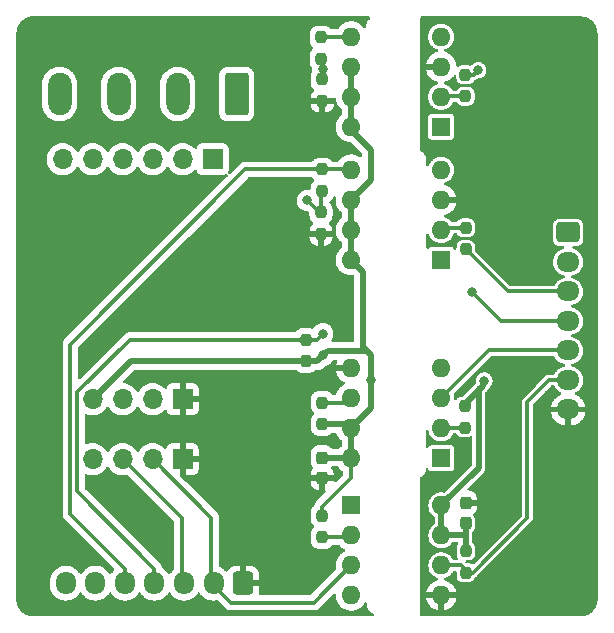
<source format=gbr>
%TF.GenerationSoftware,KiCad,Pcbnew,8.0.3*%
%TF.CreationDate,2024-06-13T16:05:24+05:30*%
%TF.ProjectId,OptoIsolation,4f70746f-4973-46f6-9c61-74696f6e2e6b,rev?*%
%TF.SameCoordinates,Original*%
%TF.FileFunction,Copper,L2,Bot*%
%TF.FilePolarity,Positive*%
%FSLAX46Y46*%
G04 Gerber Fmt 4.6, Leading zero omitted, Abs format (unit mm)*
G04 Created by KiCad (PCBNEW 8.0.3) date 2024-06-13 16:05:24*
%MOMM*%
%LPD*%
G01*
G04 APERTURE LIST*
G04 Aperture macros list*
%AMRoundRect*
0 Rectangle with rounded corners*
0 $1 Rounding radius*
0 $2 $3 $4 $5 $6 $7 $8 $9 X,Y pos of 4 corners*
0 Add a 4 corners polygon primitive as box body*
4,1,4,$2,$3,$4,$5,$6,$7,$8,$9,$2,$3,0*
0 Add four circle primitives for the rounded corners*
1,1,$1+$1,$2,$3*
1,1,$1+$1,$4,$5*
1,1,$1+$1,$6,$7*
1,1,$1+$1,$8,$9*
0 Add four rect primitives between the rounded corners*
20,1,$1+$1,$2,$3,$4,$5,0*
20,1,$1+$1,$4,$5,$6,$7,0*
20,1,$1+$1,$6,$7,$8,$9,0*
20,1,$1+$1,$8,$9,$2,$3,0*%
G04 Aperture macros list end*
%TA.AperFunction,ComponentPad*%
%ADD10R,1.600000X1.600000*%
%TD*%
%TA.AperFunction,ComponentPad*%
%ADD11O,1.600000X1.600000*%
%TD*%
%TA.AperFunction,ComponentPad*%
%ADD12RoundRect,0.250000X-0.725000X0.600000X-0.725000X-0.600000X0.725000X-0.600000X0.725000X0.600000X0*%
%TD*%
%TA.AperFunction,ComponentPad*%
%ADD13O,1.950000X1.700000*%
%TD*%
%TA.AperFunction,ComponentPad*%
%ADD14R,1.700000X1.700000*%
%TD*%
%TA.AperFunction,ComponentPad*%
%ADD15O,1.700000X1.700000*%
%TD*%
%TA.AperFunction,ComponentPad*%
%ADD16RoundRect,0.250000X0.750000X1.550000X-0.750000X1.550000X-0.750000X-1.550000X0.750000X-1.550000X0*%
%TD*%
%TA.AperFunction,ComponentPad*%
%ADD17O,2.000000X3.600000*%
%TD*%
%TA.AperFunction,ComponentPad*%
%ADD18RoundRect,0.250000X0.600000X0.725000X-0.600000X0.725000X-0.600000X-0.725000X0.600000X-0.725000X0*%
%TD*%
%TA.AperFunction,ComponentPad*%
%ADD19O,1.700000X1.950000*%
%TD*%
%TA.AperFunction,SMDPad,CuDef*%
%ADD20RoundRect,0.237500X-0.237500X0.250000X-0.237500X-0.250000X0.237500X-0.250000X0.237500X0.250000X0*%
%TD*%
%TA.AperFunction,SMDPad,CuDef*%
%ADD21RoundRect,0.237500X0.237500X-0.250000X0.237500X0.250000X-0.237500X0.250000X-0.237500X-0.250000X0*%
%TD*%
%TA.AperFunction,SMDPad,CuDef*%
%ADD22RoundRect,0.237500X0.237500X-0.300000X0.237500X0.300000X-0.237500X0.300000X-0.237500X-0.300000X0*%
%TD*%
%TA.AperFunction,SMDPad,CuDef*%
%ADD23RoundRect,0.237500X-0.237500X0.300000X-0.237500X-0.300000X0.237500X-0.300000X0.237500X0.300000X0*%
%TD*%
%TA.AperFunction,ViaPad*%
%ADD24C,0.800000*%
%TD*%
%TA.AperFunction,Conductor*%
%ADD25C,0.300000*%
%TD*%
%TA.AperFunction,Conductor*%
%ADD26C,0.500000*%
%TD*%
G04 APERTURE END LIST*
D10*
%TO.P,U6,1,NC*%
%TO.N,unconnected-(U6-NC-Pad1)*%
X197470000Y-80325000D03*
D11*
%TO.P,U6,2,A*%
%TO.N,Net-(U6-A)*%
X197470000Y-77785000D03*
%TO.P,U6,3,K*%
%TO.N,GNDS*%
X197470000Y-75245000D03*
%TO.P,U6,4,NC*%
%TO.N,unconnected-(U6-NC-Pad4)*%
X197470000Y-72705000D03*
%TO.P,U6,5,GND*%
%TO.N,Motor_Output_PWM*%
X189850000Y-72705000D03*
%TO.P,U6,6,VO*%
%TO.N,+5VP*%
X189850000Y-75245000D03*
%TO.P,U6,7,VE*%
X189850000Y-77785000D03*
%TO.P,U6,8,VCC*%
X189850000Y-80325000D03*
%TD*%
D12*
%TO.P,J2,1,Pin_1*%
%TO.N,+3.3VS*%
X208225000Y-78000000D03*
D13*
%TO.P,J2,2,Pin_2*%
%TO.N,Clutch_Input_PWM*%
X208225000Y-80500000D03*
%TO.P,J2,3,Pin_3*%
%TO.N,Motor_Input_PWM*%
X208225000Y-83000000D03*
%TO.P,J2,4,Pin_4*%
%TO.N,Motor_Input_DIR*%
X208225000Y-85500000D03*
%TO.P,J2,5,Pin_5*%
%TO.N,MCU_SCK*%
X208225000Y-88000000D03*
%TO.P,J2,6,Pin_6*%
%TO.N,MCU_DT*%
X208225000Y-90500000D03*
%TO.P,J2,7,Pin_7*%
%TO.N,GNDS*%
X208225000Y-93000000D03*
%TD*%
D14*
%TO.P,U7,1,E+*%
%TO.N,Red*%
X178130000Y-71805000D03*
D15*
%TO.P,U7,2,E-*%
%TO.N,Black*%
X175590000Y-71805000D03*
%TO.P,U7,3,A-*%
%TO.N,White*%
X173050000Y-71805000D03*
%TO.P,U7,4,A+*%
%TO.N,Green*%
X170510000Y-71805000D03*
%TO.P,U7,5,B-*%
%TO.N,unconnected-(U7-B--Pad5)*%
X167970000Y-71805000D03*
%TO.P,U7,6,B+*%
%TO.N,unconnected-(U7-B+-Pad6)*%
X165430000Y-71805000D03*
%TO.P,U7,7,Vcc*%
%TO.N,+5VP*%
X167970000Y-92125000D03*
%TO.P,U7,8,SCK*%
%TO.N,HX711_SCK*%
X170510000Y-92125000D03*
%TO.P,U7,9,DT*%
%TO.N,HX711_DT*%
X173050000Y-92125000D03*
D14*
%TO.P,U7,10,GND*%
%TO.N,GNDP*%
X175590000Y-92125000D03*
%TD*%
D16*
%TO.P,J3,1,Pin_1*%
%TO.N,Red*%
X180165000Y-66282500D03*
D17*
%TO.P,J3,2,Pin_2*%
%TO.N,Black*%
X175165000Y-66282500D03*
%TO.P,J3,3,Pin_3*%
%TO.N,White*%
X170165000Y-66282500D03*
%TO.P,J3,4,Pin_4*%
%TO.N,Green*%
X165165000Y-66282500D03*
%TD*%
D10*
%TO.P,U4,1,NC*%
%TO.N,unconnected-(U4-NC-Pad1)*%
X197470000Y-69050000D03*
D11*
%TO.P,U4,2,A*%
%TO.N,Net-(U4-A)*%
X197470000Y-66510000D03*
%TO.P,U4,3,K*%
%TO.N,GNDS*%
X197470000Y-63970000D03*
%TO.P,U4,4,NC*%
%TO.N,unconnected-(U4-NC-Pad4)*%
X197470000Y-61430000D03*
%TO.P,U4,5,GND*%
%TO.N,Clutch_Output_PWM*%
X189850000Y-61430000D03*
%TO.P,U4,6,VO*%
%TO.N,+5VP*%
X189850000Y-63970000D03*
%TO.P,U4,7,VE*%
X189850000Y-66510000D03*
%TO.P,U4,8,VCC*%
X189850000Y-69050000D03*
%TD*%
D10*
%TO.P,U8,1,NC*%
%TO.N,unconnected-(U8-NC-Pad1)*%
X197470000Y-97124200D03*
D11*
%TO.P,U8,2,A*%
%TO.N,Net-(U8-A)*%
X197470000Y-94584200D03*
%TO.P,U8,3,K*%
%TO.N,MCU_SCK*%
X197470000Y-92044200D03*
%TO.P,U8,4,NC*%
%TO.N,unconnected-(U8-NC-Pad4)*%
X197470000Y-89504200D03*
%TO.P,U8,5,GND*%
%TO.N,GNDP*%
X189850000Y-89504200D03*
%TO.P,U8,6,VO*%
%TO.N,HX711_SCK*%
X189850000Y-92044200D03*
%TO.P,U8,7,VE*%
%TO.N,+5VP*%
X189850000Y-94584200D03*
%TO.P,U8,8,VCC*%
X189850000Y-97124200D03*
%TD*%
D18*
%TO.P,J1,1,Pin_1*%
%TO.N,GNDP*%
X180700000Y-107700000D03*
D19*
%TO.P,J1,2,Pin_2*%
%TO.N,HX711_DT*%
X178200000Y-107700000D03*
%TO.P,J1,3,Pin_3*%
%TO.N,HX711_SCK*%
X175700000Y-107700000D03*
%TO.P,J1,4,Pin_4*%
%TO.N,Motor_Output_DIR*%
X173200000Y-107700000D03*
%TO.P,J1,5,Pin_5*%
%TO.N,Motor_Output_PWM*%
X170700000Y-107700000D03*
%TO.P,J1,6,Pin_6*%
%TO.N,Clutch_Output_PWM*%
X168200000Y-107700000D03*
%TO.P,J1,7,Pin_7*%
%TO.N,+5VP*%
X165700000Y-107700000D03*
%TD*%
D14*
%TO.P,J4,1,Pin_1*%
%TO.N,GNDP*%
X175585000Y-97205000D03*
D15*
%TO.P,J4,2,Pin_2*%
%TO.N,HX711_DT*%
X173045000Y-97205000D03*
%TO.P,J4,3,Pin_3*%
%TO.N,HX711_SCK*%
X170505000Y-97205000D03*
%TO.P,J4,4,Pin_4*%
%TO.N,+5VP*%
X167965000Y-97205000D03*
%TD*%
D10*
%TO.P,U9,1,NC*%
%TO.N,unconnected-(U9-NC-Pad1)*%
X189870000Y-101106600D03*
D11*
%TO.P,U9,2,A*%
%TO.N,Net-(U9-A)*%
X189870000Y-103646600D03*
%TO.P,U9,3,K*%
%TO.N,HX711_DT*%
X189870000Y-106186600D03*
%TO.P,U9,4,NC*%
%TO.N,unconnected-(U9-NC-Pad4)*%
X189870000Y-108726600D03*
%TO.P,U9,5,GND*%
%TO.N,GNDS*%
X197490000Y-108726600D03*
%TO.P,U9,6,VO*%
%TO.N,MCU_DT*%
X197490000Y-106186600D03*
%TO.P,U9,7,VE*%
%TO.N,+3.3VS*%
X197490000Y-103646600D03*
%TO.P,U9,8,VCC*%
X197490000Y-101106600D03*
%TD*%
D20*
%TO.P,R19,1*%
%TO.N,+5VP*%
X187400000Y-101978500D03*
%TO.P,R19,2*%
%TO.N,Net-(U9-A)*%
X187400000Y-103803500D03*
%TD*%
%TO.P,R6,1*%
%TO.N,Clutch_Input_PWM*%
X199525000Y-64650000D03*
%TO.P,R6,2*%
%TO.N,Net-(U4-A)*%
X199525000Y-66475000D03*
%TD*%
%TO.P,R11,1*%
%TO.N,Net-(R10-Pad1)*%
X187400000Y-65045100D03*
%TO.P,R11,2*%
%TO.N,GNDP*%
X187400000Y-66870100D03*
%TD*%
D21*
%TO.P,R9,1*%
%TO.N,Net-(R10-Pad1)*%
X187310400Y-63302000D03*
%TO.P,R9,2*%
%TO.N,Clutch_Output_PWM*%
X187310400Y-61477000D03*
%TD*%
D22*
%TO.P,C11,1*%
%TO.N,+3.3VS*%
X199550000Y-102620600D03*
%TO.P,C11,2*%
%TO.N,GNDS*%
X199550000Y-100895600D03*
%TD*%
D20*
%TO.P,R7,1*%
%TO.N,Motor_Output_DIR*%
X186025000Y-87087500D03*
%TO.P,R7,2*%
%TO.N,+5VP*%
X186025000Y-88912500D03*
%TD*%
D21*
%TO.P,R18,1*%
%TO.N,+5VP*%
X187400000Y-94233100D03*
%TO.P,R18,2*%
%TO.N,HX711_SCK*%
X187400000Y-92408100D03*
%TD*%
%TO.P,R12,1*%
%TO.N,Motor_Input_PWM*%
X199550000Y-79436000D03*
%TO.P,R12,2*%
%TO.N,Net-(U6-A)*%
X199550000Y-77611000D03*
%TD*%
D23*
%TO.P,C10,1*%
%TO.N,+5VP*%
X187400000Y-97067400D03*
%TO.P,C10,2*%
%TO.N,GNDP*%
X187400000Y-98792400D03*
%TD*%
D20*
%TO.P,R17,1*%
%TO.N,+3.3VS*%
X199475000Y-92700000D03*
%TO.P,R17,2*%
%TO.N,Net-(U8-A)*%
X199475000Y-94525000D03*
%TD*%
D21*
%TO.P,R14,1*%
%TO.N,Net-(R14-Pad1)*%
X187400000Y-74500000D03*
%TO.P,R14,2*%
%TO.N,Motor_Output_PWM*%
X187400000Y-72675000D03*
%TD*%
D20*
%TO.P,R16,1*%
%TO.N,Net-(R14-Pad1)*%
X187300000Y-76312500D03*
%TO.P,R16,2*%
%TO.N,GNDP*%
X187300000Y-78137500D03*
%TD*%
%TO.P,R20,1*%
%TO.N,+3.3VS*%
X199550000Y-104986600D03*
%TO.P,R20,2*%
%TO.N,MCU_DT*%
X199550000Y-106811600D03*
%TD*%
D24*
%TO.N,+5VP*%
X187498300Y-88412500D03*
X191521400Y-90475000D03*
%TO.N,GNDP*%
X164300000Y-91425000D03*
X162375000Y-108950000D03*
X185875000Y-81975000D03*
X164175000Y-75050000D03*
X184675000Y-94400000D03*
X175325000Y-61350000D03*
X179750000Y-99025000D03*
X185525000Y-100450000D03*
X180775000Y-83825000D03*
X180325000Y-61350000D03*
X170775000Y-80600000D03*
X185100000Y-67250000D03*
X181475000Y-103175000D03*
X166850000Y-105575000D03*
X169250000Y-86500000D03*
X185550000Y-105800000D03*
X174075000Y-83900000D03*
X164950000Y-61800000D03*
X170800000Y-75150000D03*
X182200000Y-96675000D03*
X180825000Y-76600000D03*
X170925000Y-101125000D03*
X169950000Y-61650000D03*
X185675000Y-91350000D03*
X185625000Y-78775000D03*
X179475000Y-94175000D03*
X164225000Y-80775000D03*
%TO.N,GNDS*%
X208550000Y-99300000D03*
X202750000Y-61525000D03*
X199750000Y-109425000D03*
X208925000Y-104025000D03*
X202675000Y-72200000D03*
X208925000Y-61450000D03*
X202600000Y-93800000D03*
X205025000Y-108650000D03*
X205100000Y-103700000D03*
X202625000Y-77475000D03*
X202525000Y-98000000D03*
X202700000Y-66600000D03*
%TO.N,Clutch_Input_PWM*%
X200600000Y-64275000D03*
%TO.N,Motor_Input_DIR*%
X200075000Y-83050000D03*
%TO.N,Motor_Output_DIR*%
X187450000Y-86575000D03*
%TO.N,+3.3VS*%
X201125000Y-90550000D03*
%TO.N,Net-(R10-Pad1)*%
X187446400Y-64198600D03*
%TO.N,Net-(R14-Pad1)*%
X186150000Y-75300000D03*
%TD*%
D25*
%TO.N,Net-(R14-Pad1)*%
X187300000Y-76312500D02*
X187162500Y-76312500D01*
X187162500Y-76312500D02*
X186150000Y-75300000D01*
%TO.N,Motor_Output_DIR*%
X187450000Y-86575000D02*
X186939200Y-87085800D01*
X186939200Y-87085800D02*
X171139200Y-87085800D01*
X173200000Y-106475000D02*
X173200000Y-107700000D01*
X171139200Y-87085800D02*
X166665000Y-91560000D01*
X166665000Y-91560000D02*
X166665000Y-99940000D01*
X166665000Y-99940000D02*
X173200000Y-106475000D01*
D26*
%TO.N,+5VP*%
X187498300Y-88412500D02*
X187885800Y-88025000D01*
X187885800Y-88025000D02*
X191147800Y-88025000D01*
X191147800Y-88025000D02*
X191186400Y-88063600D01*
X191521400Y-88398600D02*
X191186400Y-88063600D01*
X191186400Y-88063600D02*
X190864806Y-87742006D01*
X191521400Y-90475000D02*
X191521400Y-88398600D01*
X190864806Y-87742006D02*
X190864806Y-81367006D01*
X190864806Y-81367006D02*
X189850000Y-80352200D01*
X189850000Y-80352200D02*
X189850000Y-80325000D01*
X189850000Y-69050000D02*
X189850000Y-63970000D01*
X189850000Y-97124200D02*
X189850000Y-94584200D01*
X189498900Y-94233100D02*
X189850000Y-94584200D01*
X189793200Y-97067400D02*
X189850000Y-97124200D01*
X171184200Y-88910800D02*
X167970000Y-92125000D01*
D25*
X189850000Y-98775000D02*
X189850000Y-97124200D01*
D26*
X189850000Y-75245000D02*
X191546400Y-73548600D01*
D25*
X187400000Y-101978500D02*
X187400000Y-101225000D01*
D26*
X191546400Y-71051342D02*
X189850000Y-69354942D01*
X189850000Y-80325000D02*
X189850000Y-75245000D01*
X189850000Y-94584200D02*
X191521400Y-92912800D01*
X191546400Y-73548600D02*
X191546400Y-71051342D01*
X187498300Y-88412500D02*
X187000000Y-88910800D01*
X191521400Y-92912800D02*
X191521400Y-88398600D01*
X187000000Y-88910800D02*
X171184200Y-88910800D01*
D25*
X187400000Y-101225000D02*
X189850000Y-98775000D01*
D26*
X187400000Y-97067400D02*
X189793200Y-97067400D01*
X187400000Y-94233100D02*
X189498900Y-94233100D01*
X189850000Y-69354942D02*
X189850000Y-69050000D01*
D25*
%TO.N,Motor_Input_PWM*%
X203114000Y-83000000D02*
X199550000Y-79436000D01*
X208225000Y-83000000D02*
X203114000Y-83000000D01*
%TO.N,Clutch_Input_PWM*%
X199525000Y-64650000D02*
X200225000Y-64650000D01*
X200225000Y-64650000D02*
X200600000Y-64275000D01*
%TO.N,Motor_Input_DIR*%
X208225000Y-85500000D02*
X202525000Y-85500000D01*
X202525000Y-85500000D02*
X200075000Y-83050000D01*
%TO.N,Clutch_Output_PWM*%
X187310400Y-61477000D02*
X189803000Y-61477000D01*
X189803000Y-61477000D02*
X189850000Y-61430000D01*
%TO.N,Motor_Output_PWM*%
X170700000Y-106500000D02*
X166065000Y-101865000D01*
X189820000Y-72675000D02*
X189850000Y-72705000D01*
X166065000Y-87510000D02*
X180900000Y-72675000D01*
X187400000Y-72675000D02*
X189820000Y-72675000D01*
X166065000Y-101865000D02*
X166065000Y-87510000D01*
X180900000Y-72675000D02*
X187400000Y-72675000D01*
X170700000Y-107700000D02*
X170700000Y-106500000D01*
%TO.N,MCU_SCK*%
X201514200Y-88000000D02*
X197470000Y-92044200D01*
X208225000Y-88000000D02*
X201514200Y-88000000D01*
%TO.N,MCU_DT*%
X205875000Y-91275000D02*
X204775000Y-92375000D01*
X206600000Y-90500000D02*
X205875000Y-91225000D01*
X204775000Y-92375000D02*
X204775000Y-102175000D01*
X204775000Y-102175000D02*
X200138400Y-106811600D01*
X199550000Y-106611600D02*
X199125000Y-106186600D01*
X208225000Y-90500000D02*
X206600000Y-90500000D01*
X199125000Y-106186600D02*
X197490000Y-106186600D01*
X205875000Y-91225000D02*
X205875000Y-91275000D01*
X200138400Y-106811600D02*
X199550000Y-106811600D01*
X199550000Y-106811600D02*
X199550000Y-106611600D01*
D26*
%TO.N,Black*%
X175564600Y-71779600D02*
X175590000Y-71805000D01*
%TO.N,Red*%
X178104600Y-71779600D02*
X178130000Y-71805000D01*
D25*
%TO.N,Net-(U4-A)*%
X199525000Y-66475000D02*
X197505000Y-66475000D01*
X197505000Y-66475000D02*
X197470000Y-66510000D01*
D26*
%TO.N,+3.3VS*%
X201125000Y-90550000D02*
X201125000Y-90850000D01*
X197490000Y-103646600D02*
X197490000Y-101106600D01*
X199475000Y-92500000D02*
X199475000Y-92700000D01*
X201125000Y-90850000D02*
X200911400Y-91063600D01*
X197490000Y-101106600D02*
X200671400Y-97925200D01*
X199421600Y-103646600D02*
X197490000Y-103646600D01*
X199550000Y-103775000D02*
X199421600Y-103646600D01*
X199550000Y-104986600D02*
X199550000Y-103775000D01*
X199550000Y-103775000D02*
X199550000Y-102620600D01*
X200671400Y-91303600D02*
X200911400Y-91063600D01*
X200911400Y-91063600D02*
X199475000Y-92500000D01*
X200671400Y-97925200D02*
X200671400Y-91303600D01*
D25*
%TO.N,Net-(U6-A)*%
X199550000Y-77611000D02*
X197644000Y-77611000D01*
X197644000Y-77611000D02*
X197470000Y-77785000D01*
%TO.N,Net-(U8-A)*%
X199475000Y-94525000D02*
X197529200Y-94525000D01*
X197495400Y-94609600D02*
X197470000Y-94584200D01*
X197529200Y-94525000D02*
X197470000Y-94584200D01*
%TO.N,HX711_SCK*%
X175700000Y-107700000D02*
X175525000Y-107525000D01*
X175525000Y-107525000D02*
X175525000Y-102225000D01*
X189486100Y-92408100D02*
X189850000Y-92044200D01*
X175525000Y-102225000D02*
X170505000Y-97205000D01*
X187400000Y-92408100D02*
X189486100Y-92408100D01*
%TO.N,HX711_DT*%
X186706600Y-109350000D02*
X189870000Y-106186600D01*
X178025000Y-102185000D02*
X178025000Y-107675000D01*
X179700000Y-109350000D02*
X186706600Y-109350000D01*
X178025000Y-107675000D02*
X179700000Y-109350000D01*
X173045000Y-97205000D02*
X178025000Y-102185000D01*
%TO.N,Net-(R10-Pad1)*%
X187400000Y-64152200D02*
X187400000Y-63391600D01*
X187446400Y-64198600D02*
X187400000Y-64245000D01*
X187446400Y-64198600D02*
X187400000Y-64152200D01*
X187400000Y-64245000D02*
X187400000Y-65045100D01*
X187400000Y-63391600D02*
X187310400Y-63302000D01*
%TO.N,Net-(U9-A)*%
X189713100Y-103803500D02*
X189870000Y-103646600D01*
X187400000Y-103803500D02*
X189713100Y-103803500D01*
%TO.N,Net-(R14-Pad1)*%
X187300000Y-76312500D02*
X187300000Y-74600000D01*
X187300000Y-74600000D02*
X187400000Y-74500000D01*
%TD*%
%TA.AperFunction,Conductor*%
%TO.N,GNDS*%
G36*
X209280160Y-59722089D02*
G01*
X209280361Y-59722098D01*
X209284805Y-59722098D01*
X209309998Y-59722098D01*
X209314424Y-59722177D01*
X209317001Y-59722269D01*
X209407624Y-59725506D01*
X209416420Y-59726135D01*
X209506988Y-59735871D01*
X209515708Y-59737125D01*
X209605354Y-59753299D01*
X209613956Y-59755171D01*
X209702211Y-59777697D01*
X209710683Y-59780185D01*
X209718816Y-59782892D01*
X209797072Y-59808938D01*
X209805347Y-59812023D01*
X209889504Y-59846882D01*
X209897510Y-59850538D01*
X209978973Y-59891316D01*
X209986710Y-59895541D01*
X210065015Y-59942002D01*
X210072439Y-59946772D01*
X210147272Y-59998729D01*
X210154328Y-60004011D01*
X210225237Y-60061153D01*
X210231920Y-60066944D01*
X210298555Y-60128984D01*
X210304813Y-60135243D01*
X210366854Y-60201879D01*
X210372651Y-60208568D01*
X210429779Y-60279459D01*
X210435085Y-60286547D01*
X210487013Y-60361339D01*
X210491797Y-60368784D01*
X210538251Y-60447077D01*
X210542490Y-60454839D01*
X210583252Y-60536272D01*
X210586922Y-60544308D01*
X210621767Y-60628430D01*
X210624861Y-60636725D01*
X210653615Y-60723119D01*
X210656108Y-60731610D01*
X210678623Y-60819820D01*
X210680505Y-60828471D01*
X210696669Y-60918065D01*
X210697928Y-60926826D01*
X210707662Y-61017362D01*
X210708294Y-61026190D01*
X210711621Y-61119323D01*
X210711700Y-61123750D01*
X210711700Y-109094185D01*
X210711621Y-109098612D01*
X210708292Y-109191807D01*
X210707661Y-109200634D01*
X210697928Y-109291168D01*
X210696668Y-109299931D01*
X210680502Y-109389533D01*
X210678620Y-109398183D01*
X210656104Y-109486397D01*
X210653610Y-109494889D01*
X210624861Y-109581266D01*
X210621768Y-109589559D01*
X210586923Y-109673683D01*
X210583246Y-109681735D01*
X210542493Y-109763150D01*
X210538251Y-109770920D01*
X210491796Y-109849215D01*
X210487010Y-109856661D01*
X210435080Y-109931454D01*
X210429776Y-109938540D01*
X210372649Y-110009431D01*
X210366852Y-110016120D01*
X210304814Y-110082754D01*
X210298554Y-110089014D01*
X210231920Y-110151052D01*
X210225231Y-110156849D01*
X210154340Y-110213976D01*
X210147254Y-110219280D01*
X210072461Y-110271210D01*
X210065015Y-110275996D01*
X209986720Y-110322451D01*
X209978950Y-110326693D01*
X209897535Y-110367446D01*
X209889483Y-110371123D01*
X209805359Y-110405968D01*
X209797066Y-110409061D01*
X209710689Y-110437810D01*
X209702197Y-110440304D01*
X209613983Y-110462820D01*
X209605333Y-110464702D01*
X209515731Y-110480868D01*
X209506968Y-110482128D01*
X209416434Y-110491861D01*
X209407607Y-110492492D01*
X209326058Y-110495405D01*
X209314410Y-110495821D01*
X209309986Y-110495900D01*
X195789097Y-110495900D01*
X195758259Y-110492004D01*
X195729360Y-110480562D01*
X195704213Y-110462292D01*
X195684400Y-110438343D01*
X195671166Y-110410218D01*
X195665342Y-110379686D01*
X195665097Y-110371787D01*
X195667214Y-108046831D01*
X195675620Y-98816496D01*
X195679543Y-98785673D01*
X195691011Y-98756784D01*
X195709304Y-98731654D01*
X195733272Y-98711863D01*
X195749180Y-98703342D01*
X195800722Y-98680395D01*
X195859770Y-98646304D01*
X195914931Y-98606228D01*
X195965601Y-98560605D01*
X196011224Y-98509935D01*
X196051301Y-98454775D01*
X196085393Y-98395727D01*
X196113125Y-98333439D01*
X196134195Y-98268593D01*
X196148371Y-98201901D01*
X196155498Y-98134091D01*
X196155498Y-98100000D01*
X196155498Y-98091217D01*
X196159394Y-98060379D01*
X196170836Y-98031480D01*
X196189106Y-98006333D01*
X196213055Y-97986520D01*
X196241180Y-97973286D01*
X196271712Y-97967462D01*
X196302733Y-97969413D01*
X196332295Y-97979018D01*
X196358539Y-97995673D01*
X196379816Y-98018332D01*
X196394790Y-98045570D01*
X196395016Y-98046143D01*
X196399109Y-98056635D01*
X196424598Y-98099410D01*
X196456785Y-98137414D01*
X196477674Y-98155105D01*
X196494788Y-98169600D01*
X196494790Y-98169601D01*
X196494789Y-98169601D01*
X196499626Y-98172483D01*
X196537569Y-98195092D01*
X196555019Y-98201901D01*
X196583962Y-98213195D01*
X196596891Y-98215905D01*
X196632703Y-98223414D01*
X196653413Y-98224700D01*
X198286586Y-98224699D01*
X198307297Y-98223414D01*
X198356037Y-98213195D01*
X198402431Y-98195092D01*
X198445212Y-98169600D01*
X198483214Y-98137414D01*
X198515400Y-98099412D01*
X198540892Y-98056631D01*
X198558995Y-98010237D01*
X198569214Y-97961497D01*
X198570500Y-97940787D01*
X198570499Y-96307614D01*
X198569214Y-96286903D01*
X198566781Y-96275301D01*
X198558995Y-96238163D01*
X198540892Y-96191770D01*
X198540890Y-96191766D01*
X198515401Y-96148989D01*
X198483214Y-96110985D01*
X198458549Y-96090096D01*
X198445212Y-96078800D01*
X198445209Y-96078798D01*
X198445210Y-96078798D01*
X198402433Y-96053309D01*
X198402429Y-96053307D01*
X198356037Y-96035204D01*
X198307298Y-96024986D01*
X198300393Y-96024557D01*
X198286587Y-96023700D01*
X198286585Y-96023700D01*
X196653430Y-96023700D01*
X196653398Y-96023701D01*
X196632700Y-96024986D01*
X196632698Y-96024986D01*
X196583963Y-96035204D01*
X196537570Y-96053307D01*
X196537566Y-96053309D01*
X196494789Y-96078798D01*
X196456785Y-96110985D01*
X196424598Y-96148989D01*
X196399109Y-96191766D01*
X196399108Y-96191766D01*
X196395015Y-96202258D01*
X196380176Y-96229570D01*
X196359011Y-96252333D01*
X196332849Y-96269118D01*
X196303336Y-96278869D01*
X196272325Y-96280974D01*
X196241764Y-96275301D01*
X196213575Y-96262206D01*
X196189527Y-96242512D01*
X196171133Y-96217457D01*
X196159548Y-96188614D01*
X196155500Y-96157796D01*
X196155498Y-96157182D01*
X196155498Y-94872400D01*
X196159394Y-94841562D01*
X196170836Y-94812663D01*
X196189106Y-94787516D01*
X196213055Y-94767703D01*
X196241180Y-94754469D01*
X196271712Y-94748645D01*
X196302733Y-94750596D01*
X196332295Y-94760201D01*
X196358539Y-94776856D01*
X196379816Y-94799515D01*
X196394790Y-94826753D01*
X196400715Y-94846276D01*
X196404050Y-94861752D01*
X196404052Y-94861760D01*
X196431428Y-94951153D01*
X196431430Y-94951159D01*
X196466284Y-95037895D01*
X196466288Y-95037906D01*
X196508372Y-95121374D01*
X196508373Y-95121375D01*
X196508382Y-95121392D01*
X196557403Y-95201008D01*
X196557407Y-95201014D01*
X196612996Y-95276174D01*
X196613000Y-95276179D01*
X196674771Y-95346365D01*
X196742272Y-95411060D01*
X196815016Y-95469796D01*
X196892480Y-95522153D01*
X196892483Y-95522155D01*
X196974095Y-95567746D01*
X196974104Y-95567751D01*
X197059302Y-95606262D01*
X197059305Y-95606263D01*
X197147464Y-95637412D01*
X197188783Y-95648170D01*
X197237938Y-95660969D01*
X197330091Y-95676770D01*
X197423251Y-95684700D01*
X197423263Y-95684700D01*
X197516737Y-95684700D01*
X197516749Y-95684700D01*
X197609909Y-95676770D01*
X197702062Y-95660969D01*
X197775793Y-95641770D01*
X197792535Y-95637412D01*
X197792536Y-95637411D01*
X197792542Y-95637410D01*
X197880698Y-95606262D01*
X197965896Y-95567751D01*
X198047520Y-95522153D01*
X198124984Y-95469796D01*
X198197728Y-95411060D01*
X198265229Y-95346365D01*
X198327000Y-95276179D01*
X198382597Y-95201008D01*
X198431618Y-95121392D01*
X198470803Y-95043673D01*
X198488164Y-95017893D01*
X198511391Y-94997239D01*
X198539026Y-94983010D01*
X198569331Y-94976101D01*
X198581525Y-94975500D01*
X198660173Y-94975500D01*
X198691011Y-94979396D01*
X198719910Y-94990838D01*
X198745057Y-95009108D01*
X198764870Y-95033057D01*
X198769968Y-95041872D01*
X198776245Y-95053832D01*
X198776248Y-95053836D01*
X198813221Y-95107401D01*
X198856381Y-95156119D01*
X198905099Y-95199279D01*
X198907613Y-95201014D01*
X198958663Y-95236251D01*
X198958667Y-95236254D01*
X199016282Y-95266493D01*
X199016285Y-95266494D01*
X199016294Y-95266499D01*
X199077151Y-95289578D01*
X199140346Y-95305154D01*
X199204957Y-95313000D01*
X199745042Y-95312999D01*
X199745044Y-95312999D01*
X199762902Y-95310830D01*
X199809654Y-95305154D01*
X199872849Y-95289578D01*
X199933706Y-95266499D01*
X199933716Y-95266494D01*
X199939272Y-95263578D01*
X199968387Y-95252696D01*
X199999294Y-95249396D01*
X200030051Y-95253886D01*
X200058724Y-95265885D01*
X200083513Y-95284637D01*
X200102860Y-95308964D01*
X200115549Y-95337339D01*
X200120783Y-95367978D01*
X200120900Y-95373373D01*
X200120900Y-97645813D01*
X200117004Y-97676651D01*
X200105562Y-97705550D01*
X200087292Y-97730697D01*
X200084581Y-97733494D01*
X197823938Y-99994136D01*
X197799378Y-100013187D01*
X197770852Y-100025531D01*
X197740152Y-100030394D01*
X197715303Y-100028672D01*
X197629909Y-100014030D01*
X197629904Y-100014029D01*
X197629901Y-100014029D01*
X197629894Y-100014028D01*
X197536756Y-100006100D01*
X197536749Y-100006100D01*
X197443251Y-100006100D01*
X197443243Y-100006100D01*
X197350105Y-100014028D01*
X197350098Y-100014029D01*
X197350093Y-100014029D01*
X197350091Y-100014030D01*
X197328571Y-100017719D01*
X197257940Y-100029830D01*
X197167464Y-100053387D01*
X197079305Y-100084536D01*
X196994095Y-100123053D01*
X196912483Y-100168644D01*
X196835021Y-100221000D01*
X196762269Y-100279742D01*
X196694776Y-100344430D01*
X196694771Y-100344435D01*
X196674571Y-100367387D01*
X196633003Y-100414617D01*
X196632996Y-100414625D01*
X196577407Y-100489785D01*
X196528384Y-100569405D01*
X196528372Y-100569425D01*
X196486288Y-100652893D01*
X196486284Y-100652904D01*
X196451430Y-100739640D01*
X196451428Y-100739646D01*
X196424052Y-100829039D01*
X196424050Y-100829047D01*
X196404352Y-100920445D01*
X196392474Y-101013201D01*
X196388508Y-101106593D01*
X196388508Y-101106606D01*
X196392474Y-101199998D01*
X196404352Y-101292754D01*
X196424050Y-101384152D01*
X196424052Y-101384160D01*
X196451428Y-101473553D01*
X196451430Y-101473559D01*
X196486284Y-101560295D01*
X196486288Y-101560306D01*
X196528372Y-101643774D01*
X196528377Y-101643783D01*
X196528382Y-101643792D01*
X196556685Y-101689759D01*
X196577407Y-101723414D01*
X196632996Y-101798574D01*
X196633000Y-101798579D01*
X196694771Y-101868765D01*
X196762272Y-101933460D01*
X196835016Y-101992196D01*
X196884942Y-102025940D01*
X196908304Y-102046431D01*
X196925840Y-102072094D01*
X196936444Y-102101312D01*
X196939500Y-102128671D01*
X196939500Y-102624527D01*
X196935604Y-102655365D01*
X196924162Y-102684264D01*
X196905892Y-102709411D01*
X196884938Y-102727261D01*
X196835024Y-102760997D01*
X196762269Y-102819742D01*
X196694776Y-102884430D01*
X196694771Y-102884435D01*
X196661709Y-102922000D01*
X196633003Y-102954617D01*
X196632996Y-102954625D01*
X196577407Y-103029785D01*
X196528384Y-103109405D01*
X196528372Y-103109425D01*
X196486288Y-103192893D01*
X196486284Y-103192904D01*
X196451430Y-103279640D01*
X196451428Y-103279646D01*
X196424052Y-103369039D01*
X196424050Y-103369047D01*
X196404352Y-103460445D01*
X196392474Y-103553201D01*
X196388508Y-103646593D01*
X196388508Y-103646606D01*
X196392474Y-103739998D01*
X196404352Y-103832754D01*
X196424050Y-103924152D01*
X196424052Y-103924160D01*
X196451428Y-104013553D01*
X196451430Y-104013559D01*
X196486284Y-104100295D01*
X196486288Y-104100306D01*
X196528372Y-104183774D01*
X196528377Y-104183783D01*
X196528382Y-104183792D01*
X196577403Y-104263408D01*
X196577407Y-104263414D01*
X196628237Y-104332139D01*
X196633000Y-104338579D01*
X196694771Y-104408765D01*
X196762272Y-104473460D01*
X196835016Y-104532196D01*
X196900197Y-104576251D01*
X196912483Y-104584555D01*
X196994095Y-104630146D01*
X196994104Y-104630151D01*
X197079302Y-104668662D01*
X197079305Y-104668663D01*
X197167464Y-104699812D01*
X197208783Y-104710570D01*
X197257938Y-104723369D01*
X197350091Y-104739170D01*
X197443251Y-104747100D01*
X197443263Y-104747100D01*
X197536737Y-104747100D01*
X197536749Y-104747100D01*
X197629909Y-104739170D01*
X197722062Y-104723369D01*
X197796239Y-104704055D01*
X197812535Y-104699812D01*
X197812536Y-104699811D01*
X197812542Y-104699810D01*
X197900698Y-104668662D01*
X197985896Y-104630151D01*
X198067520Y-104584553D01*
X198144984Y-104532196D01*
X198217728Y-104473460D01*
X198285229Y-104408765D01*
X198347000Y-104338579D01*
X198402597Y-104263408D01*
X198407108Y-104256081D01*
X198426592Y-104231868D01*
X198451489Y-104213259D01*
X198480231Y-104201425D01*
X198511012Y-104197111D01*
X198512695Y-104197100D01*
X198796178Y-104197100D01*
X198827016Y-104200996D01*
X198855915Y-104212438D01*
X198881062Y-104230708D01*
X198900875Y-104254657D01*
X198914109Y-104282782D01*
X198919933Y-104313314D01*
X198917982Y-104344335D01*
X198908377Y-104373897D01*
X198891722Y-104400141D01*
X198889000Y-104403320D01*
X198888220Y-104404199D01*
X198888218Y-104404202D01*
X198851248Y-104457763D01*
X198851245Y-104457767D01*
X198821006Y-104515382D01*
X198821001Y-104515394D01*
X198797922Y-104576251D01*
X198782346Y-104639446D01*
X198774501Y-104704055D01*
X198774500Y-104704061D01*
X198774500Y-105269144D01*
X198782346Y-105333757D01*
X198788751Y-105359740D01*
X198797922Y-105396949D01*
X198797923Y-105396951D01*
X198821000Y-105457803D01*
X198821006Y-105457817D01*
X198851245Y-105515432D01*
X198851248Y-105515436D01*
X198869349Y-105541660D01*
X198883660Y-105569251D01*
X198890661Y-105599535D01*
X198889910Y-105630609D01*
X198881455Y-105660520D01*
X198865827Y-105687388D01*
X198844008Y-105709525D01*
X198817369Y-105725541D01*
X198787585Y-105734429D01*
X198767299Y-105736100D01*
X198571677Y-105736100D01*
X198540839Y-105732204D01*
X198511940Y-105720762D01*
X198486793Y-105702492D01*
X198466980Y-105678543D01*
X198460953Y-105667923D01*
X198457401Y-105660879D01*
X198451618Y-105649408D01*
X198402597Y-105569792D01*
X198381790Y-105541660D01*
X198347003Y-105494625D01*
X198347002Y-105494624D01*
X198347000Y-105494621D01*
X198285229Y-105424435D01*
X198217728Y-105359740D01*
X198144984Y-105301004D01*
X198067520Y-105248647D01*
X198067516Y-105248644D01*
X197985904Y-105203053D01*
X197985899Y-105203051D01*
X197985896Y-105203049D01*
X197900698Y-105164538D01*
X197900699Y-105164538D01*
X197900694Y-105164536D01*
X197812535Y-105133387D01*
X197722059Y-105109830D01*
X197669858Y-105100880D01*
X197629909Y-105094030D01*
X197629904Y-105094029D01*
X197629901Y-105094029D01*
X197629894Y-105094028D01*
X197536756Y-105086100D01*
X197536749Y-105086100D01*
X197443251Y-105086100D01*
X197443243Y-105086100D01*
X197350105Y-105094028D01*
X197350098Y-105094029D01*
X197350093Y-105094029D01*
X197350091Y-105094030D01*
X197328571Y-105097719D01*
X197257940Y-105109830D01*
X197167464Y-105133387D01*
X197079305Y-105164536D01*
X196994095Y-105203053D01*
X196912483Y-105248644D01*
X196835021Y-105301000D01*
X196762269Y-105359742D01*
X196723449Y-105396949D01*
X196694771Y-105424435D01*
X196665404Y-105457803D01*
X196633003Y-105494617D01*
X196632996Y-105494625D01*
X196577407Y-105569785D01*
X196528384Y-105649405D01*
X196528372Y-105649425D01*
X196486288Y-105732893D01*
X196486284Y-105732904D01*
X196451430Y-105819640D01*
X196451428Y-105819646D01*
X196424052Y-105909039D01*
X196424050Y-105909047D01*
X196404352Y-106000445D01*
X196392474Y-106093201D01*
X196388508Y-106186593D01*
X196388508Y-106186606D01*
X196392474Y-106279998D01*
X196404352Y-106372754D01*
X196424050Y-106464152D01*
X196424052Y-106464160D01*
X196451428Y-106553553D01*
X196451430Y-106553559D01*
X196486284Y-106640295D01*
X196486288Y-106640306D01*
X196528372Y-106723774D01*
X196528373Y-106723775D01*
X196528382Y-106723792D01*
X196577403Y-106803408D01*
X196633000Y-106878579D01*
X196694771Y-106948765D01*
X196762272Y-107013460D01*
X196835016Y-107072196D01*
X196889873Y-107109273D01*
X196912483Y-107124555D01*
X196959879Y-107151032D01*
X196994104Y-107170151D01*
X197079302Y-107208662D01*
X197079305Y-107208663D01*
X197079310Y-107208665D01*
X197156347Y-107235884D01*
X197184126Y-107249831D01*
X197207563Y-107270247D01*
X197225186Y-107295850D01*
X197235889Y-107325032D01*
X197238998Y-107355959D01*
X197234318Y-107386688D01*
X197222143Y-107415287D01*
X197203239Y-107439960D01*
X197178792Y-107459156D01*
X197150340Y-107471670D01*
X197148698Y-107472145D01*
X197087962Y-107489274D01*
X196992131Y-107524628D01*
X196899354Y-107567399D01*
X196810231Y-107617310D01*
X196725284Y-107674069D01*
X196645073Y-107737303D01*
X196645060Y-107737314D01*
X196570052Y-107806652D01*
X196500714Y-107881660D01*
X196500703Y-107881673D01*
X196437469Y-107961884D01*
X196380710Y-108046831D01*
X196330799Y-108135954D01*
X196288028Y-108228731D01*
X196252674Y-108324562D01*
X196252673Y-108324568D01*
X196224946Y-108422877D01*
X196224941Y-108422899D01*
X196214260Y-108476600D01*
X197177643Y-108476600D01*
X197156699Y-108503895D01*
X197130481Y-108549305D01*
X197110415Y-108597748D01*
X197096844Y-108648396D01*
X197090000Y-108700383D01*
X197090000Y-108752817D01*
X197096844Y-108804804D01*
X197110415Y-108855452D01*
X197130481Y-108903895D01*
X197156699Y-108949305D01*
X197177643Y-108976600D01*
X196214260Y-108976600D01*
X196224941Y-109030300D01*
X196224946Y-109030322D01*
X196252673Y-109128631D01*
X196252674Y-109128637D01*
X196288028Y-109224468D01*
X196330799Y-109317245D01*
X196380710Y-109406368D01*
X196437469Y-109491315D01*
X196500703Y-109571526D01*
X196500714Y-109571539D01*
X196570052Y-109646547D01*
X196645060Y-109715885D01*
X196645073Y-109715896D01*
X196725284Y-109779130D01*
X196810231Y-109835889D01*
X196899354Y-109885800D01*
X196992131Y-109928571D01*
X197087962Y-109963925D01*
X197087968Y-109963926D01*
X197186277Y-109991653D01*
X197186299Y-109991658D01*
X197240000Y-110002340D01*
X197240000Y-109038956D01*
X197267295Y-109059901D01*
X197312705Y-109086119D01*
X197361148Y-109106185D01*
X197411796Y-109119756D01*
X197463783Y-109126600D01*
X197516217Y-109126600D01*
X197568204Y-109119756D01*
X197618852Y-109106185D01*
X197667295Y-109086119D01*
X197712705Y-109059901D01*
X197740000Y-109038956D01*
X197740000Y-110002339D01*
X197793700Y-109991658D01*
X197793722Y-109991653D01*
X197892031Y-109963926D01*
X197892037Y-109963925D01*
X197987868Y-109928571D01*
X198080645Y-109885800D01*
X198169768Y-109835889D01*
X198254715Y-109779130D01*
X198334926Y-109715896D01*
X198334939Y-109715885D01*
X198409947Y-109646547D01*
X198479285Y-109571539D01*
X198479296Y-109571526D01*
X198542530Y-109491315D01*
X198599289Y-109406368D01*
X198649200Y-109317245D01*
X198691971Y-109224468D01*
X198727325Y-109128637D01*
X198727326Y-109128631D01*
X198755053Y-109030322D01*
X198755058Y-109030300D01*
X198765740Y-108976600D01*
X197802357Y-108976600D01*
X197823301Y-108949305D01*
X197849519Y-108903895D01*
X197869585Y-108855452D01*
X197883156Y-108804804D01*
X197890000Y-108752817D01*
X197890000Y-108700383D01*
X197883156Y-108648396D01*
X197869585Y-108597748D01*
X197849519Y-108549305D01*
X197823301Y-108503895D01*
X197802357Y-108476600D01*
X198765740Y-108476600D01*
X198755058Y-108422899D01*
X198755053Y-108422877D01*
X198727326Y-108324568D01*
X198727325Y-108324562D01*
X198691971Y-108228731D01*
X198649200Y-108135954D01*
X198599289Y-108046831D01*
X198542530Y-107961884D01*
X198479296Y-107881673D01*
X198479285Y-107881660D01*
X198409947Y-107806652D01*
X198334939Y-107737314D01*
X198334926Y-107737303D01*
X198254715Y-107674069D01*
X198169768Y-107617310D01*
X198080645Y-107567399D01*
X197987868Y-107524628D01*
X197892037Y-107489275D01*
X197831301Y-107472145D01*
X197802679Y-107460025D01*
X197777970Y-107441167D01*
X197758727Y-107416758D01*
X197746160Y-107388329D01*
X197741057Y-107357668D01*
X197743739Y-107326701D01*
X197754038Y-107297375D01*
X197771307Y-107271531D01*
X197794460Y-107250793D01*
X197822043Y-107236465D01*
X197823584Y-107235908D01*
X197900698Y-107208662D01*
X197985896Y-107170151D01*
X198067520Y-107124553D01*
X198144984Y-107072196D01*
X198217728Y-107013460D01*
X198285229Y-106948765D01*
X198347000Y-106878579D01*
X198402597Y-106803408D01*
X198451618Y-106723792D01*
X198460953Y-106705276D01*
X198478315Y-106679494D01*
X198501542Y-106658840D01*
X198529177Y-106644611D01*
X198559482Y-106637701D01*
X198571677Y-106637100D01*
X198650500Y-106637100D01*
X198681338Y-106640996D01*
X198710237Y-106652438D01*
X198735384Y-106670708D01*
X198755197Y-106694657D01*
X198768431Y-106722782D01*
X198774255Y-106753314D01*
X198774500Y-106761100D01*
X198774500Y-107094144D01*
X198782346Y-107158757D01*
X198785155Y-107170151D01*
X198797922Y-107221949D01*
X198813630Y-107263369D01*
X198821000Y-107282803D01*
X198821006Y-107282817D01*
X198851245Y-107340432D01*
X198851248Y-107340436D01*
X198888221Y-107394001D01*
X198931381Y-107442719D01*
X198980099Y-107485879D01*
X199033663Y-107522851D01*
X199033667Y-107522854D01*
X199091282Y-107553093D01*
X199091285Y-107553094D01*
X199091294Y-107553099D01*
X199152151Y-107576178D01*
X199215346Y-107591754D01*
X199279957Y-107599600D01*
X199820042Y-107599599D01*
X199820044Y-107599599D01*
X199837902Y-107597430D01*
X199884654Y-107591754D01*
X199947849Y-107576178D01*
X200008706Y-107553099D01*
X200066336Y-107522852D01*
X200119901Y-107485879D01*
X200168619Y-107442719D01*
X200211779Y-107394001D01*
X200248752Y-107340436D01*
X200278999Y-107282806D01*
X200279019Y-107282752D01*
X200279041Y-107282710D01*
X200280533Y-107279396D01*
X200280740Y-107279489D01*
X200280741Y-107279488D01*
X200280749Y-107279492D01*
X200293594Y-107255299D01*
X200314538Y-107232332D01*
X200334827Y-107218986D01*
X200334567Y-107218535D01*
X200338076Y-107216509D01*
X200338079Y-107216508D01*
X200351664Y-107208665D01*
X200351673Y-107208660D01*
X200364773Y-107201096D01*
X200389222Y-107186981D01*
X200436073Y-107151031D01*
X200477831Y-107109273D01*
X200483195Y-107103909D01*
X200483210Y-107103891D01*
X205114431Y-102472673D01*
X205118046Y-102467962D01*
X205150381Y-102425822D01*
X205161188Y-102407101D01*
X205179909Y-102374679D01*
X205202508Y-102320119D01*
X205217793Y-102263076D01*
X205225501Y-102204527D01*
X205225501Y-102145472D01*
X205225501Y-102141633D01*
X205225500Y-102141599D01*
X205225500Y-92612964D01*
X205229396Y-92582126D01*
X205240838Y-92553227D01*
X205259108Y-92528080D01*
X205261788Y-92525314D01*
X206167291Y-91619810D01*
X206167309Y-91619795D01*
X206214426Y-91572678D01*
X206214431Y-91572673D01*
X206250381Y-91525822D01*
X206279908Y-91474679D01*
X206282831Y-91467621D01*
X206298226Y-91440626D01*
X206309705Y-91427396D01*
X206750284Y-90986819D01*
X206774844Y-90967768D01*
X206803370Y-90955424D01*
X206834070Y-90950561D01*
X206837965Y-90950500D01*
X206962318Y-90950500D01*
X206993156Y-90954396D01*
X207022055Y-90965838D01*
X207047202Y-90984108D01*
X207067015Y-91008057D01*
X207072799Y-91018199D01*
X207083614Y-91039424D01*
X207095416Y-91062588D01*
X207095428Y-91062609D01*
X207128584Y-91116714D01*
X207142656Y-91139677D01*
X207142667Y-91139693D01*
X207142669Y-91139695D01*
X207195789Y-91212809D01*
X207195796Y-91212817D01*
X207254510Y-91281563D01*
X207318437Y-91345490D01*
X207326323Y-91352225D01*
X207387190Y-91404210D01*
X207447421Y-91447970D01*
X207460323Y-91457344D01*
X207460338Y-91457353D01*
X207537390Y-91504571D01*
X207537396Y-91504574D01*
X207537407Y-91504581D01*
X207586195Y-91529440D01*
X207611896Y-91546906D01*
X207632452Y-91570221D01*
X207646564Y-91597916D01*
X207653345Y-91628250D01*
X207652369Y-91659317D01*
X207643697Y-91689166D01*
X207627875Y-91715920D01*
X207605897Y-91737899D01*
X207581408Y-91752715D01*
X207495329Y-91792026D01*
X207410698Y-91838238D01*
X207329574Y-91890374D01*
X207252378Y-91948163D01*
X207179500Y-92011311D01*
X207179478Y-92011331D01*
X207111331Y-92079478D01*
X207111311Y-92079500D01*
X207048163Y-92152378D01*
X206990374Y-92229574D01*
X206938238Y-92310698D01*
X206892023Y-92395335D01*
X206892019Y-92395342D01*
X206851972Y-92483034D01*
X206818272Y-92573387D01*
X206818265Y-92573409D01*
X206791100Y-92665920D01*
X206791095Y-92665939D01*
X206772810Y-92749999D01*
X206772811Y-92750000D01*
X207820855Y-92750000D01*
X207798072Y-92789462D01*
X207774243Y-92846989D01*
X207758128Y-92907133D01*
X207750000Y-92968867D01*
X207750000Y-93031133D01*
X207758128Y-93092867D01*
X207774243Y-93153011D01*
X207798072Y-93210538D01*
X207820855Y-93250000D01*
X206772810Y-93250000D01*
X206791095Y-93334060D01*
X206791100Y-93334079D01*
X206818265Y-93426590D01*
X206818272Y-93426612D01*
X206851972Y-93516965D01*
X206892019Y-93604657D01*
X206892023Y-93604664D01*
X206938238Y-93689301D01*
X206990374Y-93770425D01*
X207048163Y-93847621D01*
X207111311Y-93920499D01*
X207111331Y-93920521D01*
X207179478Y-93988668D01*
X207179500Y-93988688D01*
X207252378Y-94051836D01*
X207329574Y-94109625D01*
X207410698Y-94161761D01*
X207495335Y-94207976D01*
X207495342Y-94207980D01*
X207583034Y-94248027D01*
X207673387Y-94281727D01*
X207673409Y-94281734D01*
X207765928Y-94308901D01*
X207765935Y-94308903D01*
X207860143Y-94329396D01*
X207955588Y-94343119D01*
X207955614Y-94343121D01*
X207974999Y-94344507D01*
X207975000Y-94344507D01*
X207975000Y-93404144D01*
X208014462Y-93426928D01*
X208071989Y-93450757D01*
X208132133Y-93466872D01*
X208193867Y-93475000D01*
X208256133Y-93475000D01*
X208317867Y-93466872D01*
X208378011Y-93450757D01*
X208435538Y-93426928D01*
X208475000Y-93404144D01*
X208475000Y-94344507D01*
X208494385Y-94343121D01*
X208494411Y-94343119D01*
X208589856Y-94329396D01*
X208684064Y-94308903D01*
X208684071Y-94308901D01*
X208776590Y-94281734D01*
X208776612Y-94281727D01*
X208866965Y-94248027D01*
X208954657Y-94207980D01*
X208954664Y-94207976D01*
X209039301Y-94161761D01*
X209120425Y-94109625D01*
X209197621Y-94051836D01*
X209270499Y-93988688D01*
X209270521Y-93988668D01*
X209338668Y-93920521D01*
X209338688Y-93920499D01*
X209401836Y-93847621D01*
X209459625Y-93770425D01*
X209511761Y-93689301D01*
X209557976Y-93604664D01*
X209557980Y-93604657D01*
X209598027Y-93516965D01*
X209631727Y-93426612D01*
X209631734Y-93426590D01*
X209658899Y-93334079D01*
X209658904Y-93334060D01*
X209677189Y-93250000D01*
X208629145Y-93250000D01*
X208651928Y-93210538D01*
X208675757Y-93153011D01*
X208691872Y-93092867D01*
X208700000Y-93031133D01*
X208700000Y-92968867D01*
X208691872Y-92907133D01*
X208675757Y-92846989D01*
X208651928Y-92789462D01*
X208629145Y-92750000D01*
X209677189Y-92750000D01*
X209677189Y-92749999D01*
X209658904Y-92665939D01*
X209658899Y-92665920D01*
X209631734Y-92573409D01*
X209631727Y-92573387D01*
X209598027Y-92483034D01*
X209557980Y-92395342D01*
X209557976Y-92395335D01*
X209511761Y-92310698D01*
X209459625Y-92229574D01*
X209401836Y-92152378D01*
X209338688Y-92079500D01*
X209338668Y-92079478D01*
X209270521Y-92011331D01*
X209270499Y-92011311D01*
X209197621Y-91948163D01*
X209120425Y-91890374D01*
X209039301Y-91838238D01*
X208954665Y-91792024D01*
X208868592Y-91752715D01*
X208842159Y-91736361D01*
X208820625Y-91713947D01*
X208805340Y-91686882D01*
X208797267Y-91656866D01*
X208796912Y-91625785D01*
X208804298Y-91595593D01*
X208818960Y-91568186D01*
X208839978Y-91545286D01*
X208863803Y-91529440D01*
X208912593Y-91504581D01*
X208989677Y-91457344D01*
X209062817Y-91404204D01*
X209131563Y-91345490D01*
X209195490Y-91281563D01*
X209254204Y-91212817D01*
X209307344Y-91139677D01*
X209354581Y-91062593D01*
X209395625Y-90982040D01*
X209430222Y-90898515D01*
X209458159Y-90812533D01*
X209479264Y-90724625D01*
X209493407Y-90635331D01*
X209500500Y-90545203D01*
X209500500Y-90454797D01*
X209493407Y-90364669D01*
X209479264Y-90275375D01*
X209458159Y-90187467D01*
X209437739Y-90124619D01*
X209430224Y-90101490D01*
X209427575Y-90095094D01*
X209395625Y-90017960D01*
X209354581Y-89937407D01*
X209337285Y-89909183D01*
X209307353Y-89860338D01*
X209307344Y-89860323D01*
X209297970Y-89847421D01*
X209254210Y-89787190D01*
X209207640Y-89732663D01*
X209195490Y-89718437D01*
X209131563Y-89654510D01*
X209089101Y-89618244D01*
X209062809Y-89595789D01*
X208989695Y-89542669D01*
X208989693Y-89542667D01*
X208989677Y-89542656D01*
X208989661Y-89542646D01*
X208912609Y-89495428D01*
X208912598Y-89495422D01*
X208912597Y-89495421D01*
X208912593Y-89495419D01*
X208832040Y-89454375D01*
X208805277Y-89443289D01*
X208748509Y-89419775D01*
X208662547Y-89391845D01*
X208662540Y-89391843D01*
X208662533Y-89391841D01*
X208574625Y-89370736D01*
X208574618Y-89370734D01*
X208573948Y-89370574D01*
X208544872Y-89359587D01*
X208519442Y-89341714D01*
X208499256Y-89318078D01*
X208485581Y-89290165D01*
X208479278Y-89259728D01*
X208480743Y-89228680D01*
X208489882Y-89198972D01*
X208506123Y-89172470D01*
X208528444Y-89150839D01*
X208555444Y-89135439D01*
X208573948Y-89129426D01*
X208574618Y-89129265D01*
X208574625Y-89129264D01*
X208662533Y-89108159D01*
X208748515Y-89080222D01*
X208832040Y-89045625D01*
X208912593Y-89004581D01*
X208989677Y-88957344D01*
X209062817Y-88904204D01*
X209131563Y-88845490D01*
X209195490Y-88781563D01*
X209254204Y-88712817D01*
X209307344Y-88639677D01*
X209354581Y-88562593D01*
X209395625Y-88482040D01*
X209430222Y-88398515D01*
X209458159Y-88312533D01*
X209479264Y-88224625D01*
X209493407Y-88135331D01*
X209500500Y-88045203D01*
X209500500Y-87954797D01*
X209493407Y-87864669D01*
X209479264Y-87775375D01*
X209458159Y-87687467D01*
X209430222Y-87601485D01*
X209395625Y-87517960D01*
X209354581Y-87437407D01*
X209307344Y-87360323D01*
X209297970Y-87347421D01*
X209254210Y-87287190D01*
X209195493Y-87218441D01*
X209195490Y-87218437D01*
X209131563Y-87154510D01*
X209062817Y-87095796D01*
X209062818Y-87095796D01*
X209062809Y-87095789D01*
X208989695Y-87042669D01*
X208989693Y-87042667D01*
X208989677Y-87042656D01*
X208989661Y-87042646D01*
X208912609Y-86995428D01*
X208912598Y-86995422D01*
X208912597Y-86995421D01*
X208912593Y-86995419D01*
X208832040Y-86954375D01*
X208805277Y-86943289D01*
X208748509Y-86919775D01*
X208662547Y-86891845D01*
X208662540Y-86891843D01*
X208662533Y-86891841D01*
X208574625Y-86870736D01*
X208574618Y-86870734D01*
X208573948Y-86870574D01*
X208544872Y-86859587D01*
X208519442Y-86841714D01*
X208499256Y-86818078D01*
X208485581Y-86790165D01*
X208479278Y-86759728D01*
X208480743Y-86728680D01*
X208489882Y-86698972D01*
X208506123Y-86672470D01*
X208528444Y-86650839D01*
X208555444Y-86635439D01*
X208573948Y-86629426D01*
X208574618Y-86629265D01*
X208574625Y-86629264D01*
X208662533Y-86608159D01*
X208748515Y-86580222D01*
X208832040Y-86545625D01*
X208912593Y-86504581D01*
X208989677Y-86457344D01*
X209062817Y-86404204D01*
X209131563Y-86345490D01*
X209195490Y-86281563D01*
X209254204Y-86212817D01*
X209307344Y-86139677D01*
X209354581Y-86062593D01*
X209395625Y-85982040D01*
X209430222Y-85898515D01*
X209458159Y-85812533D01*
X209479264Y-85724625D01*
X209493407Y-85635331D01*
X209500500Y-85545203D01*
X209500500Y-85454797D01*
X209493407Y-85364669D01*
X209479264Y-85275375D01*
X209458159Y-85187467D01*
X209430222Y-85101485D01*
X209395625Y-85017960D01*
X209354581Y-84937407D01*
X209307344Y-84860323D01*
X209297970Y-84847421D01*
X209254210Y-84787190D01*
X209195493Y-84718441D01*
X209195490Y-84718437D01*
X209131563Y-84654510D01*
X209062817Y-84595796D01*
X209062818Y-84595796D01*
X209062809Y-84595789D01*
X208989695Y-84542669D01*
X208989693Y-84542667D01*
X208989677Y-84542656D01*
X208989661Y-84542646D01*
X208912609Y-84495428D01*
X208912598Y-84495422D01*
X208912597Y-84495421D01*
X208912593Y-84495419D01*
X208832040Y-84454375D01*
X208805277Y-84443289D01*
X208748509Y-84419775D01*
X208662547Y-84391845D01*
X208662540Y-84391843D01*
X208662533Y-84391841D01*
X208574625Y-84370736D01*
X208574618Y-84370734D01*
X208573948Y-84370574D01*
X208544872Y-84359587D01*
X208519442Y-84341714D01*
X208499256Y-84318078D01*
X208485581Y-84290165D01*
X208479278Y-84259728D01*
X208480743Y-84228680D01*
X208489882Y-84198972D01*
X208506123Y-84172470D01*
X208528444Y-84150839D01*
X208555444Y-84135439D01*
X208573948Y-84129426D01*
X208574618Y-84129265D01*
X208574625Y-84129264D01*
X208662533Y-84108159D01*
X208748515Y-84080222D01*
X208832040Y-84045625D01*
X208912593Y-84004581D01*
X208989677Y-83957344D01*
X209062817Y-83904204D01*
X209131563Y-83845490D01*
X209195490Y-83781563D01*
X209254204Y-83712817D01*
X209307344Y-83639677D01*
X209354581Y-83562593D01*
X209395625Y-83482040D01*
X209430222Y-83398515D01*
X209458159Y-83312533D01*
X209479264Y-83224625D01*
X209493407Y-83135331D01*
X209500500Y-83045203D01*
X209500500Y-82954797D01*
X209493407Y-82864669D01*
X209479264Y-82775375D01*
X209458159Y-82687467D01*
X209430222Y-82601485D01*
X209395625Y-82517960D01*
X209354581Y-82437407D01*
X209337285Y-82409183D01*
X209307353Y-82360338D01*
X209307344Y-82360323D01*
X209297970Y-82347421D01*
X209254210Y-82287190D01*
X209195493Y-82218441D01*
X209195490Y-82218437D01*
X209131563Y-82154510D01*
X209062817Y-82095796D01*
X209062818Y-82095796D01*
X209062809Y-82095789D01*
X208989695Y-82042669D01*
X208989693Y-82042667D01*
X208989677Y-82042656D01*
X208989661Y-82042646D01*
X208912609Y-81995428D01*
X208912598Y-81995422D01*
X208912597Y-81995421D01*
X208912593Y-81995419D01*
X208832040Y-81954375D01*
X208805277Y-81943289D01*
X208748509Y-81919775D01*
X208662547Y-81891845D01*
X208662540Y-81891843D01*
X208662533Y-81891841D01*
X208574625Y-81870736D01*
X208574618Y-81870734D01*
X208573948Y-81870574D01*
X208544872Y-81859587D01*
X208519442Y-81841714D01*
X208499256Y-81818078D01*
X208485581Y-81790165D01*
X208479278Y-81759728D01*
X208480743Y-81728680D01*
X208489882Y-81698972D01*
X208506123Y-81672470D01*
X208528444Y-81650839D01*
X208555444Y-81635439D01*
X208573948Y-81629426D01*
X208574618Y-81629265D01*
X208574625Y-81629264D01*
X208662533Y-81608159D01*
X208748515Y-81580222D01*
X208832040Y-81545625D01*
X208912593Y-81504581D01*
X208989677Y-81457344D01*
X209062817Y-81404204D01*
X209131563Y-81345490D01*
X209195490Y-81281563D01*
X209254204Y-81212817D01*
X209307344Y-81139677D01*
X209354581Y-81062593D01*
X209395625Y-80982040D01*
X209430222Y-80898515D01*
X209458159Y-80812533D01*
X209479264Y-80724625D01*
X209493407Y-80635331D01*
X209500500Y-80545203D01*
X209500500Y-80454797D01*
X209493407Y-80364669D01*
X209479264Y-80275375D01*
X209458159Y-80187467D01*
X209445093Y-80147254D01*
X209430224Y-80101490D01*
X209415987Y-80067119D01*
X209395625Y-80017960D01*
X209354581Y-79937407D01*
X209345955Y-79923331D01*
X209307353Y-79860338D01*
X209307344Y-79860323D01*
X209277055Y-79818634D01*
X209254210Y-79787190D01*
X209250763Y-79783154D01*
X209195490Y-79718437D01*
X209131563Y-79654510D01*
X209062817Y-79595796D01*
X209062818Y-79595796D01*
X209062809Y-79595789D01*
X208989695Y-79542669D01*
X208989693Y-79542667D01*
X208989677Y-79542656D01*
X208957657Y-79523034D01*
X208912609Y-79495428D01*
X208912598Y-79495422D01*
X208912597Y-79495421D01*
X208912593Y-79495419D01*
X208832040Y-79454375D01*
X208794832Y-79438963D01*
X208748509Y-79419775D01*
X208664347Y-79392430D01*
X208636223Y-79379196D01*
X208612273Y-79359383D01*
X208594003Y-79334237D01*
X208582561Y-79305337D01*
X208578665Y-79274499D01*
X208582561Y-79243662D01*
X208594003Y-79214762D01*
X208612273Y-79189615D01*
X208636222Y-79169803D01*
X208664346Y-79156568D01*
X208694879Y-79150744D01*
X208702659Y-79150499D01*
X208983298Y-79150499D01*
X208983300Y-79150499D01*
X208992436Y-79149389D01*
X209049412Y-79142472D01*
X209114075Y-79126534D01*
X209114080Y-79126531D01*
X209114084Y-79126531D01*
X209146550Y-79114217D01*
X209176345Y-79102918D01*
X209235315Y-79071969D01*
X209290124Y-79034136D01*
X209339974Y-78989974D01*
X209384136Y-78940124D01*
X209421969Y-78885315D01*
X209452918Y-78826345D01*
X209476534Y-78764075D01*
X209492472Y-78699412D01*
X209500500Y-78633299D01*
X209500499Y-77366702D01*
X209492472Y-77300588D01*
X209476534Y-77235925D01*
X209476531Y-77235917D01*
X209476531Y-77235915D01*
X209452918Y-77173655D01*
X209421972Y-77114690D01*
X209418896Y-77110234D01*
X209384136Y-77059876D01*
X209384134Y-77059874D01*
X209384133Y-77059872D01*
X209356432Y-77028604D01*
X209339974Y-77010026D01*
X209311365Y-76984681D01*
X209290127Y-76965866D01*
X209235309Y-76928027D01*
X209176344Y-76897081D01*
X209114082Y-76873468D01*
X209114077Y-76873466D01*
X209114075Y-76873466D01*
X209049412Y-76857528D01*
X209049408Y-76857527D01*
X209049407Y-76857527D01*
X209023434Y-76854373D01*
X208983299Y-76849500D01*
X208983294Y-76849500D01*
X207466700Y-76849500D01*
X207416465Y-76855600D01*
X207400588Y-76857528D01*
X207400584Y-76857528D01*
X207400583Y-76857529D01*
X207335915Y-76873468D01*
X207273655Y-76897081D01*
X207214690Y-76928027D01*
X207159872Y-76965866D01*
X207110026Y-77010026D01*
X207065866Y-77059872D01*
X207028027Y-77114690D01*
X206997081Y-77173655D01*
X206973468Y-77235917D01*
X206957528Y-77300589D01*
X206957527Y-77300592D01*
X206953799Y-77331294D01*
X206949501Y-77366700D01*
X206949500Y-77366705D01*
X206949500Y-78633299D01*
X206954029Y-78670596D01*
X206957528Y-78699412D01*
X206957529Y-78699416D01*
X206973468Y-78764084D01*
X206997081Y-78826344D01*
X207028027Y-78885309D01*
X207065866Y-78940127D01*
X207084681Y-78961365D01*
X207110026Y-78989974D01*
X207142318Y-79018581D01*
X207159872Y-79034133D01*
X207159874Y-79034134D01*
X207159876Y-79034136D01*
X207214685Y-79071969D01*
X207214687Y-79071970D01*
X207214690Y-79071972D01*
X207246842Y-79088846D01*
X207273655Y-79102918D01*
X207335925Y-79126534D01*
X207400588Y-79142472D01*
X207466701Y-79150500D01*
X207747338Y-79150499D01*
X207778169Y-79154395D01*
X207807069Y-79165837D01*
X207832216Y-79184107D01*
X207852028Y-79208056D01*
X207865263Y-79236180D01*
X207871087Y-79266713D01*
X207869136Y-79297734D01*
X207859531Y-79327295D01*
X207842876Y-79353539D01*
X207820218Y-79374817D01*
X207792980Y-79389791D01*
X207785651Y-79392430D01*
X207701487Y-79419777D01*
X207617962Y-79454374D01*
X207537401Y-79495422D01*
X207537390Y-79495428D01*
X207460338Y-79542646D01*
X207460304Y-79542669D01*
X207387190Y-79595789D01*
X207318441Y-79654506D01*
X207318429Y-79654517D01*
X207254517Y-79718429D01*
X207254506Y-79718441D01*
X207195789Y-79787190D01*
X207142669Y-79860304D01*
X207142646Y-79860338D01*
X207095428Y-79937390D01*
X207095422Y-79937401D01*
X207054374Y-80017962D01*
X207019775Y-80101490D01*
X206991845Y-80187452D01*
X206991842Y-80187462D01*
X206991841Y-80187467D01*
X206970736Y-80275375D01*
X206956593Y-80364669D01*
X206949500Y-80454797D01*
X206949500Y-80545203D01*
X206956593Y-80635331D01*
X206970736Y-80724625D01*
X206991841Y-80812533D01*
X206991843Y-80812540D01*
X206991845Y-80812547D01*
X207019775Y-80898509D01*
X207043289Y-80955277D01*
X207054375Y-80982040D01*
X207095419Y-81062593D01*
X207095422Y-81062598D01*
X207095428Y-81062609D01*
X207137555Y-81131353D01*
X207142656Y-81139677D01*
X207142667Y-81139693D01*
X207142669Y-81139695D01*
X207195789Y-81212809D01*
X207195796Y-81212817D01*
X207254510Y-81281563D01*
X207318437Y-81345490D01*
X207355220Y-81376905D01*
X207387190Y-81404210D01*
X207441391Y-81443589D01*
X207460323Y-81457344D01*
X207460338Y-81457353D01*
X207537390Y-81504571D01*
X207537396Y-81504574D01*
X207537407Y-81504581D01*
X207617960Y-81545625D01*
X207701485Y-81580222D01*
X207701490Y-81580224D01*
X207765819Y-81601125D01*
X207787467Y-81608159D01*
X207875375Y-81629264D01*
X207875378Y-81629264D01*
X207876051Y-81629426D01*
X207905127Y-81640413D01*
X207930557Y-81658286D01*
X207950744Y-81681922D01*
X207964418Y-81709835D01*
X207970721Y-81740272D01*
X207969256Y-81771320D01*
X207960117Y-81801028D01*
X207943876Y-81827531D01*
X207921554Y-81849161D01*
X207894555Y-81864561D01*
X207876051Y-81870574D01*
X207875378Y-81870735D01*
X207875375Y-81870736D01*
X207787467Y-81891841D01*
X207787462Y-81891842D01*
X207787452Y-81891845D01*
X207701490Y-81919775D01*
X207617962Y-81954374D01*
X207537401Y-81995422D01*
X207537390Y-81995428D01*
X207460338Y-82042646D01*
X207460304Y-82042669D01*
X207387190Y-82095789D01*
X207318441Y-82154506D01*
X207318429Y-82154517D01*
X207254517Y-82218429D01*
X207254506Y-82218441D01*
X207195789Y-82287190D01*
X207142669Y-82360304D01*
X207142646Y-82360338D01*
X207095428Y-82437390D01*
X207095416Y-82437411D01*
X207072803Y-82481794D01*
X207055332Y-82507502D01*
X207032017Y-82528057D01*
X207004322Y-82542169D01*
X206973988Y-82548950D01*
X206962318Y-82549500D01*
X203351965Y-82549500D01*
X203321127Y-82545604D01*
X203292228Y-82534162D01*
X203267081Y-82515892D01*
X203264284Y-82513181D01*
X200361818Y-79610715D01*
X200342767Y-79586155D01*
X200330423Y-79557629D01*
X200325560Y-79526929D01*
X200325499Y-79523034D01*
X200325499Y-79153455D01*
X200322230Y-79126531D01*
X200317654Y-79088846D01*
X200302078Y-79025651D01*
X200278999Y-78964794D01*
X200248752Y-78907164D01*
X200211779Y-78853599D01*
X200168619Y-78804881D01*
X200119901Y-78761721D01*
X200066336Y-78724748D01*
X200066332Y-78724745D01*
X200008717Y-78694506D01*
X200008708Y-78694502D01*
X200008706Y-78694501D01*
X199947849Y-78671422D01*
X199884654Y-78655846D01*
X199884650Y-78655845D01*
X199884648Y-78655845D01*
X199864689Y-78653421D01*
X199820043Y-78648000D01*
X199820038Y-78648000D01*
X199279955Y-78648000D01*
X199215342Y-78655846D01*
X199165358Y-78668166D01*
X199152151Y-78671422D01*
X199152149Y-78671422D01*
X199152148Y-78671423D01*
X199091296Y-78694500D01*
X199091282Y-78694506D01*
X199033667Y-78724745D01*
X199033663Y-78724748D01*
X198980104Y-78761717D01*
X198980101Y-78761719D01*
X198980099Y-78761721D01*
X198931381Y-78804881D01*
X198901855Y-78838210D01*
X198888217Y-78853604D01*
X198851248Y-78907163D01*
X198851245Y-78907167D01*
X198821006Y-78964782D01*
X198821000Y-78964796D01*
X198797923Y-79025649D01*
X198797922Y-79025650D01*
X198790134Y-79057248D01*
X198782346Y-79088846D01*
X198774501Y-79153455D01*
X198774500Y-79153461D01*
X198774500Y-79334442D01*
X198770604Y-79365280D01*
X198759162Y-79394179D01*
X198740892Y-79419326D01*
X198716943Y-79439139D01*
X198688818Y-79452373D01*
X198658286Y-79458197D01*
X198627265Y-79456246D01*
X198597703Y-79446641D01*
X198571459Y-79429986D01*
X198550182Y-79407327D01*
X198543839Y-79396783D01*
X198543518Y-79396975D01*
X198515401Y-79349789D01*
X198483214Y-79311785D01*
X198458549Y-79290896D01*
X198445212Y-79279600D01*
X198445209Y-79279598D01*
X198445210Y-79279598D01*
X198402433Y-79254109D01*
X198402429Y-79254107D01*
X198356037Y-79236004D01*
X198307298Y-79225786D01*
X198300393Y-79225357D01*
X198286587Y-79224500D01*
X198286585Y-79224500D01*
X196653430Y-79224500D01*
X196653398Y-79224501D01*
X196632700Y-79225786D01*
X196632698Y-79225786D01*
X196583963Y-79236004D01*
X196537570Y-79254107D01*
X196537566Y-79254109D01*
X196494789Y-79279598D01*
X196456788Y-79311783D01*
X196437771Y-79334237D01*
X196424600Y-79349788D01*
X196424599Y-79349789D01*
X196424121Y-79350354D01*
X196401218Y-79371368D01*
X196373809Y-79386026D01*
X196343615Y-79393407D01*
X196312535Y-79393047D01*
X196282520Y-79384970D01*
X196255457Y-79369681D01*
X196233046Y-79348143D01*
X196216696Y-79321708D01*
X196207434Y-79292038D01*
X196205498Y-79270213D01*
X196205498Y-78230856D01*
X196209394Y-78200018D01*
X196220836Y-78171119D01*
X196239106Y-78145972D01*
X196263055Y-78126159D01*
X196291180Y-78112925D01*
X196321712Y-78107101D01*
X196352733Y-78109052D01*
X196382295Y-78118657D01*
X196408539Y-78135312D01*
X196429816Y-78157971D01*
X196444557Y-78184623D01*
X196466289Y-78238706D01*
X196508372Y-78322174D01*
X196508377Y-78322183D01*
X196508382Y-78322192D01*
X196557403Y-78401808D01*
X196613000Y-78476979D01*
X196674771Y-78547165D01*
X196742272Y-78611860D01*
X196815016Y-78670596D01*
X196857656Y-78699416D01*
X196892483Y-78722955D01*
X196961878Y-78761721D01*
X196974104Y-78768551D01*
X197059302Y-78807062D01*
X197113877Y-78826345D01*
X197147464Y-78838212D01*
X197188783Y-78848970D01*
X197237938Y-78861769D01*
X197330091Y-78877570D01*
X197423251Y-78885500D01*
X197423263Y-78885500D01*
X197516737Y-78885500D01*
X197516749Y-78885500D01*
X197609909Y-78877570D01*
X197702062Y-78861769D01*
X197775793Y-78842570D01*
X197792535Y-78838212D01*
X197792536Y-78838211D01*
X197792542Y-78838210D01*
X197880698Y-78807062D01*
X197965896Y-78768551D01*
X198047520Y-78722953D01*
X198124984Y-78670596D01*
X198197728Y-78611860D01*
X198265229Y-78547165D01*
X198327000Y-78476979D01*
X198382597Y-78401808D01*
X198431618Y-78322192D01*
X198473711Y-78238706D01*
X198508572Y-78151951D01*
X198509415Y-78149197D01*
X198522168Y-78120852D01*
X198541570Y-78096568D01*
X198566401Y-78077872D01*
X198595102Y-78065939D01*
X198625868Y-78061518D01*
X198627982Y-78061500D01*
X198735173Y-78061500D01*
X198766011Y-78065396D01*
X198794910Y-78076838D01*
X198820057Y-78095108D01*
X198839870Y-78119057D01*
X198844968Y-78127872D01*
X198851245Y-78139832D01*
X198851248Y-78139836D01*
X198888221Y-78193401D01*
X198931381Y-78242119D01*
X198980099Y-78285279D01*
X199033580Y-78322194D01*
X199033663Y-78322251D01*
X199033667Y-78322254D01*
X199091282Y-78352493D01*
X199091285Y-78352494D01*
X199091294Y-78352499D01*
X199152151Y-78375578D01*
X199215346Y-78391154D01*
X199279957Y-78399000D01*
X199820042Y-78398999D01*
X199820044Y-78398999D01*
X199837902Y-78396830D01*
X199884654Y-78391154D01*
X199947849Y-78375578D01*
X200008706Y-78352499D01*
X200066336Y-78322252D01*
X200119901Y-78285279D01*
X200168619Y-78242119D01*
X200211779Y-78193401D01*
X200248752Y-78139836D01*
X200278999Y-78082206D01*
X200302078Y-78021349D01*
X200317654Y-77958154D01*
X200325500Y-77893543D01*
X200325499Y-77328458D01*
X200317654Y-77263846D01*
X200302078Y-77200651D01*
X200278999Y-77139794D01*
X200278993Y-77139782D01*
X200248754Y-77082167D01*
X200248751Y-77082163D01*
X200211779Y-77028599D01*
X200168619Y-76979881D01*
X200119901Y-76936721D01*
X200066336Y-76899748D01*
X200066332Y-76899745D01*
X200008717Y-76869506D01*
X200008708Y-76869502D01*
X200008706Y-76869501D01*
X199947849Y-76846422D01*
X199884654Y-76830846D01*
X199884650Y-76830845D01*
X199884648Y-76830845D01*
X199864689Y-76828421D01*
X199820043Y-76823000D01*
X199820038Y-76823000D01*
X199279955Y-76823000D01*
X199215342Y-76830846D01*
X199165358Y-76843166D01*
X199152151Y-76846422D01*
X199152149Y-76846422D01*
X199152148Y-76846423D01*
X199091296Y-76869500D01*
X199091282Y-76869506D01*
X199033667Y-76899745D01*
X199033663Y-76899748D01*
X198980104Y-76936717D01*
X198980101Y-76936719D01*
X198980099Y-76936721D01*
X198931381Y-76979881D01*
X198893328Y-77022835D01*
X198888217Y-77028604D01*
X198851248Y-77082163D01*
X198851245Y-77082167D01*
X198844968Y-77094128D01*
X198827187Y-77119623D01*
X198803625Y-77139894D01*
X198775761Y-77153669D01*
X198745347Y-77160082D01*
X198735173Y-77160500D01*
X198439427Y-77160500D01*
X198408589Y-77156604D01*
X198379690Y-77145162D01*
X198354543Y-77126892D01*
X198339731Y-77110234D01*
X198327002Y-77093024D01*
X198327000Y-77093021D01*
X198265229Y-77022835D01*
X198197728Y-76958140D01*
X198124984Y-76899404D01*
X198080749Y-76869506D01*
X198047516Y-76847044D01*
X197965904Y-76801453D01*
X197965899Y-76801451D01*
X197965896Y-76801449D01*
X197880698Y-76762938D01*
X197880699Y-76762938D01*
X197880694Y-76762936D01*
X197803651Y-76735715D01*
X197775873Y-76721768D01*
X197752436Y-76701351D01*
X197734812Y-76675748D01*
X197724110Y-76646566D01*
X197721001Y-76615639D01*
X197725681Y-76584911D01*
X197737856Y-76556312D01*
X197756761Y-76531639D01*
X197781207Y-76512443D01*
X197809660Y-76499929D01*
X197811303Y-76499453D01*
X197872042Y-76482322D01*
X197967868Y-76446971D01*
X198060645Y-76404200D01*
X198149768Y-76354289D01*
X198234715Y-76297530D01*
X198314926Y-76234296D01*
X198314939Y-76234285D01*
X198389947Y-76164947D01*
X198459285Y-76089939D01*
X198459296Y-76089926D01*
X198522530Y-76009715D01*
X198579289Y-75924768D01*
X198629200Y-75835645D01*
X198671971Y-75742868D01*
X198707325Y-75647037D01*
X198707326Y-75647031D01*
X198735053Y-75548722D01*
X198735058Y-75548700D01*
X198745740Y-75495000D01*
X197782357Y-75495000D01*
X197803301Y-75467705D01*
X197829519Y-75422295D01*
X197849585Y-75373852D01*
X197863156Y-75323204D01*
X197870000Y-75271217D01*
X197870000Y-75218783D01*
X197863156Y-75166796D01*
X197849585Y-75116148D01*
X197829519Y-75067705D01*
X197803301Y-75022295D01*
X197782357Y-74995000D01*
X198745740Y-74995000D01*
X198735058Y-74941299D01*
X198735053Y-74941277D01*
X198707326Y-74842968D01*
X198707325Y-74842962D01*
X198671971Y-74747131D01*
X198629200Y-74654354D01*
X198579289Y-74565231D01*
X198522530Y-74480284D01*
X198459296Y-74400073D01*
X198459285Y-74400060D01*
X198389947Y-74325052D01*
X198314939Y-74255714D01*
X198314926Y-74255703D01*
X198234715Y-74192469D01*
X198149768Y-74135710D01*
X198060645Y-74085799D01*
X197967868Y-74043028D01*
X197872037Y-74007675D01*
X197811301Y-73990545D01*
X197782679Y-73978425D01*
X197757970Y-73959567D01*
X197738727Y-73935158D01*
X197726160Y-73906729D01*
X197721057Y-73876068D01*
X197723739Y-73845101D01*
X197734038Y-73815775D01*
X197751307Y-73789931D01*
X197774460Y-73769193D01*
X197802043Y-73754865D01*
X197803584Y-73754308D01*
X197880698Y-73727062D01*
X197965896Y-73688551D01*
X198047520Y-73642953D01*
X198124984Y-73590596D01*
X198197728Y-73531860D01*
X198265229Y-73467165D01*
X198327000Y-73396979D01*
X198382597Y-73321808D01*
X198431618Y-73242192D01*
X198473711Y-73158706D01*
X198508572Y-73071951D01*
X198535950Y-72982552D01*
X198555648Y-72891153D01*
X198567524Y-72798413D01*
X198571492Y-72705000D01*
X198567524Y-72611587D01*
X198555648Y-72518847D01*
X198535950Y-72427448D01*
X198508572Y-72338049D01*
X198508571Y-72338046D01*
X198508569Y-72338040D01*
X198473715Y-72251304D01*
X198473711Y-72251293D01*
X198431627Y-72167825D01*
X198431624Y-72167820D01*
X198431618Y-72167808D01*
X198382597Y-72088192D01*
X198327000Y-72013021D01*
X198265229Y-71942835D01*
X198197728Y-71878140D01*
X198124984Y-71819404D01*
X198047520Y-71767047D01*
X198047516Y-71767044D01*
X197965904Y-71721453D01*
X197965899Y-71721451D01*
X197965896Y-71721449D01*
X197880698Y-71682938D01*
X197880699Y-71682938D01*
X197880694Y-71682936D01*
X197792535Y-71651787D01*
X197702059Y-71628230D01*
X197649858Y-71619280D01*
X197609909Y-71612430D01*
X197609904Y-71612429D01*
X197609901Y-71612429D01*
X197609894Y-71612428D01*
X197516756Y-71604500D01*
X197516749Y-71604500D01*
X197423251Y-71604500D01*
X197423243Y-71604500D01*
X197330105Y-71612428D01*
X197330098Y-71612429D01*
X197330093Y-71612429D01*
X197330091Y-71612430D01*
X197308571Y-71616119D01*
X197237940Y-71628230D01*
X197147464Y-71651787D01*
X197059305Y-71682936D01*
X196974095Y-71721453D01*
X196892483Y-71767044D01*
X196815021Y-71819400D01*
X196742269Y-71878142D01*
X196674776Y-71942830D01*
X196674771Y-71942835D01*
X196641709Y-71980400D01*
X196613003Y-72013017D01*
X196612996Y-72013025D01*
X196557407Y-72088185D01*
X196508384Y-72167805D01*
X196508372Y-72167825D01*
X196466288Y-72251293D01*
X196466284Y-72251304D01*
X196444556Y-72305377D01*
X196429444Y-72332538D01*
X196408051Y-72355088D01*
X196381722Y-72371609D01*
X196352112Y-72381063D01*
X196321082Y-72382857D01*
X196290580Y-72376877D01*
X196262523Y-72363500D01*
X196238675Y-72343565D01*
X196220533Y-72318326D01*
X196209238Y-72289368D01*
X196205498Y-72259143D01*
X196205498Y-71767044D01*
X196205499Y-71740914D01*
X196198372Y-71673104D01*
X196184196Y-71606411D01*
X196184193Y-71606402D01*
X196184191Y-71606393D01*
X196163128Y-71541567D01*
X196159688Y-71533841D01*
X196135395Y-71479277D01*
X196101303Y-71420228D01*
X196061226Y-71365067D01*
X196061224Y-71365064D01*
X196042419Y-71344180D01*
X196015603Y-71314397D01*
X195988785Y-71290250D01*
X195964935Y-71268775D01*
X195909770Y-71228695D01*
X195850732Y-71194610D01*
X195850727Y-71194607D01*
X195843263Y-71191284D01*
X195788435Y-71166873D01*
X195788433Y-71166872D01*
X195786595Y-71166275D01*
X195758470Y-71153042D01*
X195734520Y-71133230D01*
X195716249Y-71108084D01*
X195704806Y-71079184D01*
X195700910Y-71048357D01*
X195703474Y-68233406D01*
X196369500Y-68233406D01*
X196369500Y-69866569D01*
X196369501Y-69866601D01*
X196370786Y-69887299D01*
X196370786Y-69887301D01*
X196381004Y-69936036D01*
X196399107Y-69982429D01*
X196399109Y-69982433D01*
X196424598Y-70025210D01*
X196456785Y-70063214D01*
X196477674Y-70080905D01*
X196494788Y-70095400D01*
X196494790Y-70095401D01*
X196494789Y-70095401D01*
X196522829Y-70112109D01*
X196537569Y-70120892D01*
X196560766Y-70129943D01*
X196583962Y-70138995D01*
X196596891Y-70141705D01*
X196632703Y-70149214D01*
X196653413Y-70150500D01*
X198286586Y-70150499D01*
X198307297Y-70149214D01*
X198356037Y-70138995D01*
X198402431Y-70120892D01*
X198445212Y-70095400D01*
X198483214Y-70063214D01*
X198515400Y-70025212D01*
X198540892Y-69982431D01*
X198558995Y-69936037D01*
X198569214Y-69887297D01*
X198570500Y-69866587D01*
X198570499Y-68233414D01*
X198569214Y-68212703D01*
X198558995Y-68163963D01*
X198540892Y-68117569D01*
X198515400Y-68074788D01*
X198483214Y-68036785D01*
X198458549Y-68015896D01*
X198445212Y-68004600D01*
X198445209Y-68004598D01*
X198445210Y-68004598D01*
X198402433Y-67979109D01*
X198402429Y-67979107D01*
X198356037Y-67961004D01*
X198307298Y-67950786D01*
X198300393Y-67950357D01*
X198286587Y-67949500D01*
X198286585Y-67949500D01*
X196653430Y-67949500D01*
X196653398Y-67949501D01*
X196632700Y-67950786D01*
X196632698Y-67950786D01*
X196583963Y-67961004D01*
X196537570Y-67979107D01*
X196537566Y-67979109D01*
X196494789Y-68004598D01*
X196456785Y-68036785D01*
X196424598Y-68074789D01*
X196399109Y-68117566D01*
X196399107Y-68117570D01*
X196381004Y-68163962D01*
X196370786Y-68212701D01*
X196369500Y-68233406D01*
X195703474Y-68233406D01*
X195707585Y-63720000D01*
X196194260Y-63720000D01*
X197157643Y-63720000D01*
X197136699Y-63747295D01*
X197110481Y-63792705D01*
X197090415Y-63841148D01*
X197076844Y-63891796D01*
X197070000Y-63943783D01*
X197070000Y-63996217D01*
X197076844Y-64048204D01*
X197090415Y-64098852D01*
X197110481Y-64147295D01*
X197136699Y-64192705D01*
X197157643Y-64220000D01*
X196194260Y-64220000D01*
X196204941Y-64273700D01*
X196204946Y-64273722D01*
X196232673Y-64372031D01*
X196232674Y-64372037D01*
X196268028Y-64467868D01*
X196310799Y-64560645D01*
X196360710Y-64649768D01*
X196417469Y-64734715D01*
X196480703Y-64814926D01*
X196480714Y-64814939D01*
X196550052Y-64889947D01*
X196625060Y-64959285D01*
X196625073Y-64959296D01*
X196705284Y-65022530D01*
X196790231Y-65079289D01*
X196879354Y-65129200D01*
X196972131Y-65171971D01*
X197067957Y-65207323D01*
X197128696Y-65224453D01*
X197157319Y-65236573D01*
X197182028Y-65255431D01*
X197201271Y-65279840D01*
X197213839Y-65308269D01*
X197218942Y-65338930D01*
X197216260Y-65369896D01*
X197205962Y-65399223D01*
X197188693Y-65425067D01*
X197165540Y-65445805D01*
X197137957Y-65460134D01*
X197136349Y-65460714D01*
X197059317Y-65487931D01*
X197059307Y-65487935D01*
X196974095Y-65526453D01*
X196892483Y-65572044D01*
X196815021Y-65624400D01*
X196742269Y-65683142D01*
X196689721Y-65733506D01*
X196674771Y-65747835D01*
X196660769Y-65763745D01*
X196613003Y-65818017D01*
X196612996Y-65818025D01*
X196557407Y-65893185D01*
X196508384Y-65972805D01*
X196508372Y-65972825D01*
X196466288Y-66056293D01*
X196466284Y-66056304D01*
X196431430Y-66143040D01*
X196431428Y-66143046D01*
X196404052Y-66232439D01*
X196404050Y-66232447D01*
X196384352Y-66323845D01*
X196372474Y-66416601D01*
X196368508Y-66509993D01*
X196368508Y-66510006D01*
X196372474Y-66603398D01*
X196384352Y-66696154D01*
X196404050Y-66787552D01*
X196404052Y-66787560D01*
X196431428Y-66876953D01*
X196431430Y-66876959D01*
X196466284Y-66963695D01*
X196466288Y-66963706D01*
X196508372Y-67047174D01*
X196508377Y-67047183D01*
X196508382Y-67047192D01*
X196557403Y-67126808D01*
X196557407Y-67126814D01*
X196612996Y-67201974D01*
X196613000Y-67201979D01*
X196674771Y-67272165D01*
X196742272Y-67336860D01*
X196815016Y-67395596D01*
X196892480Y-67447953D01*
X196892483Y-67447955D01*
X196974095Y-67493546D01*
X196974104Y-67493551D01*
X197059302Y-67532062D01*
X197059305Y-67532063D01*
X197147464Y-67563212D01*
X197188783Y-67573970D01*
X197237938Y-67586769D01*
X197330091Y-67602570D01*
X197423251Y-67610500D01*
X197423263Y-67610500D01*
X197516737Y-67610500D01*
X197516749Y-67610500D01*
X197609909Y-67602570D01*
X197702062Y-67586769D01*
X197775793Y-67567570D01*
X197792535Y-67563212D01*
X197792536Y-67563211D01*
X197792542Y-67563210D01*
X197880698Y-67532062D01*
X197965896Y-67493551D01*
X198047520Y-67447953D01*
X198124984Y-67395596D01*
X198197728Y-67336860D01*
X198265229Y-67272165D01*
X198327000Y-67201979D01*
X198382597Y-67126808D01*
X198431618Y-67047192D01*
X198458601Y-66993675D01*
X198475963Y-66967893D01*
X198499191Y-66947239D01*
X198526825Y-66933010D01*
X198557130Y-66926101D01*
X198569324Y-66925500D01*
X198710173Y-66925500D01*
X198741011Y-66929396D01*
X198769910Y-66940838D01*
X198795057Y-66959108D01*
X198814870Y-66983057D01*
X198819968Y-66991872D01*
X198826245Y-67003832D01*
X198826248Y-67003836D01*
X198863221Y-67057401D01*
X198906381Y-67106119D01*
X198955099Y-67149279D01*
X199008663Y-67186251D01*
X199008667Y-67186254D01*
X199066282Y-67216493D01*
X199066285Y-67216494D01*
X199066294Y-67216499D01*
X199127151Y-67239578D01*
X199190346Y-67255154D01*
X199254957Y-67263000D01*
X199795042Y-67262999D01*
X199795044Y-67262999D01*
X199812902Y-67260830D01*
X199859654Y-67255154D01*
X199922849Y-67239578D01*
X199983706Y-67216499D01*
X200041336Y-67186252D01*
X200094901Y-67149279D01*
X200143619Y-67106119D01*
X200186779Y-67057401D01*
X200223752Y-67003836D01*
X200253999Y-66946206D01*
X200277078Y-66885349D01*
X200292654Y-66822154D01*
X200300500Y-66757543D01*
X200300499Y-66192458D01*
X200292654Y-66127846D01*
X200277078Y-66064651D01*
X200253999Y-66003794D01*
X200253993Y-66003782D01*
X200223754Y-65946167D01*
X200223751Y-65946163D01*
X200187188Y-65893192D01*
X200186779Y-65892599D01*
X200143619Y-65843881D01*
X200094901Y-65800721D01*
X200041336Y-65763748D01*
X200041332Y-65763745D01*
X199983717Y-65733506D01*
X199983708Y-65733502D01*
X199983706Y-65733501D01*
X199922849Y-65710422D01*
X199859654Y-65694846D01*
X199859650Y-65694845D01*
X199859648Y-65694845D01*
X199839689Y-65692421D01*
X199795043Y-65687000D01*
X199795038Y-65687000D01*
X199254955Y-65687000D01*
X199190342Y-65694846D01*
X199140358Y-65707166D01*
X199127151Y-65710422D01*
X199127149Y-65710422D01*
X199127148Y-65710423D01*
X199066296Y-65733500D01*
X199066282Y-65733506D01*
X199008667Y-65763745D01*
X199008663Y-65763748D01*
X198955104Y-65800717D01*
X198906381Y-65843881D01*
X198863217Y-65892604D01*
X198826248Y-65946163D01*
X198826245Y-65946167D01*
X198819968Y-65958128D01*
X198802187Y-65983623D01*
X198778625Y-66003894D01*
X198750761Y-66017669D01*
X198720347Y-66024082D01*
X198710173Y-66024500D01*
X198532716Y-66024500D01*
X198501878Y-66020604D01*
X198472979Y-66009162D01*
X198447832Y-65990892D01*
X198428019Y-65966943D01*
X198427126Y-65965513D01*
X198415214Y-65946167D01*
X198382597Y-65893192D01*
X198327000Y-65818021D01*
X198265229Y-65747835D01*
X198197728Y-65683140D01*
X198124984Y-65624404D01*
X198047520Y-65572047D01*
X198047516Y-65572044D01*
X197965904Y-65526453D01*
X197965899Y-65526451D01*
X197965896Y-65526449D01*
X197880698Y-65487938D01*
X197880699Y-65487938D01*
X197880694Y-65487936D01*
X197803651Y-65460715D01*
X197775873Y-65446768D01*
X197752436Y-65426351D01*
X197734812Y-65400748D01*
X197724110Y-65371566D01*
X197721001Y-65340639D01*
X197725681Y-65309911D01*
X197737856Y-65281312D01*
X197756761Y-65256639D01*
X197781207Y-65237443D01*
X197809660Y-65224929D01*
X197811303Y-65224453D01*
X197872042Y-65207322D01*
X197967868Y-65171971D01*
X198060645Y-65129200D01*
X198149768Y-65079289D01*
X198234715Y-65022530D01*
X198314926Y-64959296D01*
X198314939Y-64959285D01*
X198389947Y-64889947D01*
X198459285Y-64814939D01*
X198459296Y-64814926D01*
X198522532Y-64734712D01*
X198523962Y-64732745D01*
X198524039Y-64732801D01*
X198524042Y-64732798D01*
X198524124Y-64732863D01*
X198524161Y-64732890D01*
X198542720Y-64711481D01*
X198568280Y-64693795D01*
X198597435Y-64683021D01*
X198628355Y-64679836D01*
X198659094Y-64684440D01*
X198687723Y-64696545D01*
X198712442Y-64715389D01*
X198731698Y-64739788D01*
X198744282Y-64768210D01*
X198749402Y-64798868D01*
X198749500Y-64803802D01*
X198749500Y-64932544D01*
X198757346Y-64997157D01*
X198764303Y-65025381D01*
X198772922Y-65060349D01*
X198786105Y-65095112D01*
X198796000Y-65121203D01*
X198796006Y-65121217D01*
X198826245Y-65178832D01*
X198826248Y-65178836D01*
X198863221Y-65232401D01*
X198906381Y-65281119D01*
X198955099Y-65324279D01*
X198976325Y-65338930D01*
X199008663Y-65361251D01*
X199008667Y-65361254D01*
X199066282Y-65391493D01*
X199066285Y-65391494D01*
X199066294Y-65391499D01*
X199127151Y-65414578D01*
X199190346Y-65430154D01*
X199254957Y-65438000D01*
X199795042Y-65437999D01*
X199795044Y-65437999D01*
X199812902Y-65435830D01*
X199859654Y-65430154D01*
X199922849Y-65414578D01*
X199983706Y-65391499D01*
X200041336Y-65361252D01*
X200094901Y-65324279D01*
X200143619Y-65281119D01*
X200186779Y-65232401D01*
X200223752Y-65178836D01*
X200236444Y-65154652D01*
X200254224Y-65129160D01*
X200277786Y-65108888D01*
X200305649Y-65095112D01*
X200314139Y-65092507D01*
X200370119Y-65077508D01*
X200424679Y-65054908D01*
X200475822Y-65025381D01*
X200507151Y-65001340D01*
X200533979Y-64985663D01*
X200563872Y-64977147D01*
X200589119Y-64975890D01*
X200600000Y-64976461D01*
X200673323Y-64972618D01*
X200745842Y-64961132D01*
X200816763Y-64942129D01*
X200885310Y-64915817D01*
X200950731Y-64882483D01*
X201012308Y-64842494D01*
X201069369Y-64796287D01*
X201121287Y-64744369D01*
X201167494Y-64687308D01*
X201207483Y-64625731D01*
X201240817Y-64560310D01*
X201267129Y-64491763D01*
X201286132Y-64420842D01*
X201297618Y-64348323D01*
X201301461Y-64275000D01*
X201297618Y-64201677D01*
X201286132Y-64129158D01*
X201267129Y-64058237D01*
X201240817Y-63989690D01*
X201207483Y-63924270D01*
X201202085Y-63915958D01*
X201167495Y-63862693D01*
X201121290Y-63805635D01*
X201121287Y-63805631D01*
X201069369Y-63753713D01*
X201069364Y-63753709D01*
X201027737Y-63720000D01*
X201012308Y-63707506D01*
X200950731Y-63667517D01*
X200885310Y-63634183D01*
X200816763Y-63607871D01*
X200816759Y-63607869D01*
X200816754Y-63607868D01*
X200745848Y-63588869D01*
X200745836Y-63588867D01*
X200673323Y-63577382D01*
X200600000Y-63573539D01*
X200526676Y-63577382D01*
X200454163Y-63588867D01*
X200454151Y-63588869D01*
X200383245Y-63607868D01*
X200314688Y-63634183D01*
X200249275Y-63667514D01*
X200249257Y-63667524D01*
X200187693Y-63707504D01*
X200130635Y-63753709D01*
X200130627Y-63753716D01*
X200078716Y-63805627D01*
X200078707Y-63805637D01*
X200048482Y-63842962D01*
X200026048Y-63864475D01*
X199998968Y-63879733D01*
X199968944Y-63887778D01*
X199937864Y-63888103D01*
X199922443Y-63885322D01*
X199859654Y-63869846D01*
X199859650Y-63869845D01*
X199859648Y-63869845D01*
X199839689Y-63867421D01*
X199795043Y-63862000D01*
X199795038Y-63862000D01*
X199254955Y-63862000D01*
X199190342Y-63869846D01*
X199150232Y-63879733D01*
X199127151Y-63885422D01*
X199127149Y-63885422D01*
X199127148Y-63885423D01*
X199066296Y-63908500D01*
X199066282Y-63908506D01*
X199008667Y-63938745D01*
X199008666Y-63938746D01*
X198961577Y-63971249D01*
X198933985Y-63985560D01*
X198903701Y-63992560D01*
X198872627Y-63991809D01*
X198842717Y-63983353D01*
X198815849Y-63967725D01*
X198793711Y-63945906D01*
X198777696Y-63919267D01*
X198768808Y-63889482D01*
X198767234Y-63874067D01*
X198766992Y-63867932D01*
X198766991Y-63867910D01*
X198754987Y-63766498D01*
X198754981Y-63766462D01*
X198735058Y-63666299D01*
X198735053Y-63666277D01*
X198707326Y-63567968D01*
X198707325Y-63567962D01*
X198671971Y-63472131D01*
X198629200Y-63379354D01*
X198579289Y-63290231D01*
X198522530Y-63205284D01*
X198459296Y-63125073D01*
X198459285Y-63125060D01*
X198389947Y-63050052D01*
X198314939Y-62980714D01*
X198314926Y-62980703D01*
X198234715Y-62917469D01*
X198149768Y-62860710D01*
X198060645Y-62810799D01*
X197967868Y-62768028D01*
X197872037Y-62732675D01*
X197811301Y-62715545D01*
X197782679Y-62703425D01*
X197757970Y-62684567D01*
X197738727Y-62660158D01*
X197726160Y-62631729D01*
X197721057Y-62601068D01*
X197723739Y-62570101D01*
X197734038Y-62540775D01*
X197751307Y-62514931D01*
X197774460Y-62494193D01*
X197802043Y-62479865D01*
X197803584Y-62479308D01*
X197880698Y-62452062D01*
X197965896Y-62413551D01*
X198047520Y-62367953D01*
X198124984Y-62315596D01*
X198197728Y-62256860D01*
X198265229Y-62192165D01*
X198327000Y-62121979D01*
X198382597Y-62046808D01*
X198431618Y-61967192D01*
X198473711Y-61883706D01*
X198508572Y-61796951D01*
X198535950Y-61707552D01*
X198555648Y-61616153D01*
X198567524Y-61523413D01*
X198571492Y-61430000D01*
X198567524Y-61336587D01*
X198555648Y-61243847D01*
X198535950Y-61152448D01*
X198508572Y-61063049D01*
X198508571Y-61063046D01*
X198508569Y-61063040D01*
X198473715Y-60976304D01*
X198473711Y-60976293D01*
X198431627Y-60892825D01*
X198431624Y-60892820D01*
X198431618Y-60892808D01*
X198382597Y-60813192D01*
X198327000Y-60738021D01*
X198265229Y-60667835D01*
X198197728Y-60603140D01*
X198124984Y-60544404D01*
X198047520Y-60492047D01*
X198047516Y-60492044D01*
X197965904Y-60446453D01*
X197965899Y-60446451D01*
X197965896Y-60446449D01*
X197880698Y-60407938D01*
X197880699Y-60407938D01*
X197880694Y-60407936D01*
X197792535Y-60376787D01*
X197702059Y-60353230D01*
X197649858Y-60344280D01*
X197609909Y-60337430D01*
X197609904Y-60337429D01*
X197609901Y-60337429D01*
X197609894Y-60337428D01*
X197516756Y-60329500D01*
X197516749Y-60329500D01*
X197423251Y-60329500D01*
X197423243Y-60329500D01*
X197330105Y-60337428D01*
X197330098Y-60337429D01*
X197330093Y-60337429D01*
X197330091Y-60337430D01*
X197308571Y-60341119D01*
X197237940Y-60353230D01*
X197147464Y-60376787D01*
X197059305Y-60407936D01*
X196974095Y-60446453D01*
X196892483Y-60492044D01*
X196815021Y-60544400D01*
X196742269Y-60603142D01*
X196707230Y-60636725D01*
X196674771Y-60667835D01*
X196641709Y-60705400D01*
X196613003Y-60738017D01*
X196612996Y-60738025D01*
X196557407Y-60813185D01*
X196508384Y-60892805D01*
X196508372Y-60892825D01*
X196466288Y-60976293D01*
X196466284Y-60976304D01*
X196431430Y-61063040D01*
X196431428Y-61063046D01*
X196404052Y-61152439D01*
X196404050Y-61152447D01*
X196384352Y-61243845D01*
X196372474Y-61336601D01*
X196368508Y-61429993D01*
X196368508Y-61430006D01*
X196372474Y-61523398D01*
X196384352Y-61616154D01*
X196404050Y-61707552D01*
X196404052Y-61707560D01*
X196431428Y-61796953D01*
X196431430Y-61796959D01*
X196466284Y-61883695D01*
X196466288Y-61883706D01*
X196508372Y-61967174D01*
X196508377Y-61967183D01*
X196508382Y-61967192D01*
X196557403Y-62046808D01*
X196613000Y-62121979D01*
X196674771Y-62192165D01*
X196742272Y-62256860D01*
X196815016Y-62315596D01*
X196892480Y-62367953D01*
X196892483Y-62367955D01*
X196974095Y-62413546D01*
X196974104Y-62413551D01*
X197059302Y-62452062D01*
X197059304Y-62452062D01*
X197059307Y-62452064D01*
X197059310Y-62452065D01*
X197136347Y-62479284D01*
X197164126Y-62493231D01*
X197187563Y-62513647D01*
X197205186Y-62539250D01*
X197215889Y-62568432D01*
X197218998Y-62599359D01*
X197214318Y-62630088D01*
X197202143Y-62658687D01*
X197183239Y-62683360D01*
X197158792Y-62702556D01*
X197130340Y-62715070D01*
X197128698Y-62715545D01*
X197067962Y-62732674D01*
X196972131Y-62768028D01*
X196879354Y-62810799D01*
X196790231Y-62860710D01*
X196705284Y-62917469D01*
X196625073Y-62980703D01*
X196625060Y-62980714D01*
X196550052Y-63050052D01*
X196480714Y-63125060D01*
X196480703Y-63125073D01*
X196417469Y-63205284D01*
X196360710Y-63290231D01*
X196310799Y-63379354D01*
X196268028Y-63472131D01*
X196232674Y-63567962D01*
X196232673Y-63567968D01*
X196204946Y-63666277D01*
X196204941Y-63666299D01*
X196194260Y-63720000D01*
X195707585Y-63720000D01*
X195711116Y-59842612D01*
X195715040Y-59811781D01*
X195726508Y-59782892D01*
X195744801Y-59757762D01*
X195768769Y-59737971D01*
X195796905Y-59724762D01*
X195827443Y-59718966D01*
X195835106Y-59718729D01*
X209280160Y-59722089D01*
G37*
%TD.AperFunction*%
%TA.AperFunction,Conductor*%
G36*
X206993156Y-88454396D02*
G01*
X207022055Y-88465838D01*
X207047202Y-88484108D01*
X207067015Y-88508057D01*
X207072799Y-88518199D01*
X207077547Y-88527517D01*
X207095416Y-88562588D01*
X207095428Y-88562609D01*
X207129740Y-88618600D01*
X207142656Y-88639677D01*
X207142667Y-88639693D01*
X207142669Y-88639695D01*
X207195789Y-88712809D01*
X207195796Y-88712817D01*
X207254510Y-88781563D01*
X207318437Y-88845490D01*
X207383813Y-88901326D01*
X207387190Y-88904210D01*
X207447421Y-88947970D01*
X207460323Y-88957344D01*
X207460338Y-88957353D01*
X207537390Y-89004571D01*
X207537396Y-89004574D01*
X207537407Y-89004581D01*
X207617960Y-89045625D01*
X207701485Y-89080222D01*
X207701490Y-89080224D01*
X207765819Y-89101125D01*
X207787467Y-89108159D01*
X207875375Y-89129264D01*
X207875378Y-89129264D01*
X207876051Y-89129426D01*
X207905127Y-89140413D01*
X207930557Y-89158286D01*
X207950744Y-89181922D01*
X207964418Y-89209835D01*
X207970721Y-89240272D01*
X207969256Y-89271320D01*
X207960117Y-89301028D01*
X207943876Y-89327531D01*
X207921554Y-89349161D01*
X207894555Y-89364561D01*
X207876051Y-89370574D01*
X207875378Y-89370735D01*
X207875375Y-89370736D01*
X207787467Y-89391841D01*
X207787462Y-89391842D01*
X207787452Y-89391845D01*
X207701490Y-89419775D01*
X207617962Y-89454374D01*
X207537401Y-89495422D01*
X207537390Y-89495428D01*
X207460338Y-89542646D01*
X207460304Y-89542669D01*
X207387190Y-89595789D01*
X207318441Y-89654506D01*
X207318429Y-89654517D01*
X207254517Y-89718429D01*
X207254506Y-89718441D01*
X207195789Y-89787190D01*
X207142669Y-89860304D01*
X207142646Y-89860338D01*
X207095428Y-89937390D01*
X207095416Y-89937411D01*
X207072803Y-89981794D01*
X207055332Y-90007502D01*
X207032017Y-90028057D01*
X207004322Y-90042169D01*
X206973988Y-90048950D01*
X206962318Y-90049500D01*
X206633399Y-90049500D01*
X206633367Y-90049499D01*
X206629527Y-90049499D01*
X206570473Y-90049499D01*
X206570472Y-90049499D01*
X206511927Y-90057206D01*
X206454873Y-90072494D01*
X206400329Y-90095086D01*
X206400313Y-90095094D01*
X206381841Y-90105761D01*
X206381836Y-90105764D01*
X206357926Y-90119568D01*
X206349176Y-90124620D01*
X206302328Y-90160567D01*
X206302322Y-90160572D01*
X206260570Y-90202326D01*
X205577326Y-90885570D01*
X205535572Y-90927322D01*
X205535567Y-90927328D01*
X205499617Y-90974179D01*
X205488437Y-90993546D01*
X205483188Y-91002638D01*
X205475172Y-91016521D01*
X205470090Y-91025324D01*
X205470088Y-91025328D01*
X205467164Y-91032388D01*
X205451761Y-91059386D01*
X205440287Y-91072608D01*
X204477331Y-92035565D01*
X204477326Y-92035570D01*
X204435572Y-92077322D01*
X204435567Y-92077328D01*
X204399616Y-92124180D01*
X204399615Y-92124182D01*
X204386379Y-92147107D01*
X204386380Y-92147108D01*
X204370096Y-92175311D01*
X204370093Y-92175318D01*
X204347493Y-92229879D01*
X204347490Y-92229886D01*
X204332207Y-92286926D01*
X204324499Y-92345466D01*
X204324499Y-92408913D01*
X204324500Y-92408942D01*
X204324500Y-101937034D01*
X204320604Y-101967872D01*
X204309162Y-101996771D01*
X204290892Y-102021918D01*
X204288181Y-102024715D01*
X200225912Y-106086983D01*
X200201352Y-106106034D01*
X200172826Y-106118378D01*
X200142126Y-106123241D01*
X200111181Y-106120316D01*
X200081936Y-106109787D01*
X200067792Y-106101352D01*
X200066345Y-106100353D01*
X200066332Y-106100345D01*
X200008717Y-106070106D01*
X200008708Y-106070102D01*
X200008706Y-106070101D01*
X199947849Y-106047022D01*
X199884654Y-106031446D01*
X199884650Y-106031445D01*
X199884648Y-106031445D01*
X199864689Y-106029021D01*
X199820043Y-106023600D01*
X199820038Y-106023600D01*
X199650466Y-106023600D01*
X199619628Y-106019704D01*
X199590729Y-106008262D01*
X199565582Y-105989992D01*
X199562785Y-105987281D01*
X199561784Y-105986280D01*
X199542733Y-105961720D01*
X199530389Y-105933194D01*
X199525526Y-105902494D01*
X199528451Y-105871549D01*
X199538980Y-105842304D01*
X199556451Y-105816596D01*
X199579767Y-105796041D01*
X199607461Y-105781930D01*
X199637796Y-105775149D01*
X199649465Y-105774599D01*
X199820044Y-105774599D01*
X199837902Y-105772430D01*
X199884654Y-105766754D01*
X199947849Y-105751178D01*
X200008706Y-105728099D01*
X200066336Y-105697852D01*
X200119901Y-105660879D01*
X200168619Y-105617719D01*
X200211779Y-105569001D01*
X200248752Y-105515436D01*
X200278999Y-105457806D01*
X200302078Y-105396949D01*
X200317654Y-105333754D01*
X200325500Y-105269143D01*
X200325499Y-104704058D01*
X200324983Y-104699812D01*
X200321201Y-104668662D01*
X200317654Y-104639446D01*
X200302078Y-104576251D01*
X200278999Y-104515394D01*
X200256990Y-104473460D01*
X200248754Y-104457767D01*
X200248751Y-104457763D01*
X200214933Y-104408769D01*
X200211779Y-104404199D01*
X200168619Y-104355481D01*
X200156038Y-104344335D01*
X200142272Y-104332139D01*
X200121773Y-104308773D01*
X200107729Y-104281044D01*
X200101022Y-104250694D01*
X200100500Y-104239324D01*
X200100500Y-103417875D01*
X200104396Y-103387037D01*
X200115838Y-103358138D01*
X200134108Y-103332991D01*
X200142274Y-103325059D01*
X200168614Y-103301723D01*
X200168619Y-103301719D01*
X200211779Y-103253001D01*
X200248752Y-103199436D01*
X200278999Y-103141806D01*
X200302078Y-103080949D01*
X200317654Y-103017754D01*
X200325500Y-102953143D01*
X200325499Y-102288058D01*
X200317654Y-102223446D01*
X200302078Y-102160251D01*
X200278999Y-102099394D01*
X200258138Y-102059647D01*
X200248754Y-102041767D01*
X200248751Y-102041763D01*
X200211781Y-101988202D01*
X200211776Y-101988196D01*
X200201031Y-101976067D01*
X200183497Y-101950402D01*
X200172898Y-101921182D01*
X200169898Y-101890244D01*
X200174686Y-101859533D01*
X200186962Y-101830977D01*
X200205953Y-101806371D01*
X200219080Y-101795132D01*
X200219063Y-101795111D01*
X200219858Y-101794467D01*
X200220975Y-101793511D01*
X200221594Y-101793060D01*
X200281659Y-101744422D01*
X200336322Y-101689759D01*
X200384975Y-101629677D01*
X200427067Y-101564860D01*
X200462163Y-101495980D01*
X200489866Y-101423812D01*
X200509874Y-101349142D01*
X200509874Y-101349141D01*
X200521966Y-101272789D01*
X200524998Y-101214929D01*
X200525000Y-101214889D01*
X200525000Y-101145600D01*
X199424000Y-101145600D01*
X199393162Y-101141704D01*
X199364263Y-101130262D01*
X199339116Y-101111992D01*
X199319303Y-101088043D01*
X199306069Y-101059918D01*
X199300245Y-101029386D01*
X199300000Y-101021600D01*
X199300000Y-100769600D01*
X199303896Y-100738762D01*
X199315338Y-100709863D01*
X199333608Y-100684716D01*
X199357557Y-100664903D01*
X199385682Y-100651669D01*
X199416214Y-100645845D01*
X199424000Y-100645600D01*
X200524999Y-100645600D01*
X200524999Y-100576290D01*
X200521966Y-100518410D01*
X200509874Y-100442058D01*
X200509874Y-100442057D01*
X200489866Y-100367387D01*
X200462163Y-100295219D01*
X200427067Y-100226339D01*
X200384975Y-100161522D01*
X200336322Y-100101440D01*
X200281659Y-100046777D01*
X200221577Y-99998124D01*
X200156760Y-99956032D01*
X200087880Y-99920936D01*
X200015712Y-99893233D01*
X199941041Y-99873225D01*
X199864690Y-99861133D01*
X199809578Y-99858245D01*
X199778987Y-99852740D01*
X199750726Y-99839801D01*
X199726570Y-99820240D01*
X199708038Y-99795286D01*
X199696294Y-99766507D01*
X199692076Y-99735712D01*
X199695649Y-99704836D01*
X199706788Y-99675818D01*
X199724794Y-99650482D01*
X199728353Y-99646769D01*
X201082522Y-98292602D01*
X201121073Y-98244261D01*
X201153969Y-98191907D01*
X201180797Y-98136199D01*
X201201218Y-98077838D01*
X201213954Y-98022037D01*
X201214977Y-98017557D01*
X201220621Y-97967462D01*
X201221900Y-97956117D01*
X201221900Y-91582986D01*
X201225796Y-91552148D01*
X201237238Y-91523249D01*
X201255508Y-91498102D01*
X201258219Y-91495305D01*
X201349320Y-91404204D01*
X201536122Y-91217402D01*
X201574673Y-91169061D01*
X201607569Y-91116707D01*
X201634397Y-91060999D01*
X201635972Y-91056497D01*
X201638073Y-91050496D01*
X201643884Y-91033887D01*
X201657744Y-91006066D01*
X201664544Y-90996822D01*
X201692494Y-90962308D01*
X201732483Y-90900731D01*
X201765817Y-90835310D01*
X201792129Y-90766763D01*
X201811132Y-90695842D01*
X201822618Y-90623323D01*
X201826461Y-90550000D01*
X201822618Y-90476677D01*
X201811132Y-90404158D01*
X201792129Y-90333237D01*
X201765817Y-90264690D01*
X201732483Y-90199270D01*
X201730472Y-90196174D01*
X201692495Y-90137693D01*
X201646290Y-90080635D01*
X201646287Y-90080631D01*
X201594369Y-90028713D01*
X201594364Y-90028709D01*
X201567559Y-90007003D01*
X201537308Y-89982506D01*
X201475731Y-89942517D01*
X201410310Y-89909183D01*
X201341763Y-89882871D01*
X201341759Y-89882869D01*
X201341754Y-89882868D01*
X201270848Y-89863869D01*
X201270836Y-89863867D01*
X201198323Y-89852382D01*
X201125000Y-89848539D01*
X201051676Y-89852382D01*
X200979163Y-89863867D01*
X200979151Y-89863869D01*
X200908245Y-89882868D01*
X200839688Y-89909183D01*
X200774275Y-89942514D01*
X200774257Y-89942524D01*
X200712693Y-89982504D01*
X200655635Y-90028709D01*
X200655627Y-90028716D01*
X200603716Y-90080627D01*
X200603709Y-90080635D01*
X200557504Y-90137693D01*
X200517524Y-90199257D01*
X200517514Y-90199275D01*
X200484183Y-90264688D01*
X200457868Y-90333245D01*
X200438869Y-90404151D01*
X200438867Y-90404163D01*
X200427382Y-90476676D01*
X200423539Y-90549999D01*
X200423539Y-90550000D01*
X200427382Y-90623323D01*
X200437429Y-90686758D01*
X200438406Y-90717826D01*
X200431625Y-90748160D01*
X200417514Y-90775854D01*
X200402637Y-90793837D01*
X199320793Y-91875681D01*
X199296233Y-91894732D01*
X199267707Y-91907076D01*
X199237007Y-91911939D01*
X199233116Y-91912000D01*
X199204956Y-91912000D01*
X199140342Y-91919846D01*
X199090358Y-91932166D01*
X199077151Y-91935422D01*
X199077149Y-91935422D01*
X199077148Y-91935423D01*
X199016296Y-91958500D01*
X199016282Y-91958506D01*
X198958667Y-91988745D01*
X198958663Y-91988748D01*
X198905104Y-92025717D01*
X198905101Y-92025719D01*
X198905099Y-92025721D01*
X198856381Y-92068881D01*
X198813221Y-92117599D01*
X198813219Y-92117601D01*
X198813218Y-92117603D01*
X198796498Y-92141826D01*
X198775774Y-92164991D01*
X198749940Y-92182275D01*
X198720619Y-92192591D01*
X198689654Y-92195291D01*
X198658990Y-92190206D01*
X198630554Y-92177655D01*
X198606133Y-92158426D01*
X198587261Y-92133728D01*
X198575124Y-92105113D01*
X198570485Y-92074378D01*
X198570561Y-92066121D01*
X198571492Y-92044205D01*
X198571492Y-92044193D01*
X198567525Y-91950801D01*
X198567524Y-91950796D01*
X198567524Y-91950787D01*
X198555648Y-91858047D01*
X198535950Y-91766648D01*
X198522307Y-91722100D01*
X198517002Y-91691476D01*
X198519480Y-91660493D01*
X198529585Y-91631099D01*
X198546683Y-91605141D01*
X198553178Y-91598123D01*
X201664484Y-88486819D01*
X201689044Y-88467768D01*
X201717570Y-88455424D01*
X201748270Y-88450561D01*
X201752165Y-88450500D01*
X206962318Y-88450500D01*
X206993156Y-88454396D01*
G37*
%TD.AperFunction*%
%TD*%
%TA.AperFunction,Conductor*%
%TO.N,GNDP*%
G36*
X191357944Y-59717610D02*
G01*
X191388769Y-59721512D01*
X191417666Y-59732962D01*
X191442807Y-59751238D01*
X191462614Y-59775193D01*
X191475842Y-59803320D01*
X191481658Y-59833854D01*
X191479699Y-59864875D01*
X191470086Y-59894434D01*
X191453425Y-59920673D01*
X191430761Y-59941945D01*
X191419911Y-59948990D01*
X191415236Y-59951689D01*
X191415228Y-59951694D01*
X191360064Y-59991774D01*
X191360063Y-59991774D01*
X191309396Y-60037396D01*
X191263774Y-60088063D01*
X191263774Y-60088064D01*
X191223697Y-60143224D01*
X191189605Y-60202274D01*
X191189605Y-60202275D01*
X191161869Y-60264571D01*
X191161868Y-60264574D01*
X191140803Y-60329406D01*
X191140802Y-60329410D01*
X191126628Y-60396091D01*
X191119501Y-60463913D01*
X191119501Y-60582118D01*
X191115605Y-60612956D01*
X191104163Y-60641855D01*
X191085893Y-60667002D01*
X191061944Y-60686815D01*
X191033819Y-60700049D01*
X191003287Y-60705873D01*
X190972266Y-60703922D01*
X190942704Y-60694317D01*
X190916460Y-60677662D01*
X190898122Y-60658886D01*
X190839672Y-60584742D01*
X190834795Y-60579466D01*
X190770302Y-60509698D01*
X190695259Y-60440329D01*
X190615004Y-60377062D01*
X190530033Y-60320286D01*
X190485451Y-60295319D01*
X190440872Y-60270353D01*
X190428336Y-60264574D01*
X190348064Y-60227568D01*
X190348065Y-60227568D01*
X190348060Y-60227566D01*
X190252186Y-60192196D01*
X190153840Y-60164460D01*
X190153823Y-60164456D01*
X190053615Y-60144524D01*
X190053600Y-60144521D01*
X190053593Y-60144520D01*
X190053581Y-60144518D01*
X189952121Y-60132509D01*
X189952110Y-60132508D01*
X189850011Y-60128497D01*
X189849989Y-60128497D01*
X189747889Y-60132508D01*
X189747878Y-60132509D01*
X189646418Y-60144518D01*
X189646403Y-60144520D01*
X189646400Y-60144521D01*
X189646392Y-60144522D01*
X189646384Y-60144524D01*
X189546176Y-60164456D01*
X189546159Y-60164460D01*
X189447813Y-60192196D01*
X189351939Y-60227566D01*
X189259127Y-60270353D01*
X189169968Y-60320285D01*
X189084993Y-60377064D01*
X189004741Y-60440329D01*
X188929698Y-60509698D01*
X188860329Y-60584741D01*
X188797064Y-60664993D01*
X188740288Y-60749963D01*
X188732937Y-60763090D01*
X188714469Y-60788092D01*
X188690365Y-60807716D01*
X188662137Y-60820729D01*
X188631560Y-60826313D01*
X188624748Y-60826500D01*
X188232355Y-60826500D01*
X188201517Y-60822604D01*
X188172618Y-60811162D01*
X188147471Y-60792892D01*
X188135992Y-60780540D01*
X188097094Y-60732504D01*
X188042396Y-60677806D01*
X187982281Y-60629126D01*
X187982279Y-60629125D01*
X187982277Y-60629123D01*
X187962179Y-60616072D01*
X187917407Y-60586996D01*
X187903043Y-60579677D01*
X187848487Y-60551879D01*
X187776274Y-60524159D01*
X187776271Y-60524158D01*
X187776268Y-60524157D01*
X187701549Y-60504136D01*
X187701545Y-60504135D01*
X187701544Y-60504135D01*
X187625148Y-60492035D01*
X187567232Y-60489000D01*
X187053567Y-60489000D01*
X186995663Y-60492034D01*
X186995640Y-60492036D01*
X186919256Y-60504135D01*
X186919254Y-60504135D01*
X186844525Y-60524159D01*
X186772312Y-60551879D01*
X186703398Y-60586993D01*
X186638522Y-60629123D01*
X186578408Y-60677802D01*
X186578400Y-60677809D01*
X186523709Y-60732500D01*
X186523702Y-60732508D01*
X186475023Y-60792622D01*
X186432893Y-60857498D01*
X186397779Y-60926412D01*
X186370059Y-60998625D01*
X186350035Y-61073354D01*
X186350035Y-61073356D01*
X186337935Y-61149751D01*
X186334900Y-61207667D01*
X186334900Y-61746332D01*
X186337934Y-61804236D01*
X186337936Y-61804259D01*
X186350035Y-61880643D01*
X186350035Y-61880645D01*
X186370059Y-61955374D01*
X186397779Y-62027587D01*
X186429466Y-62089776D01*
X186432896Y-62096507D01*
X186458993Y-62136692D01*
X186474848Y-62161108D01*
X186475026Y-62161381D01*
X186523706Y-62221496D01*
X186578404Y-62276194D01*
X186590172Y-62285724D01*
X186599323Y-62293134D01*
X186620836Y-62315568D01*
X186636095Y-62342648D01*
X186644140Y-62372671D01*
X186644465Y-62403752D01*
X186637051Y-62433938D01*
X186622363Y-62461331D01*
X186601324Y-62484211D01*
X186599323Y-62485866D01*
X186578408Y-62502802D01*
X186578400Y-62502809D01*
X186523709Y-62557500D01*
X186523702Y-62557508D01*
X186475023Y-62617622D01*
X186432893Y-62682498D01*
X186397779Y-62751412D01*
X186370059Y-62823625D01*
X186350035Y-62898354D01*
X186350035Y-62898356D01*
X186337935Y-62974751D01*
X186334900Y-63032667D01*
X186334900Y-63571332D01*
X186337934Y-63629236D01*
X186337936Y-63629259D01*
X186343781Y-63666159D01*
X186350036Y-63705649D01*
X186366314Y-63766400D01*
X186370059Y-63780374D01*
X186397779Y-63852587D01*
X186408150Y-63872941D01*
X186432896Y-63921507D01*
X186452636Y-63951903D01*
X186475024Y-63986379D01*
X186475029Y-63986386D01*
X186520763Y-64042863D01*
X186537142Y-64069280D01*
X186546437Y-64098940D01*
X186548265Y-64126623D01*
X186544938Y-64198598D01*
X186548783Y-64281780D01*
X186548784Y-64281789D01*
X186554254Y-64320995D01*
X186554656Y-64352075D01*
X186547316Y-64382278D01*
X186535440Y-64405660D01*
X186522495Y-64425593D01*
X186487379Y-64494512D01*
X186459659Y-64566725D01*
X186439635Y-64641454D01*
X186439635Y-64641456D01*
X186427535Y-64717851D01*
X186424500Y-64775767D01*
X186424500Y-65314432D01*
X186427534Y-65372336D01*
X186427536Y-65372359D01*
X186439077Y-65445220D01*
X186439636Y-65448749D01*
X186458815Y-65520327D01*
X186459659Y-65523474D01*
X186487379Y-65595687D01*
X186519066Y-65657876D01*
X186522496Y-65664607D01*
X186551572Y-65709379D01*
X186559673Y-65721855D01*
X186564626Y-65729481D01*
X186613306Y-65789596D01*
X186668004Y-65844294D01*
X186689318Y-65861554D01*
X186689320Y-65861555D01*
X186710834Y-65883989D01*
X186726093Y-65911069D01*
X186734138Y-65941092D01*
X186734463Y-65972173D01*
X186727049Y-66002359D01*
X186712361Y-66029752D01*
X186691322Y-66052632D01*
X186689321Y-66054288D01*
X186668343Y-66071275D01*
X186668335Y-66071282D01*
X186613677Y-66125940D01*
X186565024Y-66186022D01*
X186522932Y-66250839D01*
X186487836Y-66319719D01*
X186460133Y-66391887D01*
X186440125Y-66466557D01*
X186440125Y-66466558D01*
X186428033Y-66542910D01*
X186425001Y-66600770D01*
X186425000Y-66600810D01*
X186425000Y-66620100D01*
X188383328Y-66620100D01*
X188406877Y-66609909D01*
X188437577Y-66605045D01*
X188468522Y-66607969D01*
X188497767Y-66618497D01*
X188523476Y-66635968D01*
X188544032Y-66659282D01*
X188558144Y-66686977D01*
X188563871Y-66711233D01*
X188564140Y-66711191D01*
X188564519Y-66713584D01*
X188564521Y-66713600D01*
X188564524Y-66713615D01*
X188584456Y-66813823D01*
X188584460Y-66813840D01*
X188612196Y-66912186D01*
X188647566Y-67008060D01*
X188647568Y-67008064D01*
X188690352Y-67100870D01*
X188740286Y-67190033D01*
X188797062Y-67275004D01*
X188860329Y-67355259D01*
X188929698Y-67430302D01*
X189004741Y-67499671D01*
X189052271Y-67537140D01*
X189074072Y-67559286D01*
X189089684Y-67586164D01*
X189098122Y-67616079D01*
X189099500Y-67634516D01*
X189099500Y-67925483D01*
X189095604Y-67956321D01*
X189084162Y-67985220D01*
X189065892Y-68010367D01*
X189052268Y-68022862D01*
X189004742Y-68060327D01*
X188929698Y-68129698D01*
X188860329Y-68204741D01*
X188797064Y-68284993D01*
X188740285Y-68369968D01*
X188690353Y-68459127D01*
X188647566Y-68551939D01*
X188612196Y-68647813D01*
X188584460Y-68746159D01*
X188584456Y-68746176D01*
X188564524Y-68846384D01*
X188564518Y-68846418D01*
X188552509Y-68947878D01*
X188552508Y-68947889D01*
X188548497Y-69049989D01*
X188548497Y-69050010D01*
X188552508Y-69152110D01*
X188552509Y-69152121D01*
X188564518Y-69253581D01*
X188564524Y-69253615D01*
X188584456Y-69353823D01*
X188584460Y-69353840D01*
X188612196Y-69452186D01*
X188647566Y-69548060D01*
X188647568Y-69548064D01*
X188690352Y-69640870D01*
X188740286Y-69730033D01*
X188797062Y-69815004D01*
X188860329Y-69895259D01*
X188929698Y-69970302D01*
X189004741Y-70039671D01*
X189084996Y-70102938D01*
X189169967Y-70159714D01*
X189259130Y-70209648D01*
X189351936Y-70252432D01*
X189447813Y-70287803D01*
X189546170Y-70315542D01*
X189646400Y-70335479D01*
X189719469Y-70344127D01*
X189742950Y-70346907D01*
X189773116Y-70354400D01*
X189800471Y-70369160D01*
X189816056Y-70382366D01*
X190759581Y-71325891D01*
X190778632Y-71350451D01*
X190790976Y-71378977D01*
X190795839Y-71409677D01*
X190795900Y-71413572D01*
X190795900Y-71540945D01*
X190792004Y-71571783D01*
X190780562Y-71600682D01*
X190762292Y-71625829D01*
X190738343Y-71645642D01*
X190710218Y-71658876D01*
X190679686Y-71664700D01*
X190648665Y-71662749D01*
X190619103Y-71653144D01*
X190603009Y-71644047D01*
X190575744Y-71625829D01*
X190530033Y-71595286D01*
X190440870Y-71545352D01*
X190348064Y-71502568D01*
X190348065Y-71502568D01*
X190348060Y-71502566D01*
X190252186Y-71467196D01*
X190153840Y-71439460D01*
X190153823Y-71439456D01*
X190053615Y-71419524D01*
X190053600Y-71419521D01*
X190053593Y-71419520D01*
X190053581Y-71419518D01*
X189952121Y-71407509D01*
X189952110Y-71407508D01*
X189850011Y-71403497D01*
X189849989Y-71403497D01*
X189747889Y-71407508D01*
X189747878Y-71407509D01*
X189646418Y-71419518D01*
X189646403Y-71419520D01*
X189646400Y-71419521D01*
X189646392Y-71419522D01*
X189646384Y-71419524D01*
X189546176Y-71439456D01*
X189546159Y-71439460D01*
X189447813Y-71467196D01*
X189351939Y-71502566D01*
X189259127Y-71545353D01*
X189169968Y-71595285D01*
X189084993Y-71652064D01*
X189004741Y-71715329D01*
X188929698Y-71784698D01*
X188860329Y-71859741D01*
X188797064Y-71939993D01*
X188797059Y-71939999D01*
X188777420Y-71969392D01*
X188757049Y-71992868D01*
X188731479Y-72010540D01*
X188702317Y-72021298D01*
X188674319Y-72024500D01*
X188321955Y-72024500D01*
X188291117Y-72020604D01*
X188262218Y-72009162D01*
X188237071Y-71990892D01*
X188225592Y-71978540D01*
X188186694Y-71930504D01*
X188131996Y-71875806D01*
X188071881Y-71827126D01*
X188071879Y-71827125D01*
X188071877Y-71827123D01*
X188037810Y-71805000D01*
X188007007Y-71784996D01*
X188000276Y-71781566D01*
X187938087Y-71749879D01*
X187865874Y-71722159D01*
X187865871Y-71722158D01*
X187865868Y-71722157D01*
X187791149Y-71702136D01*
X187791145Y-71702135D01*
X187791144Y-71702135D01*
X187714748Y-71690035D01*
X187656832Y-71687000D01*
X187143167Y-71687000D01*
X187085263Y-71690034D01*
X187085240Y-71690036D01*
X187008856Y-71702135D01*
X187008854Y-71702135D01*
X186934125Y-71722159D01*
X186861912Y-71749879D01*
X186792998Y-71784993D01*
X186728122Y-71827123D01*
X186668008Y-71875802D01*
X186668000Y-71875809D01*
X186613304Y-71930505D01*
X186587495Y-71962377D01*
X186574409Y-71978537D01*
X186551978Y-72000049D01*
X186524898Y-72015308D01*
X186494875Y-72023353D01*
X186478045Y-72024500D01*
X180931957Y-72024500D01*
X180868043Y-72024500D01*
X180857711Y-72025517D01*
X180804446Y-72030762D01*
X180741757Y-72043231D01*
X180741751Y-72043232D01*
X180741750Y-72043233D01*
X180723197Y-72048861D01*
X180723194Y-72048862D01*
X180723193Y-72048861D01*
X180680593Y-72061784D01*
X180680587Y-72061786D01*
X180645997Y-72076114D01*
X180621547Y-72086241D01*
X180621533Y-72086248D01*
X180565175Y-72116372D01*
X180565170Y-72116375D01*
X180512028Y-72151883D01*
X180462624Y-72192429D01*
X179620758Y-73034295D01*
X179596198Y-73053346D01*
X179567672Y-73065690D01*
X179536972Y-73070553D01*
X179506027Y-73067628D01*
X179476782Y-73057099D01*
X179451074Y-73039628D01*
X179430519Y-73016312D01*
X179416408Y-72988617D01*
X179409627Y-72958283D01*
X179410604Y-72927216D01*
X179419275Y-72897368D01*
X179426351Y-72883482D01*
X179426831Y-72882672D01*
X179451842Y-72824874D01*
X179469412Y-72764397D01*
X179469413Y-72764394D01*
X179479264Y-72702196D01*
X179479264Y-72702191D01*
X179479903Y-72688636D01*
X179480500Y-72675989D01*
X179480499Y-70934012D01*
X179479264Y-70907806D01*
X179472933Y-70867832D01*
X179469413Y-70845605D01*
X179469412Y-70845601D01*
X179460875Y-70816219D01*
X179451842Y-70785126D01*
X179426831Y-70727328D01*
X179394773Y-70673121D01*
X179356173Y-70623359D01*
X179356170Y-70623356D01*
X179356167Y-70623352D01*
X179311647Y-70578832D01*
X179302522Y-70571754D01*
X179261879Y-70540227D01*
X179207672Y-70508169D01*
X179207671Y-70508168D01*
X179149879Y-70483160D01*
X179149877Y-70483159D01*
X179149874Y-70483158D01*
X179149864Y-70483155D01*
X179089398Y-70465587D01*
X179089394Y-70465586D01*
X179027194Y-70455735D01*
X179000995Y-70454500D01*
X177259025Y-70454500D01*
X177232804Y-70455736D01*
X177232792Y-70455737D01*
X177170605Y-70465586D01*
X177170601Y-70465587D01*
X177110135Y-70483155D01*
X177110120Y-70483160D01*
X177052328Y-70508168D01*
X177052327Y-70508169D01*
X176998122Y-70540226D01*
X176998116Y-70540230D01*
X176948352Y-70578832D01*
X176903832Y-70623352D01*
X176865230Y-70673116D01*
X176865226Y-70673122D01*
X176833169Y-70727327D01*
X176833168Y-70727328D01*
X176808160Y-70785120D01*
X176808157Y-70785128D01*
X176792485Y-70839070D01*
X176780139Y-70867596D01*
X176761088Y-70892155D01*
X176736528Y-70911206D01*
X176708001Y-70923549D01*
X176677301Y-70928411D01*
X176646356Y-70925485D01*
X176617111Y-70914955D01*
X176591404Y-70897484D01*
X176580841Y-70886977D01*
X176563779Y-70867832D01*
X176533894Y-70839070D01*
X176489189Y-70796045D01*
X176489184Y-70796041D01*
X176475960Y-70785135D01*
X176409309Y-70730168D01*
X176409302Y-70730163D01*
X176409297Y-70730159D01*
X176324645Y-70670616D01*
X176324633Y-70670608D01*
X176324627Y-70670604D01*
X176315273Y-70665043D01*
X176235634Y-70617697D01*
X176142853Y-70571759D01*
X176142843Y-70571754D01*
X176046843Y-70533063D01*
X176046816Y-70533053D01*
X175948118Y-70501818D01*
X175847325Y-70478231D01*
X175843862Y-70477696D01*
X175744994Y-70462425D01*
X175744989Y-70462424D01*
X175744978Y-70462423D01*
X175641770Y-70454500D01*
X175641766Y-70454500D01*
X175538234Y-70454500D01*
X175538229Y-70454500D01*
X175435021Y-70462423D01*
X175435008Y-70462424D01*
X175435006Y-70462425D01*
X175435000Y-70462426D01*
X175332674Y-70478231D01*
X175231881Y-70501818D01*
X175133183Y-70533053D01*
X175133156Y-70533063D01*
X175037156Y-70571754D01*
X175037146Y-70571759D01*
X174944365Y-70617697D01*
X174855385Y-70670596D01*
X174855354Y-70670616D01*
X174770702Y-70730159D01*
X174770697Y-70730163D01*
X174690815Y-70796041D01*
X174690810Y-70796045D01*
X174616224Y-70867827D01*
X174616223Y-70867828D01*
X174547334Y-70945127D01*
X174547333Y-70945128D01*
X174484584Y-71027448D01*
X174484563Y-71027477D01*
X174428307Y-71114348D01*
X174427090Y-71116396D01*
X174427011Y-71116349D01*
X174427007Y-71116356D01*
X174426831Y-71116242D01*
X174426770Y-71116205D01*
X174410756Y-71138448D01*
X174386892Y-71158364D01*
X174358825Y-71171719D01*
X174328318Y-71177675D01*
X174297289Y-71175856D01*
X174267687Y-71166379D01*
X174241371Y-71149837D01*
X174219996Y-71127270D01*
X174213047Y-71116320D01*
X174212993Y-71116356D01*
X174212988Y-71116349D01*
X174212910Y-71116396D01*
X174211708Y-71114375D01*
X174211701Y-71114362D01*
X174211692Y-71114348D01*
X174155436Y-71027477D01*
X174155429Y-71027468D01*
X174155425Y-71027461D01*
X174145524Y-71014472D01*
X174092666Y-70945128D01*
X174092665Y-70945127D01*
X174023776Y-70867828D01*
X174023775Y-70867827D01*
X173949189Y-70796045D01*
X173949184Y-70796041D01*
X173935960Y-70785135D01*
X173869309Y-70730168D01*
X173869302Y-70730163D01*
X173869297Y-70730159D01*
X173784645Y-70670616D01*
X173784633Y-70670608D01*
X173784627Y-70670604D01*
X173775273Y-70665043D01*
X173695634Y-70617697D01*
X173602853Y-70571759D01*
X173602843Y-70571754D01*
X173506843Y-70533063D01*
X173506816Y-70533053D01*
X173408118Y-70501818D01*
X173307325Y-70478231D01*
X173303862Y-70477696D01*
X173204994Y-70462425D01*
X173204989Y-70462424D01*
X173204978Y-70462423D01*
X173101770Y-70454500D01*
X173101766Y-70454500D01*
X172998234Y-70454500D01*
X172998229Y-70454500D01*
X172895021Y-70462423D01*
X172895008Y-70462424D01*
X172895006Y-70462425D01*
X172895000Y-70462426D01*
X172792674Y-70478231D01*
X172691881Y-70501818D01*
X172593183Y-70533053D01*
X172593156Y-70533063D01*
X172497156Y-70571754D01*
X172497146Y-70571759D01*
X172404365Y-70617697D01*
X172315385Y-70670596D01*
X172315354Y-70670616D01*
X172230702Y-70730159D01*
X172230697Y-70730163D01*
X172150815Y-70796041D01*
X172150810Y-70796045D01*
X172076224Y-70867827D01*
X172076223Y-70867828D01*
X172007334Y-70945127D01*
X172007333Y-70945128D01*
X171944584Y-71027448D01*
X171944563Y-71027477D01*
X171888307Y-71114348D01*
X171887090Y-71116396D01*
X171887011Y-71116349D01*
X171887007Y-71116356D01*
X171886831Y-71116242D01*
X171886770Y-71116205D01*
X171870756Y-71138448D01*
X171846892Y-71158364D01*
X171818825Y-71171719D01*
X171788318Y-71177675D01*
X171757289Y-71175856D01*
X171727687Y-71166379D01*
X171701371Y-71149837D01*
X171679996Y-71127270D01*
X171673047Y-71116320D01*
X171672993Y-71116356D01*
X171672988Y-71116349D01*
X171672910Y-71116396D01*
X171671708Y-71114375D01*
X171671701Y-71114362D01*
X171671692Y-71114348D01*
X171615436Y-71027477D01*
X171615429Y-71027468D01*
X171615425Y-71027461D01*
X171605524Y-71014472D01*
X171552666Y-70945128D01*
X171552665Y-70945127D01*
X171483776Y-70867828D01*
X171483775Y-70867827D01*
X171409189Y-70796045D01*
X171409184Y-70796041D01*
X171395960Y-70785135D01*
X171329309Y-70730168D01*
X171329302Y-70730163D01*
X171329297Y-70730159D01*
X171244645Y-70670616D01*
X171244633Y-70670608D01*
X171244627Y-70670604D01*
X171235273Y-70665043D01*
X171155634Y-70617697D01*
X171062853Y-70571759D01*
X171062843Y-70571754D01*
X170966843Y-70533063D01*
X170966816Y-70533053D01*
X170868118Y-70501818D01*
X170767325Y-70478231D01*
X170763862Y-70477696D01*
X170664994Y-70462425D01*
X170664989Y-70462424D01*
X170664978Y-70462423D01*
X170561770Y-70454500D01*
X170561766Y-70454500D01*
X170458234Y-70454500D01*
X170458229Y-70454500D01*
X170355021Y-70462423D01*
X170355008Y-70462424D01*
X170355006Y-70462425D01*
X170355000Y-70462426D01*
X170252674Y-70478231D01*
X170151881Y-70501818D01*
X170053183Y-70533053D01*
X170053156Y-70533063D01*
X169957156Y-70571754D01*
X169957146Y-70571759D01*
X169864365Y-70617697D01*
X169775385Y-70670596D01*
X169775354Y-70670616D01*
X169690702Y-70730159D01*
X169690697Y-70730163D01*
X169610815Y-70796041D01*
X169610810Y-70796045D01*
X169536224Y-70867827D01*
X169536223Y-70867828D01*
X169467334Y-70945127D01*
X169467333Y-70945128D01*
X169404584Y-71027448D01*
X169404563Y-71027477D01*
X169348307Y-71114348D01*
X169347090Y-71116396D01*
X169347011Y-71116349D01*
X169347007Y-71116356D01*
X169346831Y-71116242D01*
X169346770Y-71116205D01*
X169330756Y-71138448D01*
X169306892Y-71158364D01*
X169278825Y-71171719D01*
X169248318Y-71177675D01*
X169217289Y-71175856D01*
X169187687Y-71166379D01*
X169161371Y-71149837D01*
X169139996Y-71127270D01*
X169133047Y-71116320D01*
X169132993Y-71116356D01*
X169132988Y-71116349D01*
X169132910Y-71116396D01*
X169131708Y-71114375D01*
X169131701Y-71114362D01*
X169131692Y-71114348D01*
X169075436Y-71027477D01*
X169075429Y-71027468D01*
X169075425Y-71027461D01*
X169065524Y-71014472D01*
X169012666Y-70945128D01*
X169012665Y-70945127D01*
X168943776Y-70867828D01*
X168943775Y-70867827D01*
X168869189Y-70796045D01*
X168869184Y-70796041D01*
X168855960Y-70785135D01*
X168789309Y-70730168D01*
X168789302Y-70730163D01*
X168789297Y-70730159D01*
X168704645Y-70670616D01*
X168704633Y-70670608D01*
X168704627Y-70670604D01*
X168695273Y-70665043D01*
X168615634Y-70617697D01*
X168522853Y-70571759D01*
X168522843Y-70571754D01*
X168426843Y-70533063D01*
X168426816Y-70533053D01*
X168328118Y-70501818D01*
X168227325Y-70478231D01*
X168223862Y-70477696D01*
X168124994Y-70462425D01*
X168124989Y-70462424D01*
X168124978Y-70462423D01*
X168021770Y-70454500D01*
X168021766Y-70454500D01*
X167918234Y-70454500D01*
X167918229Y-70454500D01*
X167815021Y-70462423D01*
X167815008Y-70462424D01*
X167815006Y-70462425D01*
X167815000Y-70462426D01*
X167712674Y-70478231D01*
X167611881Y-70501818D01*
X167513183Y-70533053D01*
X167513156Y-70533063D01*
X167417156Y-70571754D01*
X167417146Y-70571759D01*
X167324365Y-70617697D01*
X167235385Y-70670596D01*
X167235354Y-70670616D01*
X167150702Y-70730159D01*
X167150697Y-70730163D01*
X167070815Y-70796041D01*
X167070810Y-70796045D01*
X166996224Y-70867827D01*
X166996223Y-70867828D01*
X166927334Y-70945127D01*
X166927333Y-70945128D01*
X166864584Y-71027448D01*
X166864563Y-71027477D01*
X166808307Y-71114348D01*
X166807090Y-71116396D01*
X166807011Y-71116349D01*
X166807007Y-71116356D01*
X166806831Y-71116242D01*
X166806770Y-71116205D01*
X166790756Y-71138448D01*
X166766892Y-71158364D01*
X166738825Y-71171719D01*
X166708318Y-71177675D01*
X166677289Y-71175856D01*
X166647687Y-71166379D01*
X166621371Y-71149837D01*
X166599996Y-71127270D01*
X166593047Y-71116320D01*
X166592993Y-71116356D01*
X166592988Y-71116349D01*
X166592910Y-71116396D01*
X166591708Y-71114375D01*
X166591701Y-71114362D01*
X166591692Y-71114348D01*
X166535436Y-71027477D01*
X166535429Y-71027468D01*
X166535425Y-71027461D01*
X166525524Y-71014472D01*
X166472666Y-70945128D01*
X166472665Y-70945127D01*
X166403776Y-70867828D01*
X166403775Y-70867827D01*
X166329189Y-70796045D01*
X166329184Y-70796041D01*
X166315960Y-70785135D01*
X166249309Y-70730168D01*
X166249302Y-70730163D01*
X166249297Y-70730159D01*
X166164645Y-70670616D01*
X166164633Y-70670608D01*
X166164627Y-70670604D01*
X166155273Y-70665043D01*
X166075634Y-70617697D01*
X165982853Y-70571759D01*
X165982843Y-70571754D01*
X165886843Y-70533063D01*
X165886816Y-70533053D01*
X165788118Y-70501818D01*
X165687325Y-70478231D01*
X165683862Y-70477696D01*
X165584994Y-70462425D01*
X165584989Y-70462424D01*
X165584978Y-70462423D01*
X165481770Y-70454500D01*
X165481766Y-70454500D01*
X165378234Y-70454500D01*
X165378229Y-70454500D01*
X165275021Y-70462423D01*
X165275008Y-70462424D01*
X165275006Y-70462425D01*
X165275000Y-70462426D01*
X165172674Y-70478231D01*
X165071881Y-70501818D01*
X164973183Y-70533053D01*
X164973156Y-70533063D01*
X164877156Y-70571754D01*
X164877146Y-70571759D01*
X164784365Y-70617697D01*
X164695385Y-70670596D01*
X164695354Y-70670616D01*
X164610702Y-70730159D01*
X164610697Y-70730163D01*
X164530815Y-70796041D01*
X164530810Y-70796045D01*
X164456224Y-70867827D01*
X164456223Y-70867828D01*
X164387334Y-70945127D01*
X164387333Y-70945128D01*
X164324584Y-71027448D01*
X164324563Y-71027477D01*
X164268307Y-71114348D01*
X164268299Y-71114360D01*
X164218837Y-71205318D01*
X164176487Y-71299790D01*
X164141490Y-71397232D01*
X164141486Y-71397243D01*
X164114062Y-71497040D01*
X164114055Y-71497069D01*
X164094348Y-71598688D01*
X164082474Y-71701540D01*
X164082473Y-71701559D01*
X164078508Y-71805000D01*
X164082473Y-71908440D01*
X164082474Y-71908459D01*
X164094348Y-72011311D01*
X164114055Y-72112930D01*
X164114062Y-72112959D01*
X164141486Y-72212756D01*
X164141490Y-72212767D01*
X164176487Y-72310209D01*
X164218837Y-72404681D01*
X164268299Y-72495639D01*
X164268307Y-72495651D01*
X164324563Y-72582522D01*
X164324584Y-72582551D01*
X164387333Y-72664871D01*
X164387334Y-72664872D01*
X164456223Y-72742171D01*
X164456224Y-72742172D01*
X164530810Y-72813954D01*
X164530814Y-72813957D01*
X164530818Y-72813961D01*
X164610691Y-72879832D01*
X164610697Y-72879836D01*
X164610702Y-72879840D01*
X164695354Y-72939383D01*
X164695360Y-72939387D01*
X164695373Y-72939396D01*
X164784365Y-72992302D01*
X164877147Y-73038241D01*
X164877152Y-73038243D01*
X164877156Y-73038245D01*
X164945252Y-73065690D01*
X164973173Y-73076943D01*
X165071880Y-73108181D01*
X165101234Y-73115050D01*
X165172674Y-73131768D01*
X165172677Y-73131768D01*
X165172688Y-73131771D01*
X165275006Y-73147575D01*
X165378234Y-73155500D01*
X165378235Y-73155500D01*
X165481765Y-73155500D01*
X165481766Y-73155500D01*
X165584994Y-73147575D01*
X165687312Y-73131771D01*
X165788120Y-73108181D01*
X165886827Y-73076943D01*
X165982853Y-73038241D01*
X166075635Y-72992302D01*
X166164627Y-72939396D01*
X166249309Y-72879832D01*
X166329182Y-72813961D01*
X166403779Y-72742168D01*
X166472661Y-72664877D01*
X166535425Y-72582539D01*
X166591701Y-72495638D01*
X166591714Y-72495613D01*
X166592910Y-72493604D01*
X166592988Y-72493650D01*
X166592993Y-72493644D01*
X166593168Y-72493757D01*
X166593233Y-72493796D01*
X166609205Y-72471592D01*
X166633060Y-72451666D01*
X166661121Y-72438298D01*
X166691625Y-72432328D01*
X166722655Y-72434132D01*
X166752262Y-72443596D01*
X166778585Y-72460126D01*
X166799970Y-72482683D01*
X166806949Y-72493681D01*
X166807007Y-72493644D01*
X166807011Y-72493650D01*
X166807090Y-72493604D01*
X166808307Y-72495651D01*
X166864563Y-72582522D01*
X166864584Y-72582551D01*
X166927333Y-72664871D01*
X166927334Y-72664872D01*
X166996223Y-72742171D01*
X166996224Y-72742172D01*
X167070810Y-72813954D01*
X167070814Y-72813957D01*
X167070818Y-72813961D01*
X167150691Y-72879832D01*
X167150697Y-72879836D01*
X167150702Y-72879840D01*
X167235354Y-72939383D01*
X167235360Y-72939387D01*
X167235373Y-72939396D01*
X167324365Y-72992302D01*
X167417147Y-73038241D01*
X167417152Y-73038243D01*
X167417156Y-73038245D01*
X167485252Y-73065690D01*
X167513173Y-73076943D01*
X167611880Y-73108181D01*
X167641234Y-73115050D01*
X167712674Y-73131768D01*
X167712677Y-73131768D01*
X167712688Y-73131771D01*
X167815006Y-73147575D01*
X167918234Y-73155500D01*
X167918235Y-73155500D01*
X168021765Y-73155500D01*
X168021766Y-73155500D01*
X168124994Y-73147575D01*
X168227312Y-73131771D01*
X168328120Y-73108181D01*
X168426827Y-73076943D01*
X168522853Y-73038241D01*
X168615635Y-72992302D01*
X168704627Y-72939396D01*
X168789309Y-72879832D01*
X168869182Y-72813961D01*
X168943779Y-72742168D01*
X169012661Y-72664877D01*
X169075425Y-72582539D01*
X169131701Y-72495638D01*
X169131714Y-72495613D01*
X169132910Y-72493604D01*
X169132988Y-72493650D01*
X169132993Y-72493644D01*
X169133168Y-72493757D01*
X169133233Y-72493796D01*
X169149205Y-72471592D01*
X169173060Y-72451666D01*
X169201121Y-72438298D01*
X169231625Y-72432328D01*
X169262655Y-72434132D01*
X169292262Y-72443596D01*
X169318585Y-72460126D01*
X169339970Y-72482683D01*
X169346949Y-72493681D01*
X169347007Y-72493644D01*
X169347011Y-72493650D01*
X169347090Y-72493604D01*
X169348307Y-72495651D01*
X169404563Y-72582522D01*
X169404584Y-72582551D01*
X169467333Y-72664871D01*
X169467334Y-72664872D01*
X169536223Y-72742171D01*
X169536224Y-72742172D01*
X169610810Y-72813954D01*
X169610814Y-72813957D01*
X169610818Y-72813961D01*
X169690691Y-72879832D01*
X169690697Y-72879836D01*
X169690702Y-72879840D01*
X169775354Y-72939383D01*
X169775360Y-72939387D01*
X169775373Y-72939396D01*
X169864365Y-72992302D01*
X169957147Y-73038241D01*
X169957152Y-73038243D01*
X169957156Y-73038245D01*
X170025252Y-73065690D01*
X170053173Y-73076943D01*
X170151880Y-73108181D01*
X170181234Y-73115050D01*
X170252674Y-73131768D01*
X170252677Y-73131768D01*
X170252688Y-73131771D01*
X170355006Y-73147575D01*
X170458234Y-73155500D01*
X170458235Y-73155500D01*
X170561765Y-73155500D01*
X170561766Y-73155500D01*
X170664994Y-73147575D01*
X170767312Y-73131771D01*
X170868120Y-73108181D01*
X170966827Y-73076943D01*
X171062853Y-73038241D01*
X171155635Y-72992302D01*
X171244627Y-72939396D01*
X171329309Y-72879832D01*
X171409182Y-72813961D01*
X171483779Y-72742168D01*
X171552661Y-72664877D01*
X171615425Y-72582539D01*
X171671701Y-72495638D01*
X171671714Y-72495613D01*
X171672910Y-72493604D01*
X171672988Y-72493650D01*
X171672993Y-72493644D01*
X171673168Y-72493757D01*
X171673233Y-72493796D01*
X171689205Y-72471592D01*
X171713060Y-72451666D01*
X171741121Y-72438298D01*
X171771625Y-72432328D01*
X171802655Y-72434132D01*
X171832262Y-72443596D01*
X171858585Y-72460126D01*
X171879970Y-72482683D01*
X171886949Y-72493681D01*
X171887007Y-72493644D01*
X171887011Y-72493650D01*
X171887090Y-72493604D01*
X171888307Y-72495651D01*
X171944563Y-72582522D01*
X171944584Y-72582551D01*
X172007333Y-72664871D01*
X172007334Y-72664872D01*
X172076223Y-72742171D01*
X172076224Y-72742172D01*
X172150810Y-72813954D01*
X172150814Y-72813957D01*
X172150818Y-72813961D01*
X172230691Y-72879832D01*
X172230697Y-72879836D01*
X172230702Y-72879840D01*
X172315354Y-72939383D01*
X172315360Y-72939387D01*
X172315373Y-72939396D01*
X172404365Y-72992302D01*
X172497147Y-73038241D01*
X172497152Y-73038243D01*
X172497156Y-73038245D01*
X172565252Y-73065690D01*
X172593173Y-73076943D01*
X172691880Y-73108181D01*
X172721234Y-73115050D01*
X172792674Y-73131768D01*
X172792677Y-73131768D01*
X172792688Y-73131771D01*
X172895006Y-73147575D01*
X172998234Y-73155500D01*
X172998235Y-73155500D01*
X173101765Y-73155500D01*
X173101766Y-73155500D01*
X173204994Y-73147575D01*
X173307312Y-73131771D01*
X173408120Y-73108181D01*
X173506827Y-73076943D01*
X173602853Y-73038241D01*
X173695635Y-72992302D01*
X173784627Y-72939396D01*
X173869309Y-72879832D01*
X173949182Y-72813961D01*
X174023779Y-72742168D01*
X174092661Y-72664877D01*
X174155425Y-72582539D01*
X174211701Y-72495638D01*
X174211714Y-72495613D01*
X174212910Y-72493604D01*
X174212988Y-72493650D01*
X174212993Y-72493644D01*
X174213168Y-72493757D01*
X174213233Y-72493796D01*
X174229205Y-72471592D01*
X174253060Y-72451666D01*
X174281121Y-72438298D01*
X174311625Y-72432328D01*
X174342655Y-72434132D01*
X174372262Y-72443596D01*
X174398585Y-72460126D01*
X174419970Y-72482683D01*
X174426949Y-72493681D01*
X174427007Y-72493644D01*
X174427011Y-72493650D01*
X174427090Y-72493604D01*
X174428307Y-72495651D01*
X174484563Y-72582522D01*
X174484584Y-72582551D01*
X174547333Y-72664871D01*
X174547334Y-72664872D01*
X174616223Y-72742171D01*
X174616224Y-72742172D01*
X174690810Y-72813954D01*
X174690814Y-72813957D01*
X174690818Y-72813961D01*
X174770691Y-72879832D01*
X174770697Y-72879836D01*
X174770702Y-72879840D01*
X174855354Y-72939383D01*
X174855360Y-72939387D01*
X174855373Y-72939396D01*
X174944365Y-72992302D01*
X175037147Y-73038241D01*
X175037152Y-73038243D01*
X175037156Y-73038245D01*
X175105252Y-73065690D01*
X175133173Y-73076943D01*
X175231880Y-73108181D01*
X175261234Y-73115050D01*
X175332674Y-73131768D01*
X175332677Y-73131768D01*
X175332688Y-73131771D01*
X175435006Y-73147575D01*
X175538234Y-73155500D01*
X175538235Y-73155500D01*
X175641765Y-73155500D01*
X175641766Y-73155500D01*
X175744994Y-73147575D01*
X175847312Y-73131771D01*
X175948120Y-73108181D01*
X176046827Y-73076943D01*
X176142853Y-73038241D01*
X176235635Y-72992302D01*
X176324627Y-72939396D01*
X176409309Y-72879832D01*
X176489182Y-72813961D01*
X176563779Y-72742168D01*
X176580841Y-72723022D01*
X176604258Y-72702599D01*
X176632028Y-72688636D01*
X176662397Y-72682017D01*
X176693459Y-72683159D01*
X176723261Y-72691989D01*
X176749930Y-72707954D01*
X176771792Y-72730050D01*
X176787471Y-72756888D01*
X176792485Y-72770930D01*
X176808156Y-72824867D01*
X176808160Y-72824879D01*
X176833168Y-72882671D01*
X176833169Y-72882672D01*
X176865226Y-72936877D01*
X176865230Y-72936883D01*
X176903832Y-72986647D01*
X176948352Y-73031167D01*
X176948356Y-73031170D01*
X176948359Y-73031173D01*
X176998121Y-73069773D01*
X177052328Y-73101831D01*
X177110126Y-73126842D01*
X177141219Y-73135875D01*
X177170601Y-73144412D01*
X177170605Y-73144413D01*
X177232805Y-73154264D01*
X177234528Y-73154345D01*
X177259011Y-73155500D01*
X179000988Y-73155499D01*
X179027194Y-73154264D01*
X179027207Y-73154262D01*
X179089394Y-73144413D01*
X179089398Y-73144412D01*
X179110221Y-73138362D01*
X179149874Y-73126842D01*
X179207672Y-73101831D01*
X179208479Y-73101353D01*
X179209341Y-73100980D01*
X179211152Y-73100058D01*
X179211209Y-73100171D01*
X179237000Y-73089006D01*
X179267699Y-73084139D01*
X179298644Y-73087059D01*
X179327891Y-73097583D01*
X179353602Y-73115050D01*
X179374161Y-73138362D01*
X179388276Y-73166055D01*
X179395062Y-73196388D01*
X179394090Y-73227455D01*
X179385424Y-73257305D01*
X179369606Y-73284062D01*
X179359295Y-73295758D01*
X165582434Y-87072618D01*
X165541887Y-87122025D01*
X165541883Y-87122030D01*
X165522860Y-87150500D01*
X165506372Y-87175175D01*
X165476245Y-87231538D01*
X165451786Y-87290586D01*
X165433233Y-87351749D01*
X165433231Y-87351754D01*
X165428504Y-87375527D01*
X165428503Y-87375532D01*
X165420763Y-87414441D01*
X165414500Y-87478044D01*
X165414500Y-101896955D01*
X165420762Y-101960552D01*
X165433232Y-102023246D01*
X165433232Y-102023248D01*
X165451785Y-102084410D01*
X165453867Y-102089437D01*
X165476245Y-102143461D01*
X165506374Y-102199828D01*
X165541883Y-102252970D01*
X165556891Y-102271257D01*
X165582434Y-102302381D01*
X169734897Y-106454843D01*
X169753948Y-106479403D01*
X169766292Y-106507929D01*
X169771155Y-106538629D01*
X169768230Y-106569574D01*
X169757701Y-106598819D01*
X169740230Y-106624527D01*
X169734899Y-106630204D01*
X169710953Y-106654150D01*
X169710930Y-106654174D01*
X169647773Y-106727063D01*
X169647771Y-106727065D01*
X169589966Y-106804283D01*
X169589949Y-106804307D01*
X169554315Y-106859757D01*
X169534366Y-106883593D01*
X169509116Y-106901719D01*
X169480151Y-106912996D01*
X169449292Y-106916716D01*
X169418477Y-106912644D01*
X169389643Y-106901037D01*
X169364601Y-106882624D01*
X169345685Y-106859757D01*
X169310050Y-106804307D01*
X169310033Y-106804283D01*
X169252228Y-106727065D01*
X169252226Y-106727063D01*
X169189069Y-106654174D01*
X169189034Y-106654137D01*
X169120862Y-106585965D01*
X169120825Y-106585930D01*
X169047936Y-106522773D01*
X169047934Y-106522771D01*
X168970716Y-106464966D01*
X168970711Y-106464963D01*
X168889553Y-106412806D01*
X168813501Y-106371280D01*
X168804892Y-106366579D01*
X168804887Y-106366577D01*
X168804884Y-106366575D01*
X168717151Y-106326508D01*
X168626770Y-106292798D01*
X168626767Y-106292797D01*
X168626759Y-106292794D01*
X168612868Y-106288715D01*
X168534190Y-106265613D01*
X168439942Y-106245110D01*
X168344457Y-106231382D01*
X168344452Y-106231381D01*
X168248235Y-106224500D01*
X168248233Y-106224500D01*
X168151767Y-106224500D01*
X168151764Y-106224500D01*
X168055547Y-106231381D01*
X168055542Y-106231382D01*
X167960057Y-106245110D01*
X167865809Y-106265613D01*
X167773250Y-106292791D01*
X167773229Y-106292798D01*
X167682848Y-106326508D01*
X167595115Y-106366575D01*
X167510446Y-106412806D01*
X167429288Y-106464963D01*
X167429283Y-106464966D01*
X167352065Y-106522771D01*
X167352063Y-106522773D01*
X167279174Y-106585930D01*
X167279137Y-106585965D01*
X167210965Y-106654137D01*
X167210930Y-106654174D01*
X167147773Y-106727063D01*
X167147771Y-106727065D01*
X167089966Y-106804283D01*
X167089949Y-106804307D01*
X167054315Y-106859757D01*
X167034366Y-106883593D01*
X167009116Y-106901719D01*
X166980151Y-106912996D01*
X166949292Y-106916716D01*
X166918477Y-106912644D01*
X166889643Y-106901037D01*
X166864601Y-106882624D01*
X166845685Y-106859757D01*
X166810050Y-106804307D01*
X166810033Y-106804283D01*
X166752228Y-106727065D01*
X166752226Y-106727063D01*
X166689069Y-106654174D01*
X166689034Y-106654137D01*
X166620862Y-106585965D01*
X166620825Y-106585930D01*
X166547936Y-106522773D01*
X166547934Y-106522771D01*
X166470716Y-106464966D01*
X166470711Y-106464963D01*
X166389553Y-106412806D01*
X166313501Y-106371280D01*
X166304892Y-106366579D01*
X166304887Y-106366577D01*
X166304884Y-106366575D01*
X166217151Y-106326508D01*
X166126770Y-106292798D01*
X166126767Y-106292797D01*
X166126759Y-106292794D01*
X166112868Y-106288715D01*
X166034190Y-106265613D01*
X165939942Y-106245110D01*
X165844457Y-106231382D01*
X165844452Y-106231381D01*
X165748235Y-106224500D01*
X165748233Y-106224500D01*
X165651767Y-106224500D01*
X165651764Y-106224500D01*
X165555547Y-106231381D01*
X165555542Y-106231382D01*
X165460057Y-106245110D01*
X165365809Y-106265613D01*
X165273250Y-106292791D01*
X165273229Y-106292798D01*
X165182848Y-106326508D01*
X165095115Y-106366575D01*
X165010446Y-106412806D01*
X164929288Y-106464963D01*
X164929283Y-106464966D01*
X164852065Y-106522771D01*
X164852063Y-106522773D01*
X164779174Y-106585930D01*
X164779137Y-106585965D01*
X164710965Y-106654137D01*
X164710930Y-106654174D01*
X164647773Y-106727063D01*
X164647771Y-106727065D01*
X164589966Y-106804283D01*
X164589963Y-106804288D01*
X164537806Y-106885446D01*
X164491575Y-106970115D01*
X164451508Y-107057848D01*
X164417798Y-107148229D01*
X164417791Y-107148250D01*
X164390613Y-107240809D01*
X164370110Y-107335057D01*
X164356382Y-107430542D01*
X164356381Y-107430547D01*
X164349500Y-107526764D01*
X164349500Y-107873235D01*
X164356381Y-107969452D01*
X164356382Y-107969457D01*
X164370110Y-108064942D01*
X164390613Y-108159190D01*
X164417791Y-108251749D01*
X164417798Y-108251770D01*
X164451508Y-108342151D01*
X164491575Y-108429884D01*
X164537806Y-108514553D01*
X164589963Y-108595711D01*
X164589966Y-108595716D01*
X164647771Y-108672934D01*
X164647773Y-108672936D01*
X164710930Y-108745825D01*
X164710965Y-108745862D01*
X164779137Y-108814034D01*
X164779174Y-108814069D01*
X164852063Y-108877226D01*
X164852065Y-108877228D01*
X164929283Y-108935033D01*
X164929288Y-108935036D01*
X165010441Y-108987190D01*
X165095108Y-109033421D01*
X165182857Y-109073495D01*
X165273241Y-109107206D01*
X165365800Y-109134384D01*
X165365808Y-109134385D01*
X165365809Y-109134386D01*
X165394488Y-109140625D01*
X165460062Y-109154890D01*
X165555546Y-109168618D01*
X165651767Y-109175500D01*
X165748233Y-109175500D01*
X165844454Y-109168618D01*
X165939938Y-109154890D01*
X166034200Y-109134384D01*
X166126759Y-109107206D01*
X166217143Y-109073495D01*
X166304892Y-109033421D01*
X166389559Y-108987190D01*
X166470712Y-108935036D01*
X166547937Y-108877226D01*
X166620842Y-108814054D01*
X166689054Y-108745842D01*
X166752226Y-108672937D01*
X166810036Y-108595712D01*
X166845686Y-108540239D01*
X166865633Y-108516406D01*
X166890883Y-108498280D01*
X166919848Y-108487003D01*
X166950707Y-108483283D01*
X166981522Y-108487355D01*
X167010356Y-108498961D01*
X167035398Y-108517374D01*
X167054313Y-108540239D01*
X167062387Y-108552801D01*
X167089963Y-108595711D01*
X167089966Y-108595716D01*
X167147771Y-108672934D01*
X167147773Y-108672936D01*
X167210930Y-108745825D01*
X167210965Y-108745862D01*
X167279137Y-108814034D01*
X167279174Y-108814069D01*
X167352063Y-108877226D01*
X167352065Y-108877228D01*
X167429283Y-108935033D01*
X167429288Y-108935036D01*
X167510441Y-108987190D01*
X167595108Y-109033421D01*
X167682857Y-109073495D01*
X167773241Y-109107206D01*
X167865800Y-109134384D01*
X167865808Y-109134385D01*
X167865809Y-109134386D01*
X167894488Y-109140625D01*
X167960062Y-109154890D01*
X168055546Y-109168618D01*
X168151767Y-109175500D01*
X168248233Y-109175500D01*
X168344454Y-109168618D01*
X168439938Y-109154890D01*
X168534200Y-109134384D01*
X168626759Y-109107206D01*
X168717143Y-109073495D01*
X168804892Y-109033421D01*
X168889559Y-108987190D01*
X168970712Y-108935036D01*
X169047937Y-108877226D01*
X169120842Y-108814054D01*
X169189054Y-108745842D01*
X169252226Y-108672937D01*
X169310036Y-108595712D01*
X169345686Y-108540239D01*
X169365633Y-108516406D01*
X169390883Y-108498280D01*
X169419848Y-108487003D01*
X169450707Y-108483283D01*
X169481522Y-108487355D01*
X169510356Y-108498961D01*
X169535398Y-108517374D01*
X169554313Y-108540239D01*
X169562387Y-108552801D01*
X169589963Y-108595711D01*
X169589966Y-108595716D01*
X169647771Y-108672934D01*
X169647773Y-108672936D01*
X169710930Y-108745825D01*
X169710965Y-108745862D01*
X169779137Y-108814034D01*
X169779174Y-108814069D01*
X169852063Y-108877226D01*
X169852065Y-108877228D01*
X169929283Y-108935033D01*
X169929288Y-108935036D01*
X170010441Y-108987190D01*
X170095108Y-109033421D01*
X170182857Y-109073495D01*
X170273241Y-109107206D01*
X170365800Y-109134384D01*
X170365808Y-109134385D01*
X170365809Y-109134386D01*
X170394488Y-109140625D01*
X170460062Y-109154890D01*
X170555546Y-109168618D01*
X170651767Y-109175500D01*
X170748233Y-109175500D01*
X170844454Y-109168618D01*
X170939938Y-109154890D01*
X171034200Y-109134384D01*
X171126759Y-109107206D01*
X171217143Y-109073495D01*
X171304892Y-109033421D01*
X171389559Y-108987190D01*
X171470712Y-108935036D01*
X171547937Y-108877226D01*
X171620842Y-108814054D01*
X171689054Y-108745842D01*
X171752226Y-108672937D01*
X171810036Y-108595712D01*
X171845686Y-108540239D01*
X171865633Y-108516406D01*
X171890883Y-108498280D01*
X171919848Y-108487003D01*
X171950707Y-108483283D01*
X171981522Y-108487355D01*
X172010356Y-108498961D01*
X172035398Y-108517374D01*
X172054313Y-108540239D01*
X172062387Y-108552801D01*
X172089963Y-108595711D01*
X172089966Y-108595716D01*
X172147771Y-108672934D01*
X172147773Y-108672936D01*
X172210930Y-108745825D01*
X172210965Y-108745862D01*
X172279137Y-108814034D01*
X172279174Y-108814069D01*
X172352063Y-108877226D01*
X172352065Y-108877228D01*
X172429283Y-108935033D01*
X172429288Y-108935036D01*
X172510441Y-108987190D01*
X172595108Y-109033421D01*
X172682857Y-109073495D01*
X172773241Y-109107206D01*
X172865800Y-109134384D01*
X172865808Y-109134385D01*
X172865809Y-109134386D01*
X172894488Y-109140625D01*
X172960062Y-109154890D01*
X173055546Y-109168618D01*
X173151767Y-109175500D01*
X173248233Y-109175500D01*
X173344454Y-109168618D01*
X173439938Y-109154890D01*
X173534200Y-109134384D01*
X173626759Y-109107206D01*
X173717143Y-109073495D01*
X173804892Y-109033421D01*
X173889559Y-108987190D01*
X173970712Y-108935036D01*
X174047937Y-108877226D01*
X174120842Y-108814054D01*
X174189054Y-108745842D01*
X174252226Y-108672937D01*
X174310036Y-108595712D01*
X174345686Y-108540239D01*
X174365633Y-108516406D01*
X174390883Y-108498280D01*
X174419848Y-108487003D01*
X174450707Y-108483283D01*
X174481522Y-108487355D01*
X174510356Y-108498961D01*
X174535398Y-108517374D01*
X174554313Y-108540239D01*
X174562387Y-108552801D01*
X174589963Y-108595711D01*
X174589966Y-108595716D01*
X174647771Y-108672934D01*
X174647773Y-108672936D01*
X174710930Y-108745825D01*
X174710965Y-108745862D01*
X174779137Y-108814034D01*
X174779174Y-108814069D01*
X174852063Y-108877226D01*
X174852065Y-108877228D01*
X174929283Y-108935033D01*
X174929288Y-108935036D01*
X175010441Y-108987190D01*
X175095108Y-109033421D01*
X175182857Y-109073495D01*
X175273241Y-109107206D01*
X175365800Y-109134384D01*
X175365808Y-109134385D01*
X175365809Y-109134386D01*
X175394488Y-109140625D01*
X175460062Y-109154890D01*
X175555546Y-109168618D01*
X175651767Y-109175500D01*
X175748233Y-109175500D01*
X175844454Y-109168618D01*
X175939938Y-109154890D01*
X176034200Y-109134384D01*
X176126759Y-109107206D01*
X176217143Y-109073495D01*
X176304892Y-109033421D01*
X176389559Y-108987190D01*
X176470712Y-108935036D01*
X176547937Y-108877226D01*
X176620842Y-108814054D01*
X176689054Y-108745842D01*
X176752226Y-108672937D01*
X176810036Y-108595712D01*
X176845686Y-108540239D01*
X176865633Y-108516406D01*
X176890883Y-108498280D01*
X176919848Y-108487003D01*
X176950707Y-108483283D01*
X176981522Y-108487355D01*
X177010356Y-108498961D01*
X177035398Y-108517374D01*
X177054313Y-108540239D01*
X177062387Y-108552801D01*
X177089963Y-108595711D01*
X177089966Y-108595716D01*
X177147771Y-108672934D01*
X177147773Y-108672936D01*
X177210930Y-108745825D01*
X177210965Y-108745862D01*
X177279137Y-108814034D01*
X177279174Y-108814069D01*
X177352063Y-108877226D01*
X177352065Y-108877228D01*
X177429283Y-108935033D01*
X177429288Y-108935036D01*
X177510441Y-108987190D01*
X177595108Y-109033421D01*
X177682857Y-109073495D01*
X177773241Y-109107206D01*
X177865800Y-109134384D01*
X177865808Y-109134385D01*
X177865809Y-109134386D01*
X177894488Y-109140625D01*
X177960062Y-109154890D01*
X178055546Y-109168618D01*
X178151767Y-109175500D01*
X178248233Y-109175500D01*
X178344454Y-109168618D01*
X178439938Y-109154890D01*
X178492876Y-109143373D01*
X178523833Y-109140625D01*
X178554505Y-109145663D01*
X178582960Y-109158169D01*
X178606913Y-109176859D01*
X179262618Y-109832565D01*
X179262623Y-109832569D01*
X179262624Y-109832570D01*
X179312030Y-109873117D01*
X179365172Y-109908626D01*
X179421539Y-109938755D01*
X179480589Y-109963214D01*
X179541750Y-109981767D01*
X179604437Y-109994236D01*
X179668043Y-110000500D01*
X179668045Y-110000500D01*
X186738555Y-110000500D01*
X186738557Y-110000500D01*
X186802163Y-109994236D01*
X186864850Y-109981767D01*
X186926012Y-109963214D01*
X186985061Y-109938755D01*
X187041428Y-109908626D01*
X187094570Y-109873117D01*
X187143976Y-109832570D01*
X188357501Y-108619043D01*
X188382061Y-108599993D01*
X188410587Y-108587649D01*
X188441287Y-108582786D01*
X188472232Y-108585711D01*
X188501477Y-108596240D01*
X188527185Y-108613711D01*
X188547740Y-108637027D01*
X188561851Y-108664721D01*
X188568632Y-108695055D01*
X188569086Y-108711592D01*
X188568497Y-108726587D01*
X188568497Y-108726610D01*
X188572508Y-108828710D01*
X188572509Y-108828717D01*
X188584518Y-108930181D01*
X188584524Y-108930215D01*
X188604456Y-109030423D01*
X188604460Y-109030440D01*
X188632196Y-109128786D01*
X188667566Y-109224660D01*
X188682382Y-109256798D01*
X188710352Y-109317470D01*
X188760286Y-109406633D01*
X188817062Y-109491604D01*
X188880329Y-109571859D01*
X188949698Y-109646902D01*
X189024741Y-109716271D01*
X189104996Y-109779538D01*
X189189967Y-109836314D01*
X189279130Y-109886248D01*
X189371936Y-109929032D01*
X189467813Y-109964403D01*
X189566170Y-109992142D01*
X189666400Y-110012079D01*
X189767885Y-110024091D01*
X189795115Y-110025160D01*
X189869989Y-110028103D01*
X189870000Y-110028103D01*
X189870011Y-110028103D01*
X189940204Y-110025344D01*
X189972115Y-110024091D01*
X190073600Y-110012079D01*
X190173830Y-109992142D01*
X190272187Y-109964403D01*
X190368064Y-109929032D01*
X190460870Y-109886248D01*
X190550033Y-109836314D01*
X190635004Y-109779538D01*
X190715259Y-109716271D01*
X190790302Y-109646902D01*
X190859671Y-109571859D01*
X190922938Y-109491604D01*
X190979714Y-109406633D01*
X190987311Y-109393067D01*
X191005772Y-109368069D01*
X191029875Y-109348444D01*
X191058102Y-109335428D01*
X191088678Y-109329842D01*
X191119683Y-109332035D01*
X191149169Y-109341870D01*
X191175283Y-109358728D01*
X191196383Y-109381551D01*
X191211145Y-109408905D01*
X191218640Y-109439070D01*
X191219501Y-109453653D01*
X191219502Y-109541568D01*
X191219502Y-109597600D01*
X191219502Y-109624995D01*
X191219501Y-109659086D01*
X191223573Y-109697834D01*
X191226628Y-109726899D01*
X191226629Y-109726900D01*
X191240802Y-109793581D01*
X191240808Y-109793606D01*
X191261871Y-109858432D01*
X191289607Y-109920727D01*
X191289610Y-109920732D01*
X191323695Y-109979770D01*
X191363775Y-110034934D01*
X191363775Y-110034935D01*
X191385250Y-110058785D01*
X191409397Y-110085603D01*
X191439180Y-110112419D01*
X191460064Y-110131224D01*
X191515229Y-110171304D01*
X191553668Y-110193496D01*
X191574277Y-110205395D01*
X191636565Y-110233127D01*
X191700711Y-110253969D01*
X191728835Y-110267203D01*
X191752785Y-110287016D01*
X191771055Y-110312162D01*
X191782497Y-110341062D01*
X191786393Y-110371899D01*
X191782497Y-110402737D01*
X191771055Y-110431637D01*
X191752785Y-110456783D01*
X191728836Y-110476596D01*
X191700712Y-110489831D01*
X191670180Y-110495655D01*
X191662393Y-110495900D01*
X162914412Y-110495900D01*
X162909987Y-110495821D01*
X162896984Y-110495356D01*
X162816790Y-110492492D01*
X162807962Y-110491861D01*
X162717429Y-110482128D01*
X162708667Y-110480868D01*
X162619065Y-110464702D01*
X162610422Y-110462821D01*
X162560410Y-110450056D01*
X162522201Y-110440304D01*
X162513709Y-110437810D01*
X162427332Y-110409061D01*
X162419039Y-110405968D01*
X162334921Y-110371126D01*
X162326867Y-110367448D01*
X162245445Y-110326690D01*
X162237678Y-110322449D01*
X162159379Y-110275993D01*
X162151950Y-110271219D01*
X162077141Y-110219278D01*
X162070064Y-110213979D01*
X161999163Y-110156843D01*
X161992487Y-110151059D01*
X161925823Y-110088992D01*
X161919606Y-110082775D01*
X161857537Y-110016109D01*
X161851755Y-110009435D01*
X161794619Y-109938534D01*
X161789314Y-109931448D01*
X161781870Y-109920727D01*
X161737385Y-109856656D01*
X161732609Y-109849224D01*
X161686143Y-109770909D01*
X161681901Y-109763140D01*
X161658440Y-109716271D01*
X161641150Y-109681730D01*
X161637476Y-109673684D01*
X161602631Y-109589562D01*
X161599542Y-109581278D01*
X161570786Y-109494878D01*
X161568293Y-109486387D01*
X161545775Y-109398163D01*
X161543899Y-109389540D01*
X161527731Y-109299927D01*
X161526473Y-109291171D01*
X161516739Y-109200635D01*
X161516108Y-109191822D01*
X161512777Y-109098549D01*
X161512698Y-109094124D01*
X161512698Y-109063458D01*
X161512695Y-109063418D01*
X161510698Y-65428906D01*
X163664500Y-65428906D01*
X163664500Y-67136093D01*
X163672146Y-67242998D01*
X163687399Y-67349094D01*
X163710179Y-67453812D01*
X163710180Y-67453814D01*
X163723645Y-67499670D01*
X163740379Y-67556660D01*
X163777835Y-67657083D01*
X163783242Y-67668922D01*
X163822360Y-67754581D01*
X163859429Y-67822466D01*
X163873726Y-67848649D01*
X163931672Y-67938815D01*
X163995903Y-68024618D01*
X164066092Y-68105620D01*
X164141880Y-68181408D01*
X164222882Y-68251597D01*
X164308685Y-68315828D01*
X164398851Y-68373774D01*
X164492922Y-68425141D01*
X164590417Y-68469665D01*
X164690840Y-68507121D01*
X164793680Y-68537318D01*
X164793685Y-68537319D01*
X164793687Y-68537320D01*
X164898405Y-68560100D01*
X164898412Y-68560101D01*
X165004502Y-68575354D01*
X165111409Y-68583000D01*
X165218591Y-68583000D01*
X165325498Y-68575354D01*
X165431588Y-68560101D01*
X165431589Y-68560100D01*
X165431594Y-68560100D01*
X165536312Y-68537320D01*
X165536312Y-68537319D01*
X165536320Y-68537318D01*
X165639160Y-68507121D01*
X165739583Y-68469665D01*
X165837078Y-68425141D01*
X165931149Y-68373774D01*
X166021315Y-68315828D01*
X166107118Y-68251597D01*
X166188120Y-68181408D01*
X166263908Y-68105620D01*
X166334097Y-68024618D01*
X166398328Y-67938815D01*
X166456274Y-67848649D01*
X166507641Y-67754578D01*
X166552165Y-67657083D01*
X166589621Y-67556660D01*
X166619818Y-67453820D01*
X166624934Y-67430302D01*
X166642600Y-67349094D01*
X166642601Y-67349088D01*
X166657854Y-67242998D01*
X166665500Y-67136091D01*
X166665500Y-65428909D01*
X166665500Y-65428906D01*
X168664500Y-65428906D01*
X168664500Y-67136093D01*
X168672146Y-67242998D01*
X168687399Y-67349094D01*
X168710179Y-67453812D01*
X168710180Y-67453814D01*
X168723645Y-67499670D01*
X168740379Y-67556660D01*
X168777835Y-67657083D01*
X168783242Y-67668922D01*
X168822360Y-67754581D01*
X168859429Y-67822466D01*
X168873726Y-67848649D01*
X168931672Y-67938815D01*
X168995903Y-68024618D01*
X169066092Y-68105620D01*
X169141880Y-68181408D01*
X169222882Y-68251597D01*
X169308685Y-68315828D01*
X169398851Y-68373774D01*
X169492922Y-68425141D01*
X169590417Y-68469665D01*
X169690840Y-68507121D01*
X169793680Y-68537318D01*
X169793685Y-68537319D01*
X169793687Y-68537320D01*
X169898405Y-68560100D01*
X169898412Y-68560101D01*
X170004502Y-68575354D01*
X170111409Y-68583000D01*
X170218591Y-68583000D01*
X170325498Y-68575354D01*
X170431588Y-68560101D01*
X170431589Y-68560100D01*
X170431594Y-68560100D01*
X170536312Y-68537320D01*
X170536312Y-68537319D01*
X170536320Y-68537318D01*
X170639160Y-68507121D01*
X170739583Y-68469665D01*
X170837078Y-68425141D01*
X170931149Y-68373774D01*
X171021315Y-68315828D01*
X171107118Y-68251597D01*
X171188120Y-68181408D01*
X171263908Y-68105620D01*
X171334097Y-68024618D01*
X171398328Y-67938815D01*
X171456274Y-67848649D01*
X171507641Y-67754578D01*
X171552165Y-67657083D01*
X171589621Y-67556660D01*
X171619818Y-67453820D01*
X171624934Y-67430302D01*
X171642600Y-67349094D01*
X171642601Y-67349088D01*
X171657854Y-67242998D01*
X171665500Y-67136091D01*
X171665500Y-65428909D01*
X171665500Y-65428906D01*
X173664500Y-65428906D01*
X173664500Y-67136093D01*
X173672146Y-67242998D01*
X173687399Y-67349094D01*
X173710179Y-67453812D01*
X173710180Y-67453814D01*
X173723645Y-67499670D01*
X173740379Y-67556660D01*
X173777835Y-67657083D01*
X173783242Y-67668922D01*
X173822360Y-67754581D01*
X173859429Y-67822466D01*
X173873726Y-67848649D01*
X173931672Y-67938815D01*
X173995903Y-68024618D01*
X174066092Y-68105620D01*
X174141880Y-68181408D01*
X174222882Y-68251597D01*
X174308685Y-68315828D01*
X174398851Y-68373774D01*
X174492922Y-68425141D01*
X174590417Y-68469665D01*
X174690840Y-68507121D01*
X174793680Y-68537318D01*
X174793685Y-68537319D01*
X174793687Y-68537320D01*
X174898405Y-68560100D01*
X174898412Y-68560101D01*
X175004502Y-68575354D01*
X175111409Y-68583000D01*
X175218591Y-68583000D01*
X175325498Y-68575354D01*
X175431588Y-68560101D01*
X175431589Y-68560100D01*
X175431594Y-68560100D01*
X175536312Y-68537320D01*
X175536312Y-68537319D01*
X175536320Y-68537318D01*
X175639160Y-68507121D01*
X175739583Y-68469665D01*
X175837078Y-68425141D01*
X175931149Y-68373774D01*
X176021315Y-68315828D01*
X176107118Y-68251597D01*
X176188120Y-68181408D01*
X176263908Y-68105620D01*
X176334097Y-68024618D01*
X176398328Y-67938815D01*
X176456274Y-67848649D01*
X176507641Y-67754578D01*
X176552165Y-67657083D01*
X176589621Y-67556660D01*
X176619818Y-67453820D01*
X176624934Y-67430302D01*
X176642600Y-67349094D01*
X176642601Y-67349088D01*
X176657854Y-67242998D01*
X176665500Y-67136091D01*
X176665500Y-65428909D01*
X176657854Y-65322002D01*
X176642601Y-65215912D01*
X176642600Y-65215905D01*
X176619820Y-65111187D01*
X176619819Y-65111185D01*
X176619818Y-65111180D01*
X176589621Y-65008340D01*
X176552165Y-64907917D01*
X176507641Y-64810422D01*
X176456274Y-64716351D01*
X176446783Y-64701583D01*
X178664500Y-64701583D01*
X178664500Y-67863429D01*
X178665060Y-67880850D01*
X178674004Y-67957691D01*
X178674007Y-67957707D01*
X178690806Y-68033224D01*
X178690807Y-68033227D01*
X178715280Y-68106614D01*
X178715282Y-68106618D01*
X178747182Y-68177124D01*
X178763286Y-68204742D01*
X178786151Y-68243956D01*
X178786158Y-68243965D01*
X178786166Y-68243978D01*
X178831781Y-68306422D01*
X178831794Y-68306438D01*
X178883611Y-68363888D01*
X178941061Y-68415705D01*
X178941077Y-68415718D01*
X179003521Y-68461333D01*
X179003530Y-68461338D01*
X179003544Y-68461349D01*
X179070384Y-68500322D01*
X179140877Y-68532216D01*
X179140883Y-68532218D01*
X179140885Y-68532219D01*
X179214272Y-68556692D01*
X179214275Y-68556693D01*
X179289792Y-68573492D01*
X179289793Y-68573492D01*
X179289801Y-68573494D01*
X179366654Y-68582439D01*
X179384073Y-68583000D01*
X180945926Y-68582999D01*
X180945929Y-68582999D01*
X180963350Y-68582439D01*
X181040191Y-68573495D01*
X181040191Y-68573494D01*
X181040199Y-68573494D01*
X181115725Y-68556693D01*
X181189123Y-68532216D01*
X181259616Y-68500322D01*
X181326456Y-68461349D01*
X181329498Y-68459127D01*
X181388922Y-68415718D01*
X181388924Y-68415715D01*
X181388934Y-68415709D01*
X181446388Y-68363888D01*
X181498209Y-68306434D01*
X181513870Y-68284996D01*
X181543833Y-68243978D01*
X181543833Y-68243977D01*
X181543849Y-68243956D01*
X181582822Y-68177116D01*
X181614716Y-68106623D01*
X181639193Y-68033225D01*
X181655994Y-67957699D01*
X181664939Y-67880846D01*
X181665500Y-67863427D01*
X181665500Y-67139409D01*
X186425001Y-67139409D01*
X186428033Y-67197289D01*
X186440125Y-67273641D01*
X186440125Y-67273642D01*
X186460133Y-67348312D01*
X186487836Y-67420480D01*
X186522932Y-67489360D01*
X186565024Y-67554177D01*
X186613677Y-67614259D01*
X186668340Y-67668922D01*
X186728422Y-67717575D01*
X186793239Y-67759667D01*
X186862119Y-67794763D01*
X186934287Y-67822466D01*
X187008958Y-67842474D01*
X187085310Y-67854566D01*
X187143189Y-67857599D01*
X187650000Y-67857599D01*
X187656809Y-67857599D01*
X187714689Y-67854566D01*
X187791041Y-67842474D01*
X187791042Y-67842474D01*
X187865712Y-67822466D01*
X187937880Y-67794763D01*
X188006760Y-67759667D01*
X188071577Y-67717575D01*
X188131659Y-67668922D01*
X188186322Y-67614259D01*
X188234975Y-67554177D01*
X188277067Y-67489360D01*
X188312163Y-67420480D01*
X188339866Y-67348312D01*
X188359874Y-67273642D01*
X188359874Y-67273641D01*
X188371966Y-67197289D01*
X188374998Y-67139429D01*
X188375000Y-67139389D01*
X188375000Y-67120100D01*
X187650000Y-67120100D01*
X187650000Y-67857599D01*
X187143189Y-67857599D01*
X187150000Y-67857598D01*
X187150000Y-67120100D01*
X186425001Y-67120100D01*
X186425001Y-67139409D01*
X181665500Y-67139409D01*
X181665499Y-64701574D01*
X181665296Y-64695259D01*
X181664939Y-64684149D01*
X181655995Y-64607308D01*
X181655992Y-64607292D01*
X181639193Y-64531775D01*
X181639192Y-64531772D01*
X181614719Y-64458385D01*
X181614717Y-64458381D01*
X181614716Y-64458377D01*
X181582822Y-64387884D01*
X181580319Y-64383592D01*
X181569036Y-64364240D01*
X181543849Y-64321044D01*
X181543838Y-64321030D01*
X181543833Y-64321021D01*
X181498218Y-64258577D01*
X181498205Y-64258561D01*
X181446388Y-64201111D01*
X181388938Y-64149294D01*
X181388922Y-64149281D01*
X181326478Y-64103666D01*
X181326465Y-64103658D01*
X181326456Y-64103651D01*
X181297810Y-64086948D01*
X181259624Y-64064682D01*
X181259618Y-64064679D01*
X181259616Y-64064678D01*
X181189123Y-64032784D01*
X181189120Y-64032783D01*
X181189118Y-64032782D01*
X181189114Y-64032780D01*
X181115727Y-64008307D01*
X181115724Y-64008306D01*
X181040207Y-63991507D01*
X181040208Y-63991507D01*
X181024218Y-63989646D01*
X180963346Y-63982561D01*
X180945927Y-63982000D01*
X180945916Y-63982000D01*
X179384070Y-63982000D01*
X179366649Y-63982560D01*
X179289808Y-63991504D01*
X179289792Y-63991507D01*
X179214275Y-64008306D01*
X179214272Y-64008307D01*
X179140885Y-64032780D01*
X179140881Y-64032782D01*
X179070375Y-64064682D01*
X179003549Y-64103648D01*
X179003521Y-64103666D01*
X178941077Y-64149281D01*
X178941061Y-64149294D01*
X178883611Y-64201111D01*
X178831794Y-64258561D01*
X178831781Y-64258577D01*
X178786166Y-64321021D01*
X178786148Y-64321049D01*
X178747182Y-64387875D01*
X178715282Y-64458381D01*
X178715280Y-64458385D01*
X178690807Y-64531772D01*
X178690806Y-64531775D01*
X178674007Y-64607291D01*
X178674006Y-64607301D01*
X178665061Y-64684154D01*
X178664704Y-64695259D01*
X178664500Y-64701583D01*
X176446783Y-64701583D01*
X176398328Y-64626185D01*
X176334097Y-64540382D01*
X176263908Y-64459380D01*
X176188120Y-64383592D01*
X176107118Y-64313403D01*
X176021315Y-64249172D01*
X176021316Y-64249172D01*
X176021314Y-64249171D01*
X175963721Y-64212159D01*
X175931149Y-64191226D01*
X175931142Y-64191222D01*
X175837081Y-64139860D01*
X175783572Y-64115424D01*
X175739583Y-64095335D01*
X175639160Y-64057879D01*
X175553689Y-64032782D01*
X175536314Y-64027680D01*
X175536312Y-64027679D01*
X175431594Y-64004899D01*
X175325498Y-63989646D01*
X175218593Y-63982000D01*
X175218591Y-63982000D01*
X175111409Y-63982000D01*
X175111406Y-63982000D01*
X175004501Y-63989646D01*
X174898405Y-64004899D01*
X174793687Y-64027679D01*
X174793685Y-64027680D01*
X174690839Y-64057879D01*
X174652672Y-64072115D01*
X174590417Y-64095335D01*
X174590415Y-64095336D01*
X174492918Y-64139860D01*
X174398857Y-64191222D01*
X174308685Y-64249171D01*
X174308680Y-64249175D01*
X174222893Y-64313394D01*
X174222890Y-64313396D01*
X174141890Y-64383583D01*
X174141865Y-64383606D01*
X174066106Y-64459365D01*
X174066083Y-64459390D01*
X173995896Y-64540390D01*
X173995894Y-64540393D01*
X173931675Y-64626180D01*
X173931671Y-64626185D01*
X173873722Y-64716357D01*
X173822360Y-64810418D01*
X173777836Y-64907915D01*
X173740379Y-65008339D01*
X173710180Y-65111185D01*
X173710179Y-65111187D01*
X173687399Y-65215905D01*
X173672146Y-65322001D01*
X173664500Y-65428906D01*
X171665500Y-65428906D01*
X171657854Y-65322002D01*
X171642601Y-65215912D01*
X171642600Y-65215905D01*
X171619820Y-65111187D01*
X171619819Y-65111185D01*
X171619818Y-65111180D01*
X171589621Y-65008340D01*
X171552165Y-64907917D01*
X171507641Y-64810422D01*
X171456274Y-64716351D01*
X171398328Y-64626185D01*
X171334097Y-64540382D01*
X171263908Y-64459380D01*
X171188120Y-64383592D01*
X171107118Y-64313403D01*
X171021315Y-64249172D01*
X171021316Y-64249172D01*
X171021314Y-64249171D01*
X170963721Y-64212159D01*
X170931149Y-64191226D01*
X170931142Y-64191222D01*
X170837081Y-64139860D01*
X170783572Y-64115424D01*
X170739583Y-64095335D01*
X170639160Y-64057879D01*
X170553689Y-64032782D01*
X170536314Y-64027680D01*
X170536312Y-64027679D01*
X170431594Y-64004899D01*
X170325498Y-63989646D01*
X170218593Y-63982000D01*
X170218591Y-63982000D01*
X170111409Y-63982000D01*
X170111406Y-63982000D01*
X170004501Y-63989646D01*
X169898405Y-64004899D01*
X169793687Y-64027679D01*
X169793685Y-64027680D01*
X169690839Y-64057879D01*
X169652672Y-64072115D01*
X169590417Y-64095335D01*
X169590415Y-64095336D01*
X169492918Y-64139860D01*
X169398857Y-64191222D01*
X169308685Y-64249171D01*
X169308680Y-64249175D01*
X169222893Y-64313394D01*
X169222890Y-64313396D01*
X169141890Y-64383583D01*
X169141865Y-64383606D01*
X169066106Y-64459365D01*
X169066083Y-64459390D01*
X168995896Y-64540390D01*
X168995894Y-64540393D01*
X168931675Y-64626180D01*
X168931671Y-64626185D01*
X168873722Y-64716357D01*
X168822360Y-64810418D01*
X168777836Y-64907915D01*
X168740379Y-65008339D01*
X168710180Y-65111185D01*
X168710179Y-65111187D01*
X168687399Y-65215905D01*
X168672146Y-65322001D01*
X168664500Y-65428906D01*
X166665500Y-65428906D01*
X166657854Y-65322002D01*
X166642601Y-65215912D01*
X166642600Y-65215905D01*
X166619820Y-65111187D01*
X166619819Y-65111185D01*
X166619818Y-65111180D01*
X166589621Y-65008340D01*
X166552165Y-64907917D01*
X166507641Y-64810422D01*
X166456274Y-64716351D01*
X166398328Y-64626185D01*
X166334097Y-64540382D01*
X166263908Y-64459380D01*
X166188120Y-64383592D01*
X166107118Y-64313403D01*
X166021315Y-64249172D01*
X166021316Y-64249172D01*
X166021314Y-64249171D01*
X165963721Y-64212159D01*
X165931149Y-64191226D01*
X165931142Y-64191222D01*
X165837081Y-64139860D01*
X165783572Y-64115424D01*
X165739583Y-64095335D01*
X165639160Y-64057879D01*
X165553689Y-64032782D01*
X165536314Y-64027680D01*
X165536312Y-64027679D01*
X165431594Y-64004899D01*
X165325498Y-63989646D01*
X165218593Y-63982000D01*
X165218591Y-63982000D01*
X165111409Y-63982000D01*
X165111406Y-63982000D01*
X165004501Y-63989646D01*
X164898405Y-64004899D01*
X164793687Y-64027679D01*
X164793685Y-64027680D01*
X164690839Y-64057879D01*
X164652672Y-64072115D01*
X164590417Y-64095335D01*
X164590415Y-64095336D01*
X164492918Y-64139860D01*
X164398857Y-64191222D01*
X164308685Y-64249171D01*
X164308680Y-64249175D01*
X164222893Y-64313394D01*
X164222890Y-64313396D01*
X164141890Y-64383583D01*
X164141865Y-64383606D01*
X164066106Y-64459365D01*
X164066083Y-64459390D01*
X163995896Y-64540390D01*
X163995894Y-64540393D01*
X163931675Y-64626180D01*
X163931671Y-64626185D01*
X163873722Y-64716357D01*
X163822360Y-64810418D01*
X163777836Y-64907915D01*
X163740379Y-65008339D01*
X163710180Y-65111185D01*
X163710179Y-65111187D01*
X163687399Y-65215905D01*
X163672146Y-65322001D01*
X163664500Y-65428906D01*
X161510698Y-65428906D01*
X161510500Y-61112205D01*
X161510579Y-61107779D01*
X161511437Y-61083760D01*
X161513908Y-61014573D01*
X161514536Y-61005781D01*
X161524274Y-60915207D01*
X161525527Y-60906495D01*
X161541702Y-60816839D01*
X161543571Y-60808249D01*
X161566101Y-60719981D01*
X161568584Y-60711524D01*
X161597342Y-60625121D01*
X161600431Y-60616840D01*
X161615824Y-60579677D01*
X161635279Y-60532709D01*
X161638945Y-60524680D01*
X161679715Y-60443231D01*
X161683927Y-60435516D01*
X161730426Y-60357147D01*
X161735178Y-60349754D01*
X161787130Y-60274929D01*
X161792400Y-60267889D01*
X161849565Y-60196949D01*
X161855347Y-60190279D01*
X161865257Y-60179635D01*
X161917406Y-60123623D01*
X161923623Y-60117406D01*
X161990284Y-60055341D01*
X161996949Y-60049565D01*
X162067889Y-59992400D01*
X162074929Y-59987130D01*
X162149754Y-59935178D01*
X162157147Y-59930426D01*
X162235516Y-59883927D01*
X162243231Y-59879715D01*
X162324680Y-59838945D01*
X162332709Y-59835279D01*
X162416841Y-59800430D01*
X162425121Y-59797342D01*
X162511524Y-59768584D01*
X162519981Y-59766101D01*
X162608249Y-59743571D01*
X162616839Y-59741702D01*
X162706495Y-59725527D01*
X162715207Y-59724274D01*
X162805781Y-59714536D01*
X162814575Y-59713908D01*
X162907791Y-59710578D01*
X162912232Y-59710500D01*
X191357944Y-59717610D01*
G37*
%TD.AperFunction*%
%TA.AperFunction,Conductor*%
G36*
X188591574Y-88779396D02*
G01*
X188620473Y-88790838D01*
X188645620Y-88809108D01*
X188665433Y-88833057D01*
X188678667Y-88861182D01*
X188684491Y-88891714D01*
X188682540Y-88922735D01*
X188673346Y-88951413D01*
X188648031Y-89006326D01*
X188648030Y-89006327D01*
X188612674Y-89102162D01*
X188612673Y-89102168D01*
X188584946Y-89200477D01*
X188584941Y-89200499D01*
X188574260Y-89254200D01*
X189537643Y-89254200D01*
X189516699Y-89281495D01*
X189490481Y-89326905D01*
X189470415Y-89375348D01*
X189456844Y-89425996D01*
X189450000Y-89477983D01*
X189450000Y-89530417D01*
X189456844Y-89582404D01*
X189470415Y-89633052D01*
X189490481Y-89681495D01*
X189516699Y-89726905D01*
X189537643Y-89754200D01*
X188574260Y-89754200D01*
X188584941Y-89807900D01*
X188584946Y-89807922D01*
X188612673Y-89906231D01*
X188612674Y-89906237D01*
X188648028Y-90002068D01*
X188690799Y-90094845D01*
X188740710Y-90183968D01*
X188797469Y-90268915D01*
X188860703Y-90349126D01*
X188860714Y-90349139D01*
X188930052Y-90424147D01*
X189005060Y-90493485D01*
X189005073Y-90493496D01*
X189085284Y-90556730D01*
X189170231Y-90613489D01*
X189259366Y-90663406D01*
X189259410Y-90663429D01*
X189259428Y-90663441D01*
X189261481Y-90664591D01*
X189261381Y-90664768D01*
X189285119Y-90680897D01*
X189305677Y-90704210D01*
X189319791Y-90731904D01*
X189326575Y-90762237D01*
X189325601Y-90793305D01*
X189316932Y-90823154D01*
X189301113Y-90849910D01*
X189279136Y-90871891D01*
X189261203Y-90883272D01*
X189261254Y-90883363D01*
X189259618Y-90884278D01*
X189259423Y-90884403D01*
X189259133Y-90884550D01*
X189169968Y-90934485D01*
X189084993Y-90991264D01*
X189004741Y-91054529D01*
X188929698Y-91123898D01*
X188860329Y-91198941D01*
X188797064Y-91279193D01*
X188740285Y-91364168D01*
X188690353Y-91453327D01*
X188647566Y-91546139D01*
X188612193Y-91642022D01*
X188605076Y-91667259D01*
X188592956Y-91695881D01*
X188574099Y-91720590D01*
X188549689Y-91739833D01*
X188521261Y-91752401D01*
X188490600Y-91757504D01*
X188485732Y-91757600D01*
X188321955Y-91757600D01*
X188291117Y-91753704D01*
X188262218Y-91742262D01*
X188237071Y-91723992D01*
X188225592Y-91711640D01*
X188186694Y-91663604D01*
X188131996Y-91608906D01*
X188071881Y-91560226D01*
X188071879Y-91560225D01*
X188071877Y-91560223D01*
X188050184Y-91546136D01*
X188007007Y-91518096D01*
X187963359Y-91495856D01*
X187938087Y-91482979D01*
X187865874Y-91455259D01*
X187865871Y-91455258D01*
X187865868Y-91455257D01*
X187791149Y-91435236D01*
X187791145Y-91435235D01*
X187791144Y-91435235D01*
X187714748Y-91423135D01*
X187656832Y-91420100D01*
X187143167Y-91420100D01*
X187085263Y-91423134D01*
X187085240Y-91423136D01*
X187008856Y-91435235D01*
X187008854Y-91435235D01*
X186934125Y-91455259D01*
X186861912Y-91482979D01*
X186792998Y-91518093D01*
X186728122Y-91560223D01*
X186668008Y-91608902D01*
X186668000Y-91608909D01*
X186613309Y-91663600D01*
X186613302Y-91663608D01*
X186564623Y-91723722D01*
X186522493Y-91788598D01*
X186487379Y-91857512D01*
X186459659Y-91929725D01*
X186439635Y-92004454D01*
X186439635Y-92004456D01*
X186427535Y-92080851D01*
X186424500Y-92138767D01*
X186424500Y-92677432D01*
X186427534Y-92735336D01*
X186427536Y-92735359D01*
X186432009Y-92763596D01*
X186439636Y-92811749D01*
X186456833Y-92875930D01*
X186459659Y-92886474D01*
X186487379Y-92958687D01*
X186500721Y-92984871D01*
X186522496Y-93027607D01*
X186548593Y-93067792D01*
X186563333Y-93090491D01*
X186564626Y-93092481D01*
X186613306Y-93152596D01*
X186668004Y-93207294D01*
X186668008Y-93207297D01*
X186688923Y-93224234D01*
X186710436Y-93246668D01*
X186725695Y-93273748D01*
X186733740Y-93303771D01*
X186734065Y-93334852D01*
X186726651Y-93365038D01*
X186711963Y-93392431D01*
X186690924Y-93415311D01*
X186688923Y-93416966D01*
X186668008Y-93433902D01*
X186668000Y-93433909D01*
X186613309Y-93488600D01*
X186613302Y-93488608D01*
X186564623Y-93548722D01*
X186522493Y-93613598D01*
X186487379Y-93682512D01*
X186459659Y-93754725D01*
X186439635Y-93829454D01*
X186439635Y-93829456D01*
X186427535Y-93905851D01*
X186424500Y-93963767D01*
X186424500Y-94502432D01*
X186427534Y-94560336D01*
X186427536Y-94560359D01*
X186431314Y-94584210D01*
X186439636Y-94636749D01*
X186452917Y-94686315D01*
X186459659Y-94711474D01*
X186487379Y-94783687D01*
X186519066Y-94845876D01*
X186522496Y-94852607D01*
X186564626Y-94917481D01*
X186613306Y-94977596D01*
X186668004Y-95032294D01*
X186728119Y-95080974D01*
X186792993Y-95123104D01*
X186861916Y-95158222D01*
X186934132Y-95185943D01*
X187008851Y-95205964D01*
X187085252Y-95218065D01*
X187143169Y-95221100D01*
X187656830Y-95221099D01*
X187656832Y-95221099D01*
X187665104Y-95220665D01*
X187714748Y-95218065D01*
X187791149Y-95205964D01*
X187865868Y-95185943D01*
X187938084Y-95158222D01*
X188007007Y-95123104D01*
X188071881Y-95080974D01*
X188131996Y-95032294D01*
X188144371Y-95019919D01*
X188168931Y-95000868D01*
X188197457Y-94988524D01*
X188228157Y-94983661D01*
X188232052Y-94983600D01*
X188524746Y-94983600D01*
X188555584Y-94987496D01*
X188584483Y-94998938D01*
X188609630Y-95017208D01*
X188629443Y-95041157D01*
X188641082Y-95064683D01*
X188647562Y-95082249D01*
X188647564Y-95082255D01*
X188647567Y-95082262D01*
X188647568Y-95082264D01*
X188666396Y-95123106D01*
X188690353Y-95175072D01*
X188696441Y-95185943D01*
X188740286Y-95264233D01*
X188797062Y-95349204D01*
X188860329Y-95429459D01*
X188929698Y-95504502D01*
X189004741Y-95573871D01*
X189052271Y-95611340D01*
X189074072Y-95633486D01*
X189089684Y-95660364D01*
X189098122Y-95690279D01*
X189099500Y-95708716D01*
X189099500Y-95999683D01*
X189095604Y-96030521D01*
X189084162Y-96059420D01*
X189065892Y-96084567D01*
X189052268Y-96097062D01*
X189004742Y-96134527D01*
X188938200Y-96196039D01*
X188929698Y-96203898D01*
X188865914Y-96272900D01*
X188862057Y-96277072D01*
X188838263Y-96297072D01*
X188810243Y-96310527D01*
X188779758Y-96316590D01*
X188771001Y-96316900D01*
X188281466Y-96316900D01*
X188250628Y-96313004D01*
X188221729Y-96301562D01*
X188196582Y-96283292D01*
X188189040Y-96275173D01*
X188188873Y-96275324D01*
X188186690Y-96272900D01*
X188131999Y-96218209D01*
X188131991Y-96218202D01*
X188091353Y-96185294D01*
X188071881Y-96169526D01*
X188071879Y-96169525D01*
X188071877Y-96169523D01*
X188051779Y-96156472D01*
X188007007Y-96127396D01*
X188000276Y-96123966D01*
X187938087Y-96092279D01*
X187865874Y-96064559D01*
X187865871Y-96064558D01*
X187865868Y-96064557D01*
X187791149Y-96044536D01*
X187791145Y-96044535D01*
X187791144Y-96044535D01*
X187714748Y-96032435D01*
X187656832Y-96029400D01*
X187143167Y-96029400D01*
X187085263Y-96032434D01*
X187085240Y-96032436D01*
X187008856Y-96044535D01*
X187008854Y-96044535D01*
X186995796Y-96048034D01*
X186953304Y-96059420D01*
X186934125Y-96064559D01*
X186861912Y-96092279D01*
X186792998Y-96127393D01*
X186792994Y-96127395D01*
X186792993Y-96127396D01*
X186788732Y-96130163D01*
X186728122Y-96169523D01*
X186668008Y-96218202D01*
X186668000Y-96218209D01*
X186613309Y-96272900D01*
X186613302Y-96272908D01*
X186564623Y-96333022D01*
X186522493Y-96397898D01*
X186487379Y-96466812D01*
X186459659Y-96539025D01*
X186439635Y-96613754D01*
X186439635Y-96613756D01*
X186427535Y-96690151D01*
X186424500Y-96748067D01*
X186424500Y-97386732D01*
X186427534Y-97444636D01*
X186427536Y-97444659D01*
X186439635Y-97521043D01*
X186439635Y-97521045D01*
X186459659Y-97595774D01*
X186487379Y-97667987D01*
X186519066Y-97730176D01*
X186522496Y-97736907D01*
X186564626Y-97801781D01*
X186604177Y-97850623D01*
X186605504Y-97852261D01*
X186621883Y-97878678D01*
X186631178Y-97908338D01*
X186632805Y-97939378D01*
X186626661Y-97969848D01*
X186613133Y-97997832D01*
X186605506Y-98008331D01*
X186565024Y-98058323D01*
X186522932Y-98123139D01*
X186487836Y-98192019D01*
X186460133Y-98264187D01*
X186440125Y-98338857D01*
X186440125Y-98338858D01*
X186428033Y-98415210D01*
X186425001Y-98473070D01*
X186425000Y-98473110D01*
X186425000Y-98542400D01*
X188374999Y-98542400D01*
X188374999Y-98473090D01*
X188371966Y-98415210D01*
X188359874Y-98338858D01*
X188359874Y-98338857D01*
X188339866Y-98264187D01*
X188312163Y-98192019D01*
X188277067Y-98123139D01*
X188234974Y-98058322D01*
X188203890Y-98019935D01*
X188187511Y-97993518D01*
X188178216Y-97963857D01*
X188176590Y-97932817D01*
X188182734Y-97902348D01*
X188196263Y-97874364D01*
X188216325Y-97850623D01*
X188241662Y-97832618D01*
X188270680Y-97821479D01*
X188300257Y-97817900D01*
X188683139Y-97817900D01*
X188713977Y-97821796D01*
X188742876Y-97833238D01*
X188768023Y-97851508D01*
X188786240Y-97873008D01*
X188797062Y-97889204D01*
X188860329Y-97969459D01*
X188929698Y-98044502D01*
X189004741Y-98113871D01*
X189084996Y-98177138D01*
X189144394Y-98216826D01*
X189167867Y-98237195D01*
X189185539Y-98262765D01*
X189196298Y-98291927D01*
X189199500Y-98319926D01*
X189199500Y-98454191D01*
X189195604Y-98485029D01*
X189184162Y-98513928D01*
X189165892Y-98539075D01*
X189163181Y-98541872D01*
X188586681Y-99118372D01*
X188562121Y-99137423D01*
X188533595Y-99149767D01*
X188502895Y-99154630D01*
X188471950Y-99151705D01*
X188442705Y-99141176D01*
X188416997Y-99123705D01*
X188396442Y-99100389D01*
X188382331Y-99072695D01*
X188375719Y-99043119D01*
X188375000Y-99042400D01*
X187650000Y-99042400D01*
X187650000Y-99829899D01*
X187674896Y-99854795D01*
X187693947Y-99879355D01*
X187706291Y-99907881D01*
X187711154Y-99938581D01*
X187708229Y-99969526D01*
X187697700Y-99998771D01*
X187680229Y-100024479D01*
X187674896Y-100030157D01*
X186917434Y-100787618D01*
X186876887Y-100837025D01*
X186876883Y-100837030D01*
X186841374Y-100890172D01*
X186841372Y-100890175D01*
X186811245Y-100946538D01*
X186786786Y-101005586D01*
X186772291Y-101053374D01*
X186772289Y-101053380D01*
X186767348Y-101069666D01*
X186767028Y-101069568D01*
X186757148Y-101094946D01*
X186739021Y-101120196D01*
X186726182Y-101132194D01*
X186668016Y-101179294D01*
X186668000Y-101179309D01*
X186613309Y-101234000D01*
X186613302Y-101234008D01*
X186564623Y-101294122D01*
X186522493Y-101358998D01*
X186487379Y-101427912D01*
X186459659Y-101500125D01*
X186439635Y-101574854D01*
X186439635Y-101574856D01*
X186427535Y-101651251D01*
X186424500Y-101709167D01*
X186424500Y-102247832D01*
X186427534Y-102305736D01*
X186427536Y-102305759D01*
X186435087Y-102353430D01*
X186439636Y-102382149D01*
X186455857Y-102442687D01*
X186459659Y-102456874D01*
X186487379Y-102529087D01*
X186519066Y-102591276D01*
X186522496Y-102598007D01*
X186539135Y-102623628D01*
X186560760Y-102656929D01*
X186564626Y-102662881D01*
X186613306Y-102722996D01*
X186668004Y-102777694D01*
X186668008Y-102777697D01*
X186688923Y-102794634D01*
X186710436Y-102817068D01*
X186725695Y-102844148D01*
X186733740Y-102874171D01*
X186734065Y-102905252D01*
X186726651Y-102935438D01*
X186711963Y-102962831D01*
X186690924Y-102985711D01*
X186688923Y-102987366D01*
X186668008Y-103004302D01*
X186668000Y-103004309D01*
X186613309Y-103059000D01*
X186613302Y-103059008D01*
X186564623Y-103119122D01*
X186522493Y-103183998D01*
X186487379Y-103252912D01*
X186459659Y-103325125D01*
X186439635Y-103399854D01*
X186439635Y-103399856D01*
X186427535Y-103476251D01*
X186424500Y-103534167D01*
X186424500Y-104072832D01*
X186427534Y-104130736D01*
X186427536Y-104130759D01*
X186429739Y-104144664D01*
X186439636Y-104207149D01*
X186458816Y-104278731D01*
X186459659Y-104281874D01*
X186487379Y-104354087D01*
X186489921Y-104359075D01*
X186522496Y-104423007D01*
X186548593Y-104463192D01*
X186564448Y-104487608D01*
X186564626Y-104487881D01*
X186613306Y-104547996D01*
X186668004Y-104602694D01*
X186728119Y-104651374D01*
X186792993Y-104693504D01*
X186861916Y-104728622D01*
X186934132Y-104756343D01*
X187008851Y-104776364D01*
X187085252Y-104788465D01*
X187143169Y-104791500D01*
X187656830Y-104791499D01*
X187656832Y-104791499D01*
X187665104Y-104791065D01*
X187714748Y-104788465D01*
X187791149Y-104776364D01*
X187865868Y-104756343D01*
X187938084Y-104728622D01*
X188007007Y-104693504D01*
X188071881Y-104651374D01*
X188131996Y-104602694D01*
X188186694Y-104547996D01*
X188225590Y-104499962D01*
X188248022Y-104478451D01*
X188275102Y-104463192D01*
X188305125Y-104455147D01*
X188321955Y-104454000D01*
X188791094Y-104454000D01*
X188821932Y-104457896D01*
X188850831Y-104469338D01*
X188875978Y-104487608D01*
X188882150Y-104493829D01*
X188949698Y-104566902D01*
X189024741Y-104636271D01*
X189104996Y-104699538D01*
X189189967Y-104756314D01*
X189279130Y-104806248D01*
X189279135Y-104806250D01*
X189281254Y-104807437D01*
X189281133Y-104807652D01*
X189304589Y-104823597D01*
X189325141Y-104846915D01*
X189339249Y-104874612D01*
X189346025Y-104904947D01*
X189345045Y-104936014D01*
X189336369Y-104965861D01*
X189320543Y-104992613D01*
X189298562Y-105014589D01*
X189281175Y-105025622D01*
X189281254Y-105025763D01*
X189279134Y-105026949D01*
X189279130Y-105026952D01*
X189232479Y-105053077D01*
X189189968Y-105076885D01*
X189104993Y-105133664D01*
X189024741Y-105196929D01*
X188949698Y-105266298D01*
X188880329Y-105341341D01*
X188817064Y-105421593D01*
X188760285Y-105506568D01*
X188710353Y-105595727D01*
X188667566Y-105688539D01*
X188632196Y-105784413D01*
X188604460Y-105882759D01*
X188604456Y-105882776D01*
X188584524Y-105982984D01*
X188584518Y-105983018D01*
X188572509Y-106084478D01*
X188572508Y-106084489D01*
X188568497Y-106186589D01*
X188568497Y-106186610D01*
X188572508Y-106288710D01*
X188572509Y-106288721D01*
X188584518Y-106390181D01*
X188584519Y-106390190D01*
X188584521Y-106390200D01*
X188594893Y-106442343D01*
X188598457Y-106460261D01*
X188600652Y-106491266D01*
X188595067Y-106521843D01*
X188582054Y-106550070D01*
X188564520Y-106572132D01*
X186473473Y-108663181D01*
X186448913Y-108682232D01*
X186420387Y-108694576D01*
X186389687Y-108699439D01*
X186385792Y-108699500D01*
X182161885Y-108699500D01*
X182131047Y-108695604D01*
X182102148Y-108684162D01*
X182077001Y-108665892D01*
X182057188Y-108641943D01*
X182043954Y-108613818D01*
X182038130Y-108583286D01*
X182040017Y-108553279D01*
X182039968Y-108553271D01*
X182040047Y-108552801D01*
X182040081Y-108552265D01*
X182040392Y-108550756D01*
X182040499Y-108550125D01*
X182049439Y-108473309D01*
X182050000Y-108455914D01*
X182050000Y-107950000D01*
X181104145Y-107950000D01*
X181126928Y-107910538D01*
X181150757Y-107853011D01*
X181166872Y-107792867D01*
X181175000Y-107731133D01*
X181175000Y-107668867D01*
X181166872Y-107607133D01*
X181150757Y-107546989D01*
X181126928Y-107489462D01*
X181104145Y-107450000D01*
X182049999Y-107450000D01*
X182049999Y-106944072D01*
X182049440Y-106926682D01*
X182040502Y-106849891D01*
X182040500Y-106849879D01*
X182023712Y-106774414D01*
X182023710Y-106774408D01*
X181999250Y-106701059D01*
X181967374Y-106630605D01*
X181928433Y-106563823D01*
X181928427Y-106563814D01*
X181882820Y-106501380D01*
X181882817Y-106501377D01*
X181831034Y-106443965D01*
X181773622Y-106392182D01*
X181773619Y-106392179D01*
X181711185Y-106346572D01*
X181711176Y-106346566D01*
X181644394Y-106307625D01*
X181573940Y-106275749D01*
X181500591Y-106251289D01*
X181500585Y-106251287D01*
X181425123Y-106234500D01*
X181348309Y-106225560D01*
X181330915Y-106225000D01*
X180950000Y-106225000D01*
X180950000Y-107295855D01*
X180910538Y-107273072D01*
X180853011Y-107249243D01*
X180792867Y-107233128D01*
X180731133Y-107225000D01*
X180668867Y-107225000D01*
X180607133Y-107233128D01*
X180546989Y-107249243D01*
X180489462Y-107273072D01*
X180450000Y-107295855D01*
X180450000Y-106225000D01*
X180069073Y-106225000D01*
X180051682Y-106225559D01*
X179974891Y-106234497D01*
X179974879Y-106234499D01*
X179899414Y-106251287D01*
X179899408Y-106251289D01*
X179826059Y-106275749D01*
X179755605Y-106307625D01*
X179688823Y-106346566D01*
X179688814Y-106346572D01*
X179626380Y-106392179D01*
X179626377Y-106392182D01*
X179568965Y-106443965D01*
X179517182Y-106501377D01*
X179517179Y-106501380D01*
X179471572Y-106563814D01*
X179471566Y-106563823D01*
X179432624Y-106630607D01*
X179421913Y-106654280D01*
X179405651Y-106680769D01*
X179383312Y-106702382D01*
X179356300Y-106717760D01*
X179326313Y-106725938D01*
X179295233Y-106726401D01*
X179265016Y-106719121D01*
X179237557Y-106704554D01*
X179215228Y-106684365D01*
X179189054Y-106654158D01*
X179189044Y-106654148D01*
X179189034Y-106654137D01*
X179120862Y-106585965D01*
X179120825Y-106585930D01*
X179047936Y-106522773D01*
X179047934Y-106522771D01*
X178970716Y-106464966D01*
X178970711Y-106464963D01*
X178889553Y-106412806D01*
X178813501Y-106371280D01*
X178804892Y-106366579D01*
X178804887Y-106366577D01*
X178804884Y-106366575D01*
X178747988Y-106340591D01*
X178721555Y-106324237D01*
X178700021Y-106301823D01*
X178684736Y-106274758D01*
X178676663Y-106244742D01*
X178675500Y-106227797D01*
X178675500Y-102153044D01*
X178674556Y-102143461D01*
X178669236Y-102089437D01*
X178659186Y-102038910D01*
X178656768Y-102026755D01*
X178656767Y-102026754D01*
X178656767Y-102026751D01*
X178638214Y-101965589D01*
X178613755Y-101906540D01*
X178583626Y-101850173D01*
X178548117Y-101797030D01*
X178507570Y-101747624D01*
X178507566Y-101747619D01*
X178462377Y-101702431D01*
X175871655Y-99111709D01*
X186425001Y-99111709D01*
X186428033Y-99169589D01*
X186440125Y-99245941D01*
X186440125Y-99245942D01*
X186460133Y-99320612D01*
X186487836Y-99392780D01*
X186522932Y-99461660D01*
X186565024Y-99526477D01*
X186613677Y-99586559D01*
X186668340Y-99641222D01*
X186728422Y-99689875D01*
X186793239Y-99731967D01*
X186862119Y-99767063D01*
X186934287Y-99794766D01*
X187008958Y-99814774D01*
X187085310Y-99826866D01*
X187143189Y-99829899D01*
X187150000Y-99829898D01*
X187150000Y-99042400D01*
X186425001Y-99042400D01*
X186425001Y-99111709D01*
X175871655Y-99111709D01*
X175371319Y-98611373D01*
X175352268Y-98586813D01*
X175339924Y-98558287D01*
X175335061Y-98527587D01*
X175335000Y-98523692D01*
X175335000Y-97638425D01*
X175342759Y-97643301D01*
X175393357Y-97667668D01*
X175446364Y-97686216D01*
X175501115Y-97698712D01*
X175556921Y-97705000D01*
X175613079Y-97705000D01*
X175668885Y-97698712D01*
X175723636Y-97686216D01*
X175776643Y-97667668D01*
X175827241Y-97643301D01*
X175835000Y-97638425D01*
X175835000Y-98554999D01*
X176455961Y-98554999D01*
X176482152Y-98553765D01*
X176482159Y-98553764D01*
X176544282Y-98543925D01*
X176544288Y-98543924D01*
X176604706Y-98526370D01*
X176662437Y-98501387D01*
X176662444Y-98501383D01*
X176716601Y-98469355D01*
X176766316Y-98430791D01*
X176810791Y-98386316D01*
X176849355Y-98336601D01*
X176881383Y-98282444D01*
X176881387Y-98282437D01*
X176906370Y-98224706D01*
X176923924Y-98164288D01*
X176923925Y-98164284D01*
X176933766Y-98102146D01*
X176935000Y-98075980D01*
X176935000Y-97455000D01*
X176018426Y-97455000D01*
X176023301Y-97447241D01*
X176047668Y-97396643D01*
X176066216Y-97343636D01*
X176078712Y-97288885D01*
X176085000Y-97233079D01*
X176085000Y-97176921D01*
X176078712Y-97121115D01*
X176066216Y-97066364D01*
X176047668Y-97013357D01*
X176023301Y-96962759D01*
X176018426Y-96955000D01*
X176934999Y-96955000D01*
X176934999Y-96334039D01*
X176933765Y-96307847D01*
X176933764Y-96307840D01*
X176923925Y-96245717D01*
X176923924Y-96245711D01*
X176906370Y-96185293D01*
X176881387Y-96127562D01*
X176881383Y-96127555D01*
X176849355Y-96073398D01*
X176810791Y-96023683D01*
X176766316Y-95979208D01*
X176716601Y-95940644D01*
X176662444Y-95908616D01*
X176662437Y-95908612D01*
X176604706Y-95883629D01*
X176544288Y-95866075D01*
X176544284Y-95866074D01*
X176482146Y-95856233D01*
X176482147Y-95856233D01*
X176455981Y-95855000D01*
X175835000Y-95855000D01*
X175835000Y-96771574D01*
X175827241Y-96766699D01*
X175776643Y-96742332D01*
X175723636Y-96723784D01*
X175668885Y-96711288D01*
X175613079Y-96705000D01*
X175556921Y-96705000D01*
X175501115Y-96711288D01*
X175446364Y-96723784D01*
X175393357Y-96742332D01*
X175342759Y-96766699D01*
X175335000Y-96771574D01*
X175335000Y-95855000D01*
X174714039Y-95855000D01*
X174687847Y-95856234D01*
X174687840Y-95856235D01*
X174625717Y-95866074D01*
X174625711Y-95866075D01*
X174565293Y-95883629D01*
X174507562Y-95908612D01*
X174507555Y-95908616D01*
X174453398Y-95940644D01*
X174403683Y-95979208D01*
X174359208Y-96023683D01*
X174320644Y-96073398D01*
X174288616Y-96127555D01*
X174288612Y-96127562D01*
X174263629Y-96185294D01*
X174247878Y-96239508D01*
X174235533Y-96268035D01*
X174216482Y-96292594D01*
X174191922Y-96311645D01*
X174163395Y-96323989D01*
X174132695Y-96328851D01*
X174101751Y-96325925D01*
X174072506Y-96315396D01*
X174046798Y-96297925D01*
X174036230Y-96287413D01*
X174023299Y-96272904D01*
X174018779Y-96267832D01*
X174018776Y-96267829D01*
X174018775Y-96267827D01*
X173944189Y-96196045D01*
X173944184Y-96196041D01*
X173944182Y-96196039D01*
X173864309Y-96130168D01*
X173864302Y-96130163D01*
X173864297Y-96130159D01*
X173779645Y-96070616D01*
X173779633Y-96070608D01*
X173779627Y-96070604D01*
X173769459Y-96064559D01*
X173690634Y-96017697D01*
X173597853Y-95971759D01*
X173597843Y-95971754D01*
X173501843Y-95933063D01*
X173501816Y-95933053D01*
X173403118Y-95901818D01*
X173302325Y-95878231D01*
X173298862Y-95877696D01*
X173199994Y-95862425D01*
X173199989Y-95862424D01*
X173199978Y-95862423D01*
X173096770Y-95854500D01*
X173096766Y-95854500D01*
X172993234Y-95854500D01*
X172993229Y-95854500D01*
X172890021Y-95862423D01*
X172890008Y-95862424D01*
X172890006Y-95862425D01*
X172890000Y-95862426D01*
X172787674Y-95878231D01*
X172686881Y-95901818D01*
X172588183Y-95933053D01*
X172588156Y-95933063D01*
X172492156Y-95971754D01*
X172492146Y-95971759D01*
X172399365Y-96017697D01*
X172310385Y-96070596D01*
X172310354Y-96070616D01*
X172225702Y-96130159D01*
X172225697Y-96130163D01*
X172145815Y-96196041D01*
X172145810Y-96196045D01*
X172071224Y-96267827D01*
X172071223Y-96267828D01*
X172002334Y-96345127D01*
X172002333Y-96345128D01*
X171939584Y-96427448D01*
X171939563Y-96427477D01*
X171883307Y-96514348D01*
X171882090Y-96516396D01*
X171882011Y-96516349D01*
X171882007Y-96516356D01*
X171881831Y-96516242D01*
X171881770Y-96516205D01*
X171865756Y-96538448D01*
X171841892Y-96558364D01*
X171813825Y-96571719D01*
X171783318Y-96577675D01*
X171752289Y-96575856D01*
X171722687Y-96566379D01*
X171696371Y-96549837D01*
X171674996Y-96527270D01*
X171668047Y-96516320D01*
X171667993Y-96516356D01*
X171667988Y-96516349D01*
X171667910Y-96516396D01*
X171666708Y-96514375D01*
X171666701Y-96514362D01*
X171635911Y-96466816D01*
X171610436Y-96427477D01*
X171610429Y-96427468D01*
X171610425Y-96427461D01*
X171587886Y-96397893D01*
X171547666Y-96345128D01*
X171547665Y-96345127D01*
X171478776Y-96267828D01*
X171478775Y-96267827D01*
X171404189Y-96196045D01*
X171404184Y-96196041D01*
X171404182Y-96196039D01*
X171324309Y-96130168D01*
X171324302Y-96130163D01*
X171324297Y-96130159D01*
X171239645Y-96070616D01*
X171239633Y-96070608D01*
X171239627Y-96070604D01*
X171229459Y-96064559D01*
X171150634Y-96017697D01*
X171057853Y-95971759D01*
X171057843Y-95971754D01*
X170961843Y-95933063D01*
X170961816Y-95933053D01*
X170863118Y-95901818D01*
X170762325Y-95878231D01*
X170758862Y-95877696D01*
X170659994Y-95862425D01*
X170659989Y-95862424D01*
X170659978Y-95862423D01*
X170556770Y-95854500D01*
X170556766Y-95854500D01*
X170453234Y-95854500D01*
X170453229Y-95854500D01*
X170350021Y-95862423D01*
X170350008Y-95862424D01*
X170350006Y-95862425D01*
X170350000Y-95862426D01*
X170247674Y-95878231D01*
X170146881Y-95901818D01*
X170048183Y-95933053D01*
X170048156Y-95933063D01*
X169952156Y-95971754D01*
X169952146Y-95971759D01*
X169859365Y-96017697D01*
X169770385Y-96070596D01*
X169770354Y-96070616D01*
X169685702Y-96130159D01*
X169685697Y-96130163D01*
X169605815Y-96196041D01*
X169605810Y-96196045D01*
X169531224Y-96267827D01*
X169531223Y-96267828D01*
X169462334Y-96345127D01*
X169462333Y-96345128D01*
X169399584Y-96427448D01*
X169399563Y-96427477D01*
X169343307Y-96514348D01*
X169342090Y-96516396D01*
X169342011Y-96516349D01*
X169342007Y-96516356D01*
X169341831Y-96516242D01*
X169341770Y-96516205D01*
X169325756Y-96538448D01*
X169301892Y-96558364D01*
X169273825Y-96571719D01*
X169243318Y-96577675D01*
X169212289Y-96575856D01*
X169182687Y-96566379D01*
X169156371Y-96549837D01*
X169134996Y-96527270D01*
X169128047Y-96516320D01*
X169127993Y-96516356D01*
X169127988Y-96516349D01*
X169127910Y-96516396D01*
X169126708Y-96514375D01*
X169126701Y-96514362D01*
X169095911Y-96466816D01*
X169070436Y-96427477D01*
X169070429Y-96427468D01*
X169070425Y-96427461D01*
X169047886Y-96397893D01*
X169007666Y-96345128D01*
X169007665Y-96345127D01*
X168938776Y-96267828D01*
X168938775Y-96267827D01*
X168864189Y-96196045D01*
X168864184Y-96196041D01*
X168864182Y-96196039D01*
X168784309Y-96130168D01*
X168784302Y-96130163D01*
X168784297Y-96130159D01*
X168699645Y-96070616D01*
X168699633Y-96070608D01*
X168699627Y-96070604D01*
X168689459Y-96064559D01*
X168610634Y-96017697D01*
X168517853Y-95971759D01*
X168517843Y-95971754D01*
X168421843Y-95933063D01*
X168421816Y-95933053D01*
X168323118Y-95901818D01*
X168222325Y-95878231D01*
X168218862Y-95877696D01*
X168119994Y-95862425D01*
X168119989Y-95862424D01*
X168119978Y-95862423D01*
X168016770Y-95854500D01*
X168016766Y-95854500D01*
X167913234Y-95854500D01*
X167913229Y-95854500D01*
X167810021Y-95862423D01*
X167810008Y-95862424D01*
X167810006Y-95862425D01*
X167810000Y-95862426D01*
X167707674Y-95878231D01*
X167606881Y-95901818D01*
X167508183Y-95933053D01*
X167508159Y-95933062D01*
X167485851Y-95942053D01*
X167455792Y-95949967D01*
X167424710Y-95950157D01*
X167394557Y-95942611D01*
X167367229Y-95927803D01*
X167344441Y-95906665D01*
X167327626Y-95880523D01*
X167317841Y-95851021D01*
X167315500Y-95827042D01*
X167315500Y-93500942D01*
X167319396Y-93470104D01*
X167330838Y-93441205D01*
X167349108Y-93416058D01*
X167373057Y-93396245D01*
X167401182Y-93383011D01*
X167431714Y-93377187D01*
X167462735Y-93379138D01*
X167485849Y-93385930D01*
X167513173Y-93396943D01*
X167611880Y-93428181D01*
X167636358Y-93433909D01*
X167712674Y-93451768D01*
X167712677Y-93451768D01*
X167712688Y-93451771D01*
X167815006Y-93467575D01*
X167918234Y-93475500D01*
X167918235Y-93475500D01*
X168021765Y-93475500D01*
X168021766Y-93475500D01*
X168124994Y-93467575D01*
X168227312Y-93451771D01*
X168328120Y-93428181D01*
X168426827Y-93396943D01*
X168522853Y-93358241D01*
X168615635Y-93312302D01*
X168704627Y-93259396D01*
X168789309Y-93199832D01*
X168869182Y-93133961D01*
X168943779Y-93062168D01*
X169012661Y-92984877D01*
X169075425Y-92902539D01*
X169131701Y-92815638D01*
X169131714Y-92815613D01*
X169132910Y-92813604D01*
X169132988Y-92813650D01*
X169132993Y-92813644D01*
X169133168Y-92813757D01*
X169133233Y-92813796D01*
X169149205Y-92791592D01*
X169173060Y-92771666D01*
X169201121Y-92758298D01*
X169231625Y-92752328D01*
X169262655Y-92754132D01*
X169292262Y-92763596D01*
X169318585Y-92780126D01*
X169339970Y-92802683D01*
X169346949Y-92813681D01*
X169347007Y-92813644D01*
X169347011Y-92813650D01*
X169347090Y-92813604D01*
X169348307Y-92815651D01*
X169404563Y-92902522D01*
X169404584Y-92902551D01*
X169467333Y-92984871D01*
X169467334Y-92984872D01*
X169536223Y-93062171D01*
X169536224Y-93062172D01*
X169610810Y-93133954D01*
X169610814Y-93133957D01*
X169610818Y-93133961D01*
X169690691Y-93199832D01*
X169690697Y-93199836D01*
X169690702Y-93199840D01*
X169775354Y-93259383D01*
X169775360Y-93259387D01*
X169775373Y-93259396D01*
X169864365Y-93312302D01*
X169957147Y-93358241D01*
X169957152Y-93358243D01*
X169957156Y-93358245D01*
X169974011Y-93365038D01*
X170053173Y-93396943D01*
X170151880Y-93428181D01*
X170176358Y-93433909D01*
X170252674Y-93451768D01*
X170252677Y-93451768D01*
X170252688Y-93451771D01*
X170355006Y-93467575D01*
X170458234Y-93475500D01*
X170458235Y-93475500D01*
X170561765Y-93475500D01*
X170561766Y-93475500D01*
X170664994Y-93467575D01*
X170767312Y-93451771D01*
X170868120Y-93428181D01*
X170966827Y-93396943D01*
X171062853Y-93358241D01*
X171155635Y-93312302D01*
X171244627Y-93259396D01*
X171329309Y-93199832D01*
X171409182Y-93133961D01*
X171483779Y-93062168D01*
X171552661Y-92984877D01*
X171615425Y-92902539D01*
X171671701Y-92815638D01*
X171671714Y-92815613D01*
X171672910Y-92813604D01*
X171672988Y-92813650D01*
X171672993Y-92813644D01*
X171673168Y-92813757D01*
X171673233Y-92813796D01*
X171689205Y-92791592D01*
X171713060Y-92771666D01*
X171741121Y-92758298D01*
X171771625Y-92752328D01*
X171802655Y-92754132D01*
X171832262Y-92763596D01*
X171858585Y-92780126D01*
X171879970Y-92802683D01*
X171886949Y-92813681D01*
X171887007Y-92813644D01*
X171887011Y-92813650D01*
X171887090Y-92813604D01*
X171888307Y-92815651D01*
X171944563Y-92902522D01*
X171944584Y-92902551D01*
X172007333Y-92984871D01*
X172007334Y-92984872D01*
X172076223Y-93062171D01*
X172076224Y-93062172D01*
X172150810Y-93133954D01*
X172150814Y-93133957D01*
X172150818Y-93133961D01*
X172230691Y-93199832D01*
X172230697Y-93199836D01*
X172230702Y-93199840D01*
X172315354Y-93259383D01*
X172315360Y-93259387D01*
X172315373Y-93259396D01*
X172404365Y-93312302D01*
X172497147Y-93358241D01*
X172497152Y-93358243D01*
X172497156Y-93358245D01*
X172514011Y-93365038D01*
X172593173Y-93396943D01*
X172691880Y-93428181D01*
X172716358Y-93433909D01*
X172792674Y-93451768D01*
X172792677Y-93451768D01*
X172792688Y-93451771D01*
X172895006Y-93467575D01*
X172998234Y-93475500D01*
X172998235Y-93475500D01*
X173101765Y-93475500D01*
X173101766Y-93475500D01*
X173204994Y-93467575D01*
X173307312Y-93451771D01*
X173408120Y-93428181D01*
X173506827Y-93396943D01*
X173602853Y-93358241D01*
X173695635Y-93312302D01*
X173784627Y-93259396D01*
X173869309Y-93199832D01*
X173949182Y-93133961D01*
X174023779Y-93062168D01*
X174041231Y-93042585D01*
X174064653Y-93022158D01*
X174092423Y-93008195D01*
X174122793Y-93001577D01*
X174153855Y-93002719D01*
X174183657Y-93011551D01*
X174210326Y-93027516D01*
X174232186Y-93049612D01*
X174247865Y-93076450D01*
X174252878Y-93090491D01*
X174268629Y-93144706D01*
X174293612Y-93202437D01*
X174293616Y-93202444D01*
X174325644Y-93256601D01*
X174364208Y-93306316D01*
X174408683Y-93350791D01*
X174458398Y-93389355D01*
X174512555Y-93421383D01*
X174512562Y-93421387D01*
X174570293Y-93446370D01*
X174630711Y-93463924D01*
X174630715Y-93463925D01*
X174692853Y-93473766D01*
X174692852Y-93473766D01*
X174719019Y-93474999D01*
X175339999Y-93474999D01*
X175340000Y-93474998D01*
X175340000Y-92558425D01*
X175347759Y-92563301D01*
X175398357Y-92587668D01*
X175451364Y-92606216D01*
X175506115Y-92618712D01*
X175561921Y-92625000D01*
X175618079Y-92625000D01*
X175673885Y-92618712D01*
X175728636Y-92606216D01*
X175781643Y-92587668D01*
X175832241Y-92563301D01*
X175840000Y-92558425D01*
X175840000Y-93474999D01*
X176460961Y-93474999D01*
X176487152Y-93473765D01*
X176487159Y-93473764D01*
X176549282Y-93463925D01*
X176549288Y-93463924D01*
X176609706Y-93446370D01*
X176667437Y-93421387D01*
X176667444Y-93421383D01*
X176721601Y-93389355D01*
X176771316Y-93350791D01*
X176815791Y-93306316D01*
X176854355Y-93256601D01*
X176886383Y-93202444D01*
X176886387Y-93202437D01*
X176911370Y-93144706D01*
X176928924Y-93084288D01*
X176928925Y-93084284D01*
X176938766Y-93022146D01*
X176940000Y-92995980D01*
X176940000Y-92375000D01*
X176023426Y-92375000D01*
X176028301Y-92367241D01*
X176052668Y-92316643D01*
X176071216Y-92263636D01*
X176083712Y-92208885D01*
X176090000Y-92153079D01*
X176090000Y-92096921D01*
X176083712Y-92041115D01*
X176071216Y-91986364D01*
X176052668Y-91933357D01*
X176028301Y-91882759D01*
X176023426Y-91875000D01*
X176939999Y-91875000D01*
X176939999Y-91254039D01*
X176938765Y-91227847D01*
X176938764Y-91227840D01*
X176928925Y-91165717D01*
X176928924Y-91165711D01*
X176911370Y-91105293D01*
X176886387Y-91047562D01*
X176886383Y-91047555D01*
X176854355Y-90993398D01*
X176815791Y-90943683D01*
X176771316Y-90899208D01*
X176721601Y-90860644D01*
X176667444Y-90828616D01*
X176667437Y-90828612D01*
X176609706Y-90803629D01*
X176549288Y-90786075D01*
X176549284Y-90786074D01*
X176487146Y-90776233D01*
X176487147Y-90776233D01*
X176460981Y-90775000D01*
X175840000Y-90775000D01*
X175840000Y-91691574D01*
X175832241Y-91686699D01*
X175781643Y-91662332D01*
X175728636Y-91643784D01*
X175673885Y-91631288D01*
X175618079Y-91625000D01*
X175561921Y-91625000D01*
X175506115Y-91631288D01*
X175451364Y-91643784D01*
X175398357Y-91662332D01*
X175347759Y-91686699D01*
X175340000Y-91691574D01*
X175340000Y-90775000D01*
X174719039Y-90775000D01*
X174692847Y-90776234D01*
X174692840Y-90776235D01*
X174630717Y-90786074D01*
X174630711Y-90786075D01*
X174570293Y-90803629D01*
X174512562Y-90828612D01*
X174512555Y-90828616D01*
X174458398Y-90860644D01*
X174408683Y-90899208D01*
X174364208Y-90943683D01*
X174325644Y-90993398D01*
X174293616Y-91047555D01*
X174293612Y-91047562D01*
X174268629Y-91105294D01*
X174252878Y-91159508D01*
X174240533Y-91188035D01*
X174221482Y-91212594D01*
X174196922Y-91231645D01*
X174168395Y-91243989D01*
X174137695Y-91248851D01*
X174106751Y-91245925D01*
X174077506Y-91235396D01*
X174051798Y-91217925D01*
X174041230Y-91207413D01*
X174023776Y-91187829D01*
X174023775Y-91187827D01*
X173949189Y-91116045D01*
X173949184Y-91116041D01*
X173949182Y-91116039D01*
X173869309Y-91050168D01*
X173869302Y-91050163D01*
X173869297Y-91050159D01*
X173784645Y-90990616D01*
X173784633Y-90990608D01*
X173784627Y-90990604D01*
X173784614Y-90990596D01*
X173695634Y-90937697D01*
X173602853Y-90891759D01*
X173602843Y-90891754D01*
X173506843Y-90853063D01*
X173506816Y-90853053D01*
X173408118Y-90821818D01*
X173307325Y-90798231D01*
X173275433Y-90793305D01*
X173204994Y-90782425D01*
X173204989Y-90782424D01*
X173204978Y-90782423D01*
X173101770Y-90774500D01*
X173101766Y-90774500D01*
X172998234Y-90774500D01*
X172998229Y-90774500D01*
X172895021Y-90782423D01*
X172895008Y-90782424D01*
X172895006Y-90782425D01*
X172895000Y-90782426D01*
X172792674Y-90798231D01*
X172691881Y-90821818D01*
X172593183Y-90853053D01*
X172593156Y-90853063D01*
X172497156Y-90891754D01*
X172497146Y-90891759D01*
X172404365Y-90937697D01*
X172315385Y-90990596D01*
X172315354Y-90990616D01*
X172230702Y-91050159D01*
X172230697Y-91050163D01*
X172150815Y-91116041D01*
X172150810Y-91116045D01*
X172076224Y-91187827D01*
X172076223Y-91187828D01*
X172007334Y-91265127D01*
X172007333Y-91265128D01*
X171944584Y-91347448D01*
X171944563Y-91347477D01*
X171888307Y-91434348D01*
X171887090Y-91436396D01*
X171887011Y-91436349D01*
X171887007Y-91436356D01*
X171886831Y-91436242D01*
X171886770Y-91436205D01*
X171870756Y-91458448D01*
X171846892Y-91478364D01*
X171818825Y-91491719D01*
X171788318Y-91497675D01*
X171757289Y-91495856D01*
X171727687Y-91486379D01*
X171701371Y-91469837D01*
X171679996Y-91447270D01*
X171673047Y-91436320D01*
X171672993Y-91436356D01*
X171672988Y-91436349D01*
X171672910Y-91436396D01*
X171671708Y-91434375D01*
X171671701Y-91434362D01*
X171662465Y-91420100D01*
X171615436Y-91347477D01*
X171615429Y-91347468D01*
X171615425Y-91347461D01*
X171610977Y-91341626D01*
X171552666Y-91265128D01*
X171552665Y-91265127D01*
X171483776Y-91187828D01*
X171483775Y-91187827D01*
X171409189Y-91116045D01*
X171409184Y-91116041D01*
X171409182Y-91116039D01*
X171329309Y-91050168D01*
X171329302Y-91050163D01*
X171329297Y-91050159D01*
X171244645Y-90990616D01*
X171244633Y-90990608D01*
X171244627Y-90990604D01*
X171244614Y-90990596D01*
X171155634Y-90937697D01*
X171062853Y-90891759D01*
X171062843Y-90891754D01*
X170966843Y-90853063D01*
X170966816Y-90853053D01*
X170868118Y-90821818D01*
X170767325Y-90798231D01*
X170735433Y-90793305D01*
X170664994Y-90782425D01*
X170664987Y-90782424D01*
X170664968Y-90782422D01*
X170663530Y-90782312D01*
X170662914Y-90782185D01*
X170662632Y-90782153D01*
X170662634Y-90782128D01*
X170633082Y-90776060D01*
X170605146Y-90762433D01*
X170581477Y-90742286D01*
X170563561Y-90716886D01*
X170552525Y-90687829D01*
X170549062Y-90656940D01*
X170553390Y-90626160D01*
X170565236Y-90597423D01*
X170583857Y-90572535D01*
X170585299Y-90571067D01*
X171458749Y-89697619D01*
X171483309Y-89678568D01*
X171511835Y-89666224D01*
X171542535Y-89661361D01*
X171546430Y-89661300D01*
X185191248Y-89661300D01*
X185222086Y-89665196D01*
X185250985Y-89676638D01*
X185276132Y-89694908D01*
X185278929Y-89697619D01*
X185293004Y-89711694D01*
X185353119Y-89760374D01*
X185417993Y-89802504D01*
X185482429Y-89835335D01*
X185486678Y-89837501D01*
X185486916Y-89837622D01*
X185559132Y-89865343D01*
X185633851Y-89885364D01*
X185710252Y-89897465D01*
X185768169Y-89900500D01*
X186281830Y-89900499D01*
X186281832Y-89900499D01*
X186290104Y-89900065D01*
X186339748Y-89897465D01*
X186416149Y-89885364D01*
X186490868Y-89865343D01*
X186563084Y-89837622D01*
X186632007Y-89802504D01*
X186696881Y-89760374D01*
X186756996Y-89711694D01*
X186771071Y-89697619D01*
X186795631Y-89678568D01*
X186824157Y-89666224D01*
X186854857Y-89661361D01*
X186858752Y-89661300D01*
X187036865Y-89661300D01*
X187036869Y-89661300D01*
X187036870Y-89661300D01*
X187110254Y-89654072D01*
X187182577Y-89639686D01*
X187253141Y-89618281D01*
X187321267Y-89590062D01*
X187386299Y-89555302D01*
X187447611Y-89514334D01*
X187504613Y-89467555D01*
X187651566Y-89320601D01*
X187676121Y-89301554D01*
X187704647Y-89289209D01*
X187710814Y-89287588D01*
X187744997Y-89279549D01*
X187823946Y-89253088D01*
X187823953Y-89253084D01*
X187823958Y-89253083D01*
X187857002Y-89238492D01*
X187900116Y-89219456D01*
X187972859Y-89178938D01*
X188041552Y-89131882D01*
X188105611Y-89078688D01*
X188164488Y-89019811D01*
X188217682Y-88955752D01*
X188264738Y-88887059D01*
X188279152Y-88861182D01*
X188291419Y-88839160D01*
X188309828Y-88814115D01*
X188333887Y-88794436D01*
X188362085Y-88781358D01*
X188392649Y-88775703D01*
X188399747Y-88775500D01*
X188560736Y-88775500D01*
X188591574Y-88779396D01*
G37*
%TD.AperFunction*%
%TA.AperFunction,Conductor*%
G36*
X169257655Y-97834132D02*
G01*
X169287262Y-97843596D01*
X169313585Y-97860126D01*
X169334970Y-97882683D01*
X169341949Y-97893681D01*
X169342007Y-97893644D01*
X169342011Y-97893650D01*
X169342090Y-97893604D01*
X169343307Y-97895651D01*
X169399563Y-97982522D01*
X169399584Y-97982551D01*
X169462333Y-98064871D01*
X169462334Y-98064872D01*
X169531223Y-98142171D01*
X169531224Y-98142172D01*
X169605810Y-98213954D01*
X169605814Y-98213957D01*
X169605818Y-98213961D01*
X169685691Y-98279832D01*
X169685697Y-98279836D01*
X169685702Y-98279840D01*
X169770354Y-98339383D01*
X169770360Y-98339387D01*
X169770373Y-98339396D01*
X169859365Y-98392302D01*
X169952147Y-98438241D01*
X169952152Y-98438243D01*
X169952156Y-98438245D01*
X170008995Y-98461153D01*
X170048173Y-98476943D01*
X170146880Y-98508181D01*
X170193116Y-98519000D01*
X170247674Y-98531768D01*
X170247677Y-98531768D01*
X170247688Y-98531771D01*
X170350006Y-98547575D01*
X170453234Y-98555500D01*
X170453235Y-98555500D01*
X170556765Y-98555500D01*
X170556766Y-98555500D01*
X170659994Y-98547575D01*
X170762312Y-98531771D01*
X170762317Y-98531769D01*
X170762322Y-98531769D01*
X170816310Y-98519135D01*
X170847224Y-98515902D01*
X170877971Y-98520458D01*
X170906619Y-98532517D01*
X170931368Y-98551322D01*
X170932246Y-98552192D01*
X174838181Y-102458127D01*
X174857232Y-102482687D01*
X174869576Y-102511213D01*
X174874439Y-102541913D01*
X174874500Y-102545808D01*
X174874500Y-106446703D01*
X174870604Y-106477541D01*
X174859162Y-106506440D01*
X174840892Y-106531587D01*
X174831702Y-106540416D01*
X174779175Y-106585930D01*
X174779137Y-106585965D01*
X174710965Y-106654137D01*
X174710930Y-106654174D01*
X174647773Y-106727063D01*
X174647771Y-106727065D01*
X174589966Y-106804283D01*
X174589949Y-106804307D01*
X174554315Y-106859757D01*
X174534366Y-106883593D01*
X174509116Y-106901719D01*
X174480151Y-106912996D01*
X174449292Y-106916716D01*
X174418477Y-106912644D01*
X174389643Y-106901037D01*
X174364601Y-106882624D01*
X174345685Y-106859757D01*
X174310050Y-106804307D01*
X174310033Y-106804283D01*
X174252228Y-106727065D01*
X174252226Y-106727063D01*
X174189069Y-106654174D01*
X174189034Y-106654137D01*
X174120862Y-106585965D01*
X174120825Y-106585930D01*
X174047936Y-106522773D01*
X174047934Y-106522771D01*
X173970716Y-106464966D01*
X173970711Y-106464963D01*
X173889509Y-106412778D01*
X173865673Y-106392828D01*
X173847547Y-106367578D01*
X173836270Y-106338613D01*
X173834931Y-106332653D01*
X173831772Y-106316771D01*
X173831768Y-106316760D01*
X173831767Y-106316751D01*
X173813214Y-106255589D01*
X173788755Y-106196539D01*
X173758626Y-106140172D01*
X173723117Y-106087030D01*
X173682570Y-106037624D01*
X173682569Y-106037623D01*
X173682565Y-106037618D01*
X167351819Y-99706872D01*
X167332768Y-99682312D01*
X167320424Y-99653786D01*
X167315561Y-99623086D01*
X167315500Y-99619191D01*
X167315500Y-98582957D01*
X167319396Y-98552119D01*
X167330838Y-98523220D01*
X167349108Y-98498073D01*
X167373057Y-98478260D01*
X167401182Y-98465026D01*
X167431714Y-98459202D01*
X167462735Y-98461153D01*
X167485845Y-98467944D01*
X167508173Y-98476943D01*
X167606880Y-98508181D01*
X167653116Y-98519000D01*
X167707674Y-98531768D01*
X167707677Y-98531768D01*
X167707688Y-98531771D01*
X167810006Y-98547575D01*
X167913234Y-98555500D01*
X167913235Y-98555500D01*
X168016765Y-98555500D01*
X168016766Y-98555500D01*
X168119994Y-98547575D01*
X168222312Y-98531771D01*
X168323120Y-98508181D01*
X168421827Y-98476943D01*
X168517853Y-98438241D01*
X168610635Y-98392302D01*
X168699627Y-98339396D01*
X168784309Y-98279832D01*
X168864182Y-98213961D01*
X168938779Y-98142168D01*
X169007661Y-98064877D01*
X169070425Y-97982539D01*
X169126701Y-97895638D01*
X169126714Y-97895613D01*
X169127910Y-97893604D01*
X169127988Y-97893650D01*
X169127993Y-97893644D01*
X169128168Y-97893757D01*
X169128233Y-97893796D01*
X169144205Y-97871592D01*
X169168060Y-97851666D01*
X169196121Y-97838298D01*
X169226625Y-97832328D01*
X169257655Y-97834132D01*
G37*
%TD.AperFunction*%
%TA.AperFunction,Conductor*%
G36*
X186508883Y-73329396D02*
G01*
X186537782Y-73340838D01*
X186562929Y-73359108D01*
X186574407Y-73371459D01*
X186613306Y-73419496D01*
X186668004Y-73474194D01*
X186668008Y-73474197D01*
X186688923Y-73491134D01*
X186710436Y-73513568D01*
X186725695Y-73540648D01*
X186733740Y-73570671D01*
X186734065Y-73601752D01*
X186726651Y-73631938D01*
X186711963Y-73659331D01*
X186690924Y-73682211D01*
X186688923Y-73683866D01*
X186668008Y-73700802D01*
X186668000Y-73700809D01*
X186613309Y-73755500D01*
X186613302Y-73755508D01*
X186564623Y-73815622D01*
X186522493Y-73880498D01*
X186487379Y-73949412D01*
X186459659Y-74021625D01*
X186439635Y-74096354D01*
X186439635Y-74096356D01*
X186427535Y-74172751D01*
X186424500Y-74230667D01*
X186424500Y-74286573D01*
X186420604Y-74317411D01*
X186409162Y-74346310D01*
X186390892Y-74371457D01*
X186366943Y-74391270D01*
X186338818Y-74404504D01*
X186308286Y-74410328D01*
X186283369Y-74409384D01*
X186233192Y-74402385D01*
X186233180Y-74402383D01*
X186150000Y-74398538D01*
X186066819Y-74402383D01*
X186066810Y-74402384D01*
X185984357Y-74413887D01*
X185984351Y-74413888D01*
X185903302Y-74432951D01*
X185824365Y-74459407D01*
X185824341Y-74459416D01*
X185748202Y-74493035D01*
X185748174Y-74493049D01*
X185675440Y-74533562D01*
X185675439Y-74533562D01*
X185606750Y-74580615D01*
X185542690Y-74633811D01*
X185542680Y-74633820D01*
X185483820Y-74692680D01*
X185483811Y-74692690D01*
X185430615Y-74756750D01*
X185383562Y-74825439D01*
X185383562Y-74825440D01*
X185343049Y-74898174D01*
X185343035Y-74898202D01*
X185309416Y-74974341D01*
X185309407Y-74974365D01*
X185282951Y-75053302D01*
X185263888Y-75134351D01*
X185263887Y-75134357D01*
X185252384Y-75216810D01*
X185252383Y-75216819D01*
X185248538Y-75300000D01*
X185252383Y-75383180D01*
X185252384Y-75383189D01*
X185263887Y-75465642D01*
X185263888Y-75465648D01*
X185282951Y-75546697D01*
X185309407Y-75625634D01*
X185309416Y-75625658D01*
X185343035Y-75701797D01*
X185343040Y-75701807D01*
X185343044Y-75701816D01*
X185343048Y-75701824D01*
X185343049Y-75701825D01*
X185383562Y-75774559D01*
X185383562Y-75774560D01*
X185430615Y-75843249D01*
X185453757Y-75871117D01*
X185483812Y-75907311D01*
X185542689Y-75966188D01*
X185588170Y-76003955D01*
X185606750Y-76019384D01*
X185675439Y-76066437D01*
X185675441Y-76066438D01*
X185748184Y-76106956D01*
X185748201Y-76106963D01*
X185748202Y-76106964D01*
X185824341Y-76140583D01*
X185824365Y-76140592D01*
X185849642Y-76149063D01*
X185903303Y-76167049D01*
X185984357Y-76186113D01*
X186066824Y-76197617D01*
X186082637Y-76198347D01*
X186113257Y-76203663D01*
X186141598Y-76216427D01*
X186164588Y-76234534D01*
X186288181Y-76358127D01*
X186307232Y-76382687D01*
X186319576Y-76411213D01*
X186324439Y-76441913D01*
X186324500Y-76445807D01*
X186324500Y-76581832D01*
X186327534Y-76639736D01*
X186327536Y-76639759D01*
X186339635Y-76716143D01*
X186339635Y-76716145D01*
X186359659Y-76790874D01*
X186387379Y-76863087D01*
X186388200Y-76864698D01*
X186422496Y-76932007D01*
X186464626Y-76996881D01*
X186513306Y-77056996D01*
X186568004Y-77111694D01*
X186589318Y-77128954D01*
X186589320Y-77128955D01*
X186610834Y-77151389D01*
X186626093Y-77178469D01*
X186634138Y-77208492D01*
X186634463Y-77239573D01*
X186627049Y-77269759D01*
X186612361Y-77297152D01*
X186591322Y-77320032D01*
X186589321Y-77321688D01*
X186568343Y-77338675D01*
X186568335Y-77338682D01*
X186513677Y-77393340D01*
X186465024Y-77453422D01*
X186422932Y-77518239D01*
X186387836Y-77587119D01*
X186360133Y-77659287D01*
X186340125Y-77733957D01*
X186340125Y-77733958D01*
X186328033Y-77810310D01*
X186325001Y-77868170D01*
X186325000Y-77868210D01*
X186325000Y-77887500D01*
X188274999Y-77887500D01*
X188274999Y-77868190D01*
X188271966Y-77810310D01*
X188259874Y-77733958D01*
X188259874Y-77733957D01*
X188239866Y-77659287D01*
X188212163Y-77587119D01*
X188177067Y-77518239D01*
X188134975Y-77453422D01*
X188086322Y-77393340D01*
X188031664Y-77338682D01*
X188031661Y-77338680D01*
X188010680Y-77321690D01*
X187989166Y-77299256D01*
X187973907Y-77272177D01*
X187965862Y-77242153D01*
X187965535Y-77211072D01*
X187972949Y-77180887D01*
X187987637Y-77153493D01*
X188008675Y-77130613D01*
X188010680Y-77128955D01*
X188031996Y-77111694D01*
X188086694Y-77056996D01*
X188135374Y-76996881D01*
X188177504Y-76932007D01*
X188212622Y-76863084D01*
X188240343Y-76790868D01*
X188260364Y-76716149D01*
X188272465Y-76639748D01*
X188275500Y-76581831D01*
X188275499Y-76043170D01*
X188272465Y-75985252D01*
X188260364Y-75908851D01*
X188240343Y-75834132D01*
X188212622Y-75761916D01*
X188177504Y-75692993D01*
X188135374Y-75628119D01*
X188086694Y-75568004D01*
X188055624Y-75536934D01*
X188036573Y-75512374D01*
X188024229Y-75483848D01*
X188019366Y-75453148D01*
X188022291Y-75422203D01*
X188032820Y-75392958D01*
X188050291Y-75367250D01*
X188070437Y-75348922D01*
X188071858Y-75347888D01*
X188071881Y-75347874D01*
X188131996Y-75299194D01*
X188186694Y-75244496D01*
X188235374Y-75184381D01*
X188277504Y-75119507D01*
X188312622Y-75050584D01*
X188319739Y-75032041D01*
X188334427Y-75004650D01*
X188355466Y-74981770D01*
X188381534Y-74964841D01*
X188410993Y-74954926D01*
X188441992Y-74952650D01*
X188472584Y-74958154D01*
X188500845Y-74971093D01*
X188525001Y-74990654D01*
X188543533Y-75015608D01*
X188555278Y-75044386D01*
X188559496Y-75075181D01*
X188558643Y-75091055D01*
X188552509Y-75142874D01*
X188552508Y-75142889D01*
X188548497Y-75244989D01*
X188548497Y-75245010D01*
X188552508Y-75347110D01*
X188552509Y-75347121D01*
X188564518Y-75448581D01*
X188564524Y-75448615D01*
X188584456Y-75548823D01*
X188584460Y-75548840D01*
X188612196Y-75647186D01*
X188647566Y-75743060D01*
X188647568Y-75743064D01*
X188690352Y-75835870D01*
X188740286Y-75925033D01*
X188797062Y-76010004D01*
X188860329Y-76090259D01*
X188929698Y-76165302D01*
X189004741Y-76234671D01*
X189052271Y-76272140D01*
X189074072Y-76294286D01*
X189089684Y-76321164D01*
X189098122Y-76351079D01*
X189099500Y-76369516D01*
X189099500Y-76660483D01*
X189095604Y-76691321D01*
X189084162Y-7672
... [7569 chars truncated]
</source>
